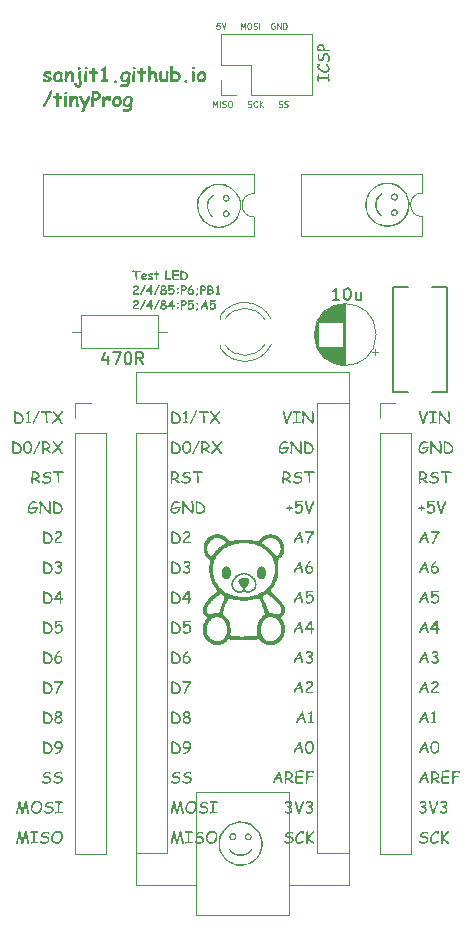
<source format=gbr>
%TF.GenerationSoftware,KiCad,Pcbnew,9.0.0*%
%TF.CreationDate,2025-03-04T00:13:22-08:00*%
%TF.ProjectId,NanoProgrammers,4e616e6f-5072-46f6-9772-616d6d657273,rev?*%
%TF.SameCoordinates,Original*%
%TF.FileFunction,Legend,Top*%
%TF.FilePolarity,Positive*%
%FSLAX46Y46*%
G04 Gerber Fmt 4.6, Leading zero omitted, Abs format (unit mm)*
G04 Created by KiCad (PCBNEW 9.0.0) date 2025-03-04 00:13:22*
%MOMM*%
%LPD*%
G01*
G04 APERTURE LIST*
%ADD10C,0.000000*%
%ADD11C,0.150000*%
%ADD12C,0.200000*%
%ADD13C,0.080000*%
%ADD14C,0.120000*%
%ADD15C,0.152400*%
G04 APERTURE END LIST*
D10*
G36*
X117841717Y-93075241D02*
G01*
X117912202Y-93083945D01*
X117983116Y-93097753D01*
X118054095Y-93116559D01*
X118124775Y-93140251D01*
X118194795Y-93168722D01*
X118263790Y-93201862D01*
X118331397Y-93239562D01*
X118397253Y-93281713D01*
X118460996Y-93328207D01*
X118522261Y-93378934D01*
X118580686Y-93433786D01*
X118629367Y-93485899D01*
X118672837Y-93539462D01*
X118711188Y-93594261D01*
X118744510Y-93650084D01*
X118772895Y-93706717D01*
X118796436Y-93763949D01*
X118815223Y-93821566D01*
X118829348Y-93879356D01*
X118838903Y-93937105D01*
X118843979Y-93994601D01*
X118844668Y-94051631D01*
X118841061Y-94107982D01*
X118833250Y-94163442D01*
X118821327Y-94217797D01*
X118805383Y-94270835D01*
X118785510Y-94322343D01*
X118761800Y-94372108D01*
X118734343Y-94419918D01*
X118703231Y-94465559D01*
X118668557Y-94508819D01*
X118630412Y-94549485D01*
X118588886Y-94587344D01*
X118544073Y-94622183D01*
X118496063Y-94653790D01*
X118444948Y-94681952D01*
X118390819Y-94706455D01*
X118333769Y-94727088D01*
X118273889Y-94743637D01*
X118211270Y-94755889D01*
X118146003Y-94763632D01*
X118078182Y-94766653D01*
X118007896Y-94764739D01*
X118001595Y-94764012D01*
X117994633Y-94762600D01*
X117987081Y-94760540D01*
X117979012Y-94757870D01*
X117970498Y-94754626D01*
X117961609Y-94750847D01*
X117952417Y-94746570D01*
X117942994Y-94741832D01*
X117933413Y-94736670D01*
X117923743Y-94731122D01*
X117914058Y-94725225D01*
X117904428Y-94719016D01*
X117894925Y-94712533D01*
X117885622Y-94705814D01*
X117876589Y-94698895D01*
X117867898Y-94691813D01*
X117785514Y-94622493D01*
X117680011Y-94695616D01*
X117655054Y-94711464D01*
X117629002Y-94725239D01*
X117601944Y-94736977D01*
X117573968Y-94746711D01*
X117545165Y-94754477D01*
X117515621Y-94760309D01*
X117485428Y-94764241D01*
X117454672Y-94766308D01*
X117423444Y-94766544D01*
X117391831Y-94764984D01*
X117359924Y-94761662D01*
X117327810Y-94756613D01*
X117295578Y-94749871D01*
X117263319Y-94741471D01*
X117231119Y-94731447D01*
X117199069Y-94719834D01*
X117167256Y-94706666D01*
X117135771Y-94691978D01*
X117104702Y-94675804D01*
X117074137Y-94658179D01*
X117044165Y-94639138D01*
X117014877Y-94618713D01*
X116986359Y-94596942D01*
X116958701Y-94573856D01*
X116931993Y-94549492D01*
X116906323Y-94523884D01*
X116881779Y-94497066D01*
X116858451Y-94469073D01*
X116836427Y-94439938D01*
X116815797Y-94409698D01*
X116796649Y-94378385D01*
X116779072Y-94346036D01*
X116759547Y-94304123D01*
X116743296Y-94261507D01*
X116730266Y-94218277D01*
X116720400Y-94174528D01*
X116713646Y-94130350D01*
X116709948Y-94085836D01*
X116709532Y-94059037D01*
X116846061Y-94059037D01*
X116848435Y-94095817D01*
X116853299Y-94132201D01*
X116860634Y-94168112D01*
X116870422Y-94203477D01*
X116882646Y-94238221D01*
X116897287Y-94272271D01*
X116914329Y-94305551D01*
X116933752Y-94337987D01*
X116955540Y-94369505D01*
X116979673Y-94400030D01*
X117006135Y-94429489D01*
X117034908Y-94457807D01*
X117065973Y-94484909D01*
X117099313Y-94510721D01*
X117134909Y-94535168D01*
X117172745Y-94558178D01*
X117212802Y-94579674D01*
X117255062Y-94599582D01*
X117299507Y-94617829D01*
X117324895Y-94626382D01*
X117350258Y-94632728D01*
X117375499Y-94636967D01*
X117400521Y-94639196D01*
X117425228Y-94639516D01*
X117449524Y-94638025D01*
X117473312Y-94634822D01*
X117496496Y-94630006D01*
X117518980Y-94623676D01*
X117540666Y-94615931D01*
X117561460Y-94606869D01*
X117581264Y-94596591D01*
X117599981Y-94585194D01*
X117617516Y-94572778D01*
X117633773Y-94559441D01*
X117648654Y-94545284D01*
X117662063Y-94530403D01*
X117673904Y-94514899D01*
X117684081Y-94498871D01*
X117692496Y-94482417D01*
X117699055Y-94465637D01*
X117703659Y-94448629D01*
X117706214Y-94431492D01*
X117706622Y-94414325D01*
X117704787Y-94397228D01*
X117700612Y-94380298D01*
X117694002Y-94363636D01*
X117684860Y-94347340D01*
X117673089Y-94331509D01*
X117658594Y-94316241D01*
X117641277Y-94301637D01*
X117621042Y-94287794D01*
X117600100Y-94274057D01*
X117579628Y-94259063D01*
X117559658Y-94242894D01*
X117540225Y-94225630D01*
X117521361Y-94207354D01*
X117503100Y-94188147D01*
X117468521Y-94147265D01*
X117436758Y-94103638D01*
X117408079Y-94057915D01*
X117382751Y-94010751D01*
X117361043Y-93962795D01*
X117343224Y-93914701D01*
X117329562Y-93867120D01*
X117324374Y-93843725D01*
X117320325Y-93820704D01*
X117317450Y-93798136D01*
X117315782Y-93776105D01*
X117315354Y-93754690D01*
X117316200Y-93733974D01*
X117318354Y-93714039D01*
X117321849Y-93694965D01*
X117326718Y-93676834D01*
X117332996Y-93659728D01*
X117340715Y-93643728D01*
X117349910Y-93628916D01*
X117359198Y-93617917D01*
X117371201Y-93607420D01*
X117385752Y-93597435D01*
X117402686Y-93587972D01*
X117443035Y-93570656D01*
X117490919Y-93555554D01*
X117545008Y-93542750D01*
X117603973Y-93532329D01*
X117666484Y-93524372D01*
X117731212Y-93518965D01*
X117796827Y-93516190D01*
X117861999Y-93516131D01*
X117925400Y-93518871D01*
X117985699Y-93524494D01*
X118041567Y-93533084D01*
X118091675Y-93544724D01*
X118134693Y-93559497D01*
X118153128Y-93568085D01*
X118169291Y-93577488D01*
X118182310Y-93587172D01*
X118193912Y-93598196D01*
X118204115Y-93610503D01*
X118212936Y-93624033D01*
X118220391Y-93638730D01*
X118226497Y-93654535D01*
X118231273Y-93671390D01*
X118234734Y-93689237D01*
X118236898Y-93708019D01*
X118237782Y-93727676D01*
X118237402Y-93748151D01*
X118235776Y-93769387D01*
X118228855Y-93813906D01*
X118217152Y-93860769D01*
X118200806Y-93909513D01*
X118179951Y-93959673D01*
X118154724Y-94010784D01*
X118125262Y-94062383D01*
X118091700Y-94114007D01*
X118054175Y-94165190D01*
X118012822Y-94215468D01*
X117967779Y-94264379D01*
X117944551Y-94289809D01*
X117924682Y-94314858D01*
X117908070Y-94339457D01*
X117894615Y-94363538D01*
X117884216Y-94387032D01*
X117876770Y-94409870D01*
X117872178Y-94431984D01*
X117870337Y-94453306D01*
X117871147Y-94473767D01*
X117874506Y-94493299D01*
X117880313Y-94511832D01*
X117888468Y-94529299D01*
X117898868Y-94545631D01*
X117911413Y-94560760D01*
X117926001Y-94574617D01*
X117942531Y-94587133D01*
X117960903Y-94598241D01*
X117981014Y-94607871D01*
X118002765Y-94615955D01*
X118026052Y-94622424D01*
X118050776Y-94627211D01*
X118076836Y-94630246D01*
X118104129Y-94631462D01*
X118132554Y-94630789D01*
X118162012Y-94628159D01*
X118192400Y-94623504D01*
X118223617Y-94616755D01*
X118255562Y-94607843D01*
X118288134Y-94596700D01*
X118321231Y-94583259D01*
X118354753Y-94567449D01*
X118388598Y-94549203D01*
X118440878Y-94516837D01*
X118488595Y-94482442D01*
X118531790Y-94446167D01*
X118570508Y-94408162D01*
X118604793Y-94368577D01*
X118634687Y-94327561D01*
X118660233Y-94285265D01*
X118681476Y-94241839D01*
X118698458Y-94197431D01*
X118711223Y-94152193D01*
X118719814Y-94106274D01*
X118724275Y-94059824D01*
X118724648Y-94012993D01*
X118720978Y-93965931D01*
X118713307Y-93918787D01*
X118701679Y-93871712D01*
X118686137Y-93824856D01*
X118666725Y-93778367D01*
X118643485Y-93732397D01*
X118616462Y-93687094D01*
X118585698Y-93642610D01*
X118551237Y-93599094D01*
X118513123Y-93556695D01*
X118471398Y-93515563D01*
X118426106Y-93475850D01*
X118377290Y-93437703D01*
X118324994Y-93401274D01*
X118269261Y-93366712D01*
X118210134Y-93334166D01*
X118147656Y-93303788D01*
X118081872Y-93275726D01*
X118012824Y-93250131D01*
X117951247Y-93231508D01*
X117889890Y-93218093D01*
X117859291Y-93213340D01*
X117828745Y-93209889D01*
X117798250Y-93207742D01*
X117767805Y-93206898D01*
X117737410Y-93207359D01*
X117707063Y-93209123D01*
X117676764Y-93212193D01*
X117646511Y-93216567D01*
X117616304Y-93222246D01*
X117586142Y-93229231D01*
X117525949Y-93247118D01*
X117465924Y-93270231D01*
X117406060Y-93298572D01*
X117346349Y-93332143D01*
X117286784Y-93370948D01*
X117227358Y-93414988D01*
X117168064Y-93464266D01*
X117108893Y-93518784D01*
X117049839Y-93578546D01*
X117018228Y-93613727D01*
X116989339Y-93649478D01*
X116963153Y-93685724D01*
X116939653Y-93722390D01*
X116918820Y-93759403D01*
X116900638Y-93796687D01*
X116885088Y-93834168D01*
X116872152Y-93871772D01*
X116861812Y-93909425D01*
X116854051Y-93947053D01*
X116848851Y-93984580D01*
X116846193Y-94021933D01*
X116846061Y-94059037D01*
X116709532Y-94059037D01*
X116709253Y-94041077D01*
X116711505Y-93996167D01*
X116716651Y-93951196D01*
X116724636Y-93906258D01*
X116735405Y-93861444D01*
X116748904Y-93816846D01*
X116765080Y-93772556D01*
X116783876Y-93728667D01*
X116805239Y-93685271D01*
X116829115Y-93642459D01*
X116855449Y-93600324D01*
X116884187Y-93558957D01*
X116915274Y-93518452D01*
X116948655Y-93478899D01*
X116984278Y-93440392D01*
X117022086Y-93403021D01*
X117062026Y-93366880D01*
X117104043Y-93332060D01*
X117148082Y-93298654D01*
X117194091Y-93266753D01*
X117242013Y-93236449D01*
X117291794Y-93207836D01*
X117343381Y-93181004D01*
X117396719Y-93156045D01*
X117451753Y-93133053D01*
X117508429Y-93112118D01*
X117539573Y-93102176D01*
X117571324Y-93093660D01*
X117636464Y-93080853D01*
X117703485Y-93073586D01*
X117772023Y-93071752D01*
X117841717Y-93075241D01*
G37*
G36*
X116315758Y-92526032D02*
G01*
X116353316Y-92531466D01*
X116389387Y-92541713D01*
X116423875Y-92556486D01*
X116456681Y-92575495D01*
X116487710Y-92598451D01*
X116516863Y-92625067D01*
X116544043Y-92655052D01*
X116569154Y-92688118D01*
X116592097Y-92723977D01*
X116612776Y-92762339D01*
X116631094Y-92802916D01*
X116646954Y-92845418D01*
X116660257Y-92889558D01*
X116670907Y-92935046D01*
X116678807Y-92981594D01*
X116683860Y-93028912D01*
X116685968Y-93076713D01*
X116685034Y-93124706D01*
X116680961Y-93172604D01*
X116673652Y-93220117D01*
X116663009Y-93266957D01*
X116648935Y-93312835D01*
X116631334Y-93357461D01*
X116610107Y-93400548D01*
X116585158Y-93441807D01*
X116556389Y-93480948D01*
X116523704Y-93517683D01*
X116487005Y-93551724D01*
X116477522Y-93559316D01*
X116467645Y-93566483D01*
X116457400Y-93573223D01*
X116446812Y-93579535D01*
X116424711Y-93590867D01*
X116401551Y-93600465D01*
X116377537Y-93608317D01*
X116352876Y-93614407D01*
X116327775Y-93618725D01*
X116302441Y-93621255D01*
X116277081Y-93621985D01*
X116251902Y-93620902D01*
X116227109Y-93617991D01*
X116202911Y-93613241D01*
X116179513Y-93606637D01*
X116157122Y-93598165D01*
X116146370Y-93593226D01*
X116135946Y-93587814D01*
X116125878Y-93581929D01*
X116116191Y-93575569D01*
X116086379Y-93552974D01*
X116058620Y-93528181D01*
X116032911Y-93501353D01*
X116009243Y-93472647D01*
X115987613Y-93442227D01*
X115968014Y-93410250D01*
X115950441Y-93376879D01*
X115934887Y-93342273D01*
X115921348Y-93306592D01*
X115909817Y-93269997D01*
X115900288Y-93232649D01*
X115892756Y-93194707D01*
X115887215Y-93156332D01*
X115883659Y-93117685D01*
X115882083Y-93078926D01*
X115882481Y-93040214D01*
X115884847Y-93001711D01*
X115889176Y-92963576D01*
X115895460Y-92925971D01*
X115903696Y-92889055D01*
X115913877Y-92852989D01*
X115925998Y-92817934D01*
X115940052Y-92784048D01*
X115956033Y-92751494D01*
X115973937Y-92720431D01*
X115993758Y-92691019D01*
X116015489Y-92663420D01*
X116039125Y-92637793D01*
X116064661Y-92614298D01*
X116092089Y-92593096D01*
X116121406Y-92574348D01*
X116152605Y-92558213D01*
X116195137Y-92541503D01*
X116236571Y-92530762D01*
X116276810Y-92525701D01*
X116315758Y-92526032D01*
G37*
G36*
X115609573Y-89808955D02*
G01*
X115685403Y-89814710D01*
X115722332Y-89819405D01*
X115758644Y-89825326D01*
X115794370Y-89832483D01*
X115829541Y-89840887D01*
X115864187Y-89850548D01*
X115898340Y-89861477D01*
X115932029Y-89873683D01*
X115965286Y-89887179D01*
X115998141Y-89901973D01*
X116030625Y-89918077D01*
X116062769Y-89935501D01*
X116094603Y-89954255D01*
X116157465Y-89995798D01*
X116219457Y-90042787D01*
X116280824Y-90095308D01*
X116341813Y-90153444D01*
X116402668Y-90217279D01*
X116587215Y-90419553D01*
X116888940Y-90343717D01*
X116978530Y-90323683D01*
X117076525Y-90306318D01*
X117181725Y-90291623D01*
X117292928Y-90279598D01*
X117408932Y-90270244D01*
X117528538Y-90263560D01*
X117650543Y-90259546D01*
X117773748Y-90258203D01*
X117896950Y-90259530D01*
X118018948Y-90263529D01*
X118138542Y-90270199D01*
X118254531Y-90279539D01*
X118365713Y-90291552D01*
X118470886Y-90306235D01*
X118568852Y-90323591D01*
X118658407Y-90343618D01*
X118959668Y-90419355D01*
X119156121Y-90205869D01*
X119198169Y-90161117D01*
X119238689Y-90120032D01*
X119278004Y-90082432D01*
X119316435Y-90048134D01*
X119354304Y-90016959D01*
X119391933Y-89988724D01*
X119429642Y-89963247D01*
X119467755Y-89940347D01*
X119506591Y-89919843D01*
X119546474Y-89901553D01*
X119587724Y-89885296D01*
X119630664Y-89870890D01*
X119675614Y-89858153D01*
X119722898Y-89846904D01*
X119772835Y-89836961D01*
X119825748Y-89828143D01*
X119931575Y-89816205D01*
X120034634Y-89812822D01*
X120134727Y-89817612D01*
X120231654Y-89830192D01*
X120325214Y-89850180D01*
X120415210Y-89877192D01*
X120501440Y-89910846D01*
X120583707Y-89950761D01*
X120661809Y-89996552D01*
X120735547Y-90047838D01*
X120804723Y-90104236D01*
X120869136Y-90165363D01*
X120928587Y-90230837D01*
X120982877Y-90300275D01*
X121031805Y-90373294D01*
X121075173Y-90449513D01*
X121112780Y-90528548D01*
X121144428Y-90610017D01*
X121169916Y-90693537D01*
X121189046Y-90778726D01*
X121201617Y-90865200D01*
X121207431Y-90952579D01*
X121206287Y-91040478D01*
X121197986Y-91128515D01*
X121182328Y-91216308D01*
X121159115Y-91303474D01*
X121128146Y-91389631D01*
X121089222Y-91474395D01*
X121042143Y-91557385D01*
X120986710Y-91638218D01*
X120922723Y-91716510D01*
X120849984Y-91791881D01*
X120816002Y-91824791D01*
X120785980Y-91855039D01*
X120759731Y-91883183D01*
X120737069Y-91909785D01*
X120717809Y-91935403D01*
X120701764Y-91960597D01*
X120694890Y-91973211D01*
X120688750Y-91985928D01*
X120683321Y-91998820D01*
X120678580Y-92011956D01*
X120674503Y-92025406D01*
X120671067Y-92039241D01*
X120668250Y-92053529D01*
X120666028Y-92068341D01*
X120663275Y-92099819D01*
X120662624Y-92134232D01*
X120663887Y-92172142D01*
X120666880Y-92214108D01*
X120671416Y-92260690D01*
X120677310Y-92312449D01*
X120692246Y-92460994D01*
X120701063Y-92605763D01*
X120703690Y-92747037D01*
X120700053Y-92885098D01*
X120690080Y-93020227D01*
X120673698Y-93152706D01*
X120650836Y-93282817D01*
X120621421Y-93410841D01*
X120585380Y-93537060D01*
X120542642Y-93661755D01*
X120493133Y-93785208D01*
X120436781Y-93907700D01*
X120373514Y-94029513D01*
X120303259Y-94150929D01*
X120225944Y-94272229D01*
X120141496Y-94393694D01*
X120113643Y-94432336D01*
X120089551Y-94466476D01*
X120069256Y-94496606D01*
X120060545Y-94510322D01*
X120052796Y-94523220D01*
X120046016Y-94535363D01*
X120040207Y-94546812D01*
X120035375Y-94557628D01*
X120031524Y-94567873D01*
X120028658Y-94577610D01*
X120026783Y-94586899D01*
X120025903Y-94595802D01*
X120026022Y-94604381D01*
X120027145Y-94612697D01*
X120029276Y-94620813D01*
X120032420Y-94628789D01*
X120036581Y-94636688D01*
X120041764Y-94644572D01*
X120047974Y-94652501D01*
X120055215Y-94660537D01*
X120063491Y-94668742D01*
X120072808Y-94677179D01*
X120083168Y-94685907D01*
X120107042Y-94704488D01*
X120135149Y-94724979D01*
X120167524Y-94747872D01*
X120228436Y-94792916D01*
X120293959Y-94845434D01*
X120363104Y-94904382D01*
X120434886Y-94968715D01*
X120508317Y-95037389D01*
X120582412Y-95109358D01*
X120656183Y-95183578D01*
X120728643Y-95259005D01*
X120798806Y-95334594D01*
X120865686Y-95409301D01*
X120928295Y-95482080D01*
X120985646Y-95551888D01*
X121036754Y-95617679D01*
X121080631Y-95678409D01*
X121116290Y-95733033D01*
X121142745Y-95780507D01*
X121174690Y-95849912D01*
X121201412Y-95918271D01*
X121212817Y-95952038D01*
X121222918Y-95985520D01*
X121231718Y-96018707D01*
X121239217Y-96051593D01*
X121245415Y-96084168D01*
X121250315Y-96116426D01*
X121253916Y-96148357D01*
X121256220Y-96179953D01*
X121257227Y-96211207D01*
X121256939Y-96242110D01*
X121255357Y-96272654D01*
X121252481Y-96302832D01*
X121248313Y-96332634D01*
X121242853Y-96362053D01*
X121236102Y-96391081D01*
X121228062Y-96419709D01*
X121218733Y-96447930D01*
X121208116Y-96475735D01*
X121196212Y-96503116D01*
X121183022Y-96530066D01*
X121168547Y-96556575D01*
X121152788Y-96582636D01*
X121135746Y-96608241D01*
X121117422Y-96633382D01*
X121097817Y-96658050D01*
X121076931Y-96682237D01*
X121054766Y-96705935D01*
X121031323Y-96729137D01*
X121007156Y-96752435D01*
X120986097Y-96773490D01*
X120968105Y-96792616D01*
X120960246Y-96801555D01*
X120953138Y-96810130D01*
X120946775Y-96818382D01*
X120941153Y-96826349D01*
X120936266Y-96834071D01*
X120932110Y-96841588D01*
X120928678Y-96848939D01*
X120925965Y-96856164D01*
X120923967Y-96863301D01*
X120922678Y-96870392D01*
X120922092Y-96877475D01*
X120922206Y-96884590D01*
X120923012Y-96891776D01*
X120924507Y-96899073D01*
X120926685Y-96906520D01*
X120929540Y-96914157D01*
X120933068Y-96922023D01*
X120937263Y-96930158D01*
X120942120Y-96938602D01*
X120947633Y-96947393D01*
X120960610Y-96966178D01*
X120976151Y-96986829D01*
X120994214Y-97009662D01*
X121002583Y-97020492D01*
X121011390Y-97032678D01*
X121030027Y-97060579D01*
X121049529Y-97092297D01*
X121069302Y-97126761D01*
X121088752Y-97162900D01*
X121107282Y-97199646D01*
X121124299Y-97235927D01*
X121139206Y-97270673D01*
X121184049Y-97394764D01*
X121217680Y-97517744D01*
X121240546Y-97639242D01*
X121253097Y-97758886D01*
X121255780Y-97876304D01*
X121249044Y-97991125D01*
X121233337Y-98102978D01*
X121209106Y-98211490D01*
X121176802Y-98316292D01*
X121136870Y-98417010D01*
X121089761Y-98513275D01*
X121035921Y-98604713D01*
X120975800Y-98690954D01*
X120909846Y-98771626D01*
X120838506Y-98846358D01*
X120762229Y-98914778D01*
X120681463Y-98976514D01*
X120596657Y-99031196D01*
X120508259Y-99078452D01*
X120416716Y-99117909D01*
X120322478Y-99149198D01*
X120225992Y-99171946D01*
X120127706Y-99185781D01*
X120028070Y-99190333D01*
X119927530Y-99185229D01*
X119826536Y-99170099D01*
X119725536Y-99144571D01*
X119624977Y-99108273D01*
X119525308Y-99060833D01*
X119426978Y-99001881D01*
X119330434Y-98931045D01*
X119236124Y-98847954D01*
X119046419Y-98665788D01*
X118688503Y-98727436D01*
X118504695Y-98753505D01*
X118297666Y-98772939D01*
X118072713Y-98785678D01*
X117835131Y-98791668D01*
X117590216Y-98790850D01*
X117343264Y-98783168D01*
X117099571Y-98768564D01*
X116864433Y-98746982D01*
X116458694Y-98702566D01*
X116307683Y-98848748D01*
X116261529Y-98891539D01*
X116214462Y-98931458D01*
X116166540Y-98968508D01*
X116117824Y-99002691D01*
X116068373Y-99034008D01*
X116018247Y-99062461D01*
X115967504Y-99088051D01*
X115916203Y-99110780D01*
X115864406Y-99130650D01*
X115812170Y-99147663D01*
X115759555Y-99161820D01*
X115706620Y-99173123D01*
X115653425Y-99181574D01*
X115600030Y-99187174D01*
X115546493Y-99189925D01*
X115492874Y-99189828D01*
X115439233Y-99186887D01*
X115385628Y-99181101D01*
X115332119Y-99172473D01*
X115278766Y-99161005D01*
X115225627Y-99146698D01*
X115172763Y-99129554D01*
X115120232Y-99109574D01*
X115068094Y-99086761D01*
X115016408Y-99061115D01*
X114965235Y-99032640D01*
X114914632Y-99001336D01*
X114864659Y-98967205D01*
X114815377Y-98930248D01*
X114766843Y-98890469D01*
X114719118Y-98847867D01*
X114672261Y-98802445D01*
X114628876Y-98756773D01*
X114588083Y-98709968D01*
X114549883Y-98662072D01*
X114514278Y-98613127D01*
X114481271Y-98563175D01*
X114450863Y-98512258D01*
X114423057Y-98460418D01*
X114397855Y-98407697D01*
X114375260Y-98354137D01*
X114355272Y-98299780D01*
X114337895Y-98244669D01*
X114323130Y-98188844D01*
X114310980Y-98132348D01*
X114301447Y-98075224D01*
X114290240Y-97959256D01*
X114289584Y-97850949D01*
X114608720Y-97850949D01*
X114610797Y-97926679D01*
X114618592Y-98002673D01*
X114632327Y-98078647D01*
X114652228Y-98154322D01*
X114678517Y-98229413D01*
X114711419Y-98303640D01*
X114737997Y-98354197D01*
X114766753Y-98402458D01*
X114797573Y-98448392D01*
X114830339Y-98491973D01*
X114864935Y-98533170D01*
X114901246Y-98571955D01*
X114939155Y-98608299D01*
X114978546Y-98642174D01*
X115019303Y-98673551D01*
X115061309Y-98702400D01*
X115104450Y-98728694D01*
X115148607Y-98752403D01*
X115193667Y-98773498D01*
X115239511Y-98791952D01*
X115286024Y-98807734D01*
X115333091Y-98820817D01*
X115380594Y-98831171D01*
X115428418Y-98838768D01*
X115476446Y-98843579D01*
X115524563Y-98845575D01*
X115572652Y-98844728D01*
X115620597Y-98841008D01*
X115668282Y-98834386D01*
X115715590Y-98824835D01*
X115762407Y-98812325D01*
X115808615Y-98796828D01*
X115854098Y-98778314D01*
X115898741Y-98756756D01*
X115942427Y-98732123D01*
X115985040Y-98704388D01*
X116026464Y-98673521D01*
X116066582Y-98639495D01*
X116108302Y-98598415D01*
X116146503Y-98553934D01*
X116181218Y-98506305D01*
X116212482Y-98455782D01*
X116240331Y-98402619D01*
X116264798Y-98347071D01*
X116285920Y-98289390D01*
X116303730Y-98229832D01*
X116318263Y-98168650D01*
X116329554Y-98106099D01*
X116337639Y-98042432D01*
X116342550Y-97977903D01*
X116344325Y-97912767D01*
X116342996Y-97847277D01*
X116338599Y-97781688D01*
X116331169Y-97716253D01*
X116320741Y-97651227D01*
X116307348Y-97586863D01*
X116291027Y-97523417D01*
X116271811Y-97461140D01*
X116249736Y-97400289D01*
X116224836Y-97341116D01*
X116197146Y-97283877D01*
X116166701Y-97228824D01*
X116133536Y-97176211D01*
X116097684Y-97126294D01*
X116059182Y-97079326D01*
X116018064Y-97035561D01*
X115974365Y-96995253D01*
X115928119Y-96958655D01*
X115879361Y-96926023D01*
X115828126Y-96897610D01*
X115760128Y-96867573D01*
X115692027Y-96845127D01*
X115624047Y-96829991D01*
X115556411Y-96821882D01*
X115489344Y-96820518D01*
X115423069Y-96825618D01*
X115357811Y-96836900D01*
X115293793Y-96854082D01*
X115231238Y-96876882D01*
X115170372Y-96905018D01*
X115111417Y-96938209D01*
X115054598Y-96976172D01*
X115000138Y-97018627D01*
X114948261Y-97065290D01*
X114899192Y-97115880D01*
X114853153Y-97170115D01*
X114810369Y-97227714D01*
X114771064Y-97288394D01*
X114735462Y-97351874D01*
X114703786Y-97417872D01*
X114676260Y-97486106D01*
X114653108Y-97556293D01*
X114634555Y-97628153D01*
X114620823Y-97701404D01*
X114612137Y-97775763D01*
X114608720Y-97850949D01*
X114289584Y-97850949D01*
X114289525Y-97841276D01*
X114299320Y-97721620D01*
X114319642Y-97600624D01*
X114350508Y-97478624D01*
X114391936Y-97355956D01*
X114443941Y-97232956D01*
X114506542Y-97109960D01*
X114579756Y-96987304D01*
X114662339Y-96858618D01*
X114553066Y-96759863D01*
X114505877Y-96714436D01*
X114463468Y-96667750D01*
X114425832Y-96619820D01*
X114392963Y-96570663D01*
X114364855Y-96520293D01*
X114341501Y-96468727D01*
X114322893Y-96415981D01*
X114309026Y-96362071D01*
X114299893Y-96307012D01*
X114295487Y-96250821D01*
X114295746Y-96203785D01*
X114620822Y-96203785D01*
X114621185Y-96243062D01*
X114625072Y-96281080D01*
X114632505Y-96317797D01*
X114643507Y-96353172D01*
X114658099Y-96387162D01*
X114676305Y-96419725D01*
X114698147Y-96450821D01*
X114723646Y-96480407D01*
X114752826Y-96508442D01*
X114772546Y-96525436D01*
X114790722Y-96540262D01*
X114807700Y-96552951D01*
X114823826Y-96563533D01*
X114839444Y-96572039D01*
X114847171Y-96575523D01*
X114854901Y-96578499D01*
X114862678Y-96580972D01*
X114870543Y-96582945D01*
X114878540Y-96584422D01*
X114886714Y-96585407D01*
X114895106Y-96585904D01*
X114903760Y-96585916D01*
X114912719Y-96585448D01*
X114922027Y-96584503D01*
X114941860Y-96581199D01*
X114963604Y-96576033D01*
X114987606Y-96569038D01*
X115014211Y-96560244D01*
X115043764Y-96549681D01*
X115076610Y-96537381D01*
X115094804Y-96530758D01*
X115113292Y-96524601D01*
X115125508Y-96520904D01*
X115968112Y-96520904D01*
X115969273Y-96535109D01*
X115971645Y-96548173D01*
X115973280Y-96554321D01*
X115975213Y-96560235D01*
X115977440Y-96565934D01*
X115979961Y-96571434D01*
X115985875Y-96581908D01*
X115992939Y-96591797D01*
X116001138Y-96601239D01*
X116010458Y-96610374D01*
X116020881Y-96619340D01*
X116032395Y-96628276D01*
X116044982Y-96637321D01*
X116058629Y-96646613D01*
X116089038Y-96666498D01*
X116162527Y-96717518D01*
X116230438Y-96771818D01*
X116292856Y-96829600D01*
X116349866Y-96891067D01*
X116401554Y-96956423D01*
X116448004Y-97025869D01*
X116489301Y-97099609D01*
X116525531Y-97177847D01*
X116556777Y-97260783D01*
X116583125Y-97348623D01*
X116604660Y-97441568D01*
X116621466Y-97539821D01*
X116633629Y-97643586D01*
X116641234Y-97753065D01*
X116644366Y-97868461D01*
X116643109Y-97989977D01*
X116632823Y-98365222D01*
X116818925Y-98407720D01*
X116927481Y-98427544D01*
X117057570Y-98443084D01*
X117205202Y-98454523D01*
X117366386Y-98462041D01*
X117537131Y-98465821D01*
X117713447Y-98466044D01*
X117891343Y-98462893D01*
X118066827Y-98456548D01*
X118235911Y-98447193D01*
X118394602Y-98435008D01*
X118538910Y-98420176D01*
X118664844Y-98402879D01*
X118768414Y-98383297D01*
X118845629Y-98361614D01*
X118873107Y-98350041D01*
X118892499Y-98338010D01*
X118903307Y-98325545D01*
X118905032Y-98312669D01*
X118882125Y-98193743D01*
X118867611Y-98075191D01*
X118861374Y-97957350D01*
X118862450Y-97892045D01*
X119221724Y-97892045D01*
X119223722Y-97966362D01*
X119229895Y-98045812D01*
X119240404Y-98122069D01*
X119255065Y-98195058D01*
X119273694Y-98264705D01*
X119296109Y-98330934D01*
X119322124Y-98393669D01*
X119351556Y-98452837D01*
X119384222Y-98508362D01*
X119419938Y-98560169D01*
X119458520Y-98608183D01*
X119499785Y-98652330D01*
X119543548Y-98692533D01*
X119589627Y-98728719D01*
X119637837Y-98760811D01*
X119687995Y-98788736D01*
X119739916Y-98812417D01*
X119793418Y-98831781D01*
X119848317Y-98846752D01*
X119904429Y-98857254D01*
X119961570Y-98863214D01*
X120019556Y-98864556D01*
X120078204Y-98861205D01*
X120137331Y-98853085D01*
X120196752Y-98840123D01*
X120256283Y-98822243D01*
X120315742Y-98799370D01*
X120374944Y-98771428D01*
X120433705Y-98738344D01*
X120491843Y-98700042D01*
X120549173Y-98656446D01*
X120605511Y-98607483D01*
X120660675Y-98553076D01*
X120703684Y-98504741D01*
X120742885Y-98454076D01*
X120778315Y-98401289D01*
X120810016Y-98346589D01*
X120838026Y-98290184D01*
X120862384Y-98232283D01*
X120883132Y-98173092D01*
X120900307Y-98112822D01*
X120913949Y-98051679D01*
X120924099Y-97989872D01*
X120930795Y-97927610D01*
X120934078Y-97865100D01*
X120933986Y-97802551D01*
X120930559Y-97740172D01*
X120923838Y-97678170D01*
X120913860Y-97616753D01*
X120900666Y-97556130D01*
X120884296Y-97496509D01*
X120864788Y-97438099D01*
X120842183Y-97381107D01*
X120816520Y-97325742D01*
X120787838Y-97272212D01*
X120756178Y-97220726D01*
X120721578Y-97171491D01*
X120684078Y-97124715D01*
X120643718Y-97080608D01*
X120600537Y-97039377D01*
X120554574Y-97001230D01*
X120505870Y-96966377D01*
X120454464Y-96935024D01*
X120400396Y-96907380D01*
X120343704Y-96883654D01*
X120285294Y-96863874D01*
X120227518Y-96848401D01*
X120170464Y-96837148D01*
X120114219Y-96830033D01*
X120058870Y-96826970D01*
X120004506Y-96827874D01*
X119951214Y-96832661D01*
X119899081Y-96841245D01*
X119848196Y-96853543D01*
X119798646Y-96869469D01*
X119750519Y-96888940D01*
X119703901Y-96911869D01*
X119658882Y-96938172D01*
X119615549Y-96967765D01*
X119573989Y-97000563D01*
X119534290Y-97036480D01*
X119496539Y-97075434D01*
X119460825Y-97117337D01*
X119427234Y-97162107D01*
X119395855Y-97209658D01*
X119366776Y-97259906D01*
X119340083Y-97312765D01*
X119315865Y-97368151D01*
X119294209Y-97425979D01*
X119275204Y-97486165D01*
X119258935Y-97548624D01*
X119245492Y-97613271D01*
X119234962Y-97680021D01*
X119227432Y-97748790D01*
X119222990Y-97819493D01*
X119221724Y-97892045D01*
X118862450Y-97892045D01*
X118863299Y-97840557D01*
X118873268Y-97725149D01*
X118891166Y-97611462D01*
X118916877Y-97499833D01*
X118950284Y-97390600D01*
X118991271Y-97284098D01*
X119039722Y-97180666D01*
X119095520Y-97080639D01*
X119158551Y-96984355D01*
X119228697Y-96892150D01*
X119305842Y-96804361D01*
X119347003Y-96762228D01*
X119389870Y-96721325D01*
X119434429Y-96681695D01*
X119480666Y-96643380D01*
X119596785Y-96550511D01*
X119514830Y-96311990D01*
X119463535Y-96169317D01*
X119402135Y-96008851D01*
X119335120Y-95841202D01*
X119266977Y-95676985D01*
X119202194Y-95526812D01*
X119145257Y-95401296D01*
X119100655Y-95311050D01*
X119084383Y-95282470D01*
X119072876Y-95266687D01*
X119065942Y-95260223D01*
X119058794Y-95254733D01*
X119051094Y-95250248D01*
X119042506Y-95246803D01*
X119032692Y-95244429D01*
X119021316Y-95243161D01*
X119008041Y-95243029D01*
X118992530Y-95244069D01*
X118974446Y-95246312D01*
X118953451Y-95249791D01*
X118901385Y-95260589D01*
X118833634Y-95276728D01*
X118747505Y-95298470D01*
X118622986Y-95328416D01*
X118498946Y-95354409D01*
X118375397Y-95376447D01*
X118252352Y-95394530D01*
X118129822Y-95408659D01*
X118007820Y-95418834D01*
X117886357Y-95425053D01*
X117765446Y-95427318D01*
X117645099Y-95425627D01*
X117525327Y-95419981D01*
X117406142Y-95410379D01*
X117287557Y-95396822D01*
X117169584Y-95379309D01*
X117052234Y-95357840D01*
X116935520Y-95332415D01*
X116819454Y-95303034D01*
X116693445Y-95268887D01*
X116642319Y-95256997D01*
X116597665Y-95249921D01*
X116577426Y-95248508D01*
X116558398Y-95248680D01*
X116540445Y-95250567D01*
X116523432Y-95254294D01*
X116507222Y-95259990D01*
X116491682Y-95267782D01*
X116476674Y-95277798D01*
X116462063Y-95290164D01*
X116447714Y-95305009D01*
X116433491Y-95322460D01*
X116404880Y-95365689D01*
X116375144Y-95420872D01*
X116343199Y-95489027D01*
X116307959Y-95571175D01*
X116268340Y-95668336D01*
X116171621Y-95911774D01*
X116087525Y-96124453D01*
X116054171Y-96210892D01*
X116026451Y-96285544D01*
X116014666Y-96318798D01*
X116004244Y-96349522D01*
X115995170Y-96377855D01*
X115987429Y-96403935D01*
X115981004Y-96427903D01*
X115975882Y-96449896D01*
X115972047Y-96470054D01*
X115969484Y-96488515D01*
X115968177Y-96505419D01*
X115968112Y-96520904D01*
X115125508Y-96520904D01*
X115132112Y-96518905D01*
X115151299Y-96513666D01*
X115170889Y-96508876D01*
X115190920Y-96504532D01*
X115211427Y-96500627D01*
X115232446Y-96497156D01*
X115276165Y-96491495D01*
X115322367Y-96487505D01*
X115371342Y-96485143D01*
X115423379Y-96484365D01*
X115630681Y-96484365D01*
X115811689Y-96027066D01*
X115941042Y-95700461D01*
X115992257Y-95569690D01*
X116034894Y-95458146D01*
X116053089Y-95409008D01*
X116069251Y-95363984D01*
X116083417Y-95322845D01*
X116095625Y-95285360D01*
X116105912Y-95251297D01*
X116114314Y-95220426D01*
X116120870Y-95192518D01*
X116125617Y-95167340D01*
X116128591Y-95144662D01*
X116129830Y-95124254D01*
X116129371Y-95105886D01*
X116128516Y-95097394D01*
X116127251Y-95089325D01*
X116125580Y-95081651D01*
X116123508Y-95074342D01*
X116121039Y-95067371D01*
X116118178Y-95060707D01*
X116114930Y-95054322D01*
X116111299Y-95048188D01*
X116102908Y-95036554D01*
X116093043Y-95025576D01*
X116081740Y-95015022D01*
X116069037Y-95004663D01*
X116054970Y-94994266D01*
X115985818Y-94947698D01*
X115925139Y-94904804D01*
X115901469Y-94887915D01*
X115880968Y-94874351D01*
X115862680Y-94864326D01*
X115854067Y-94860708D01*
X115845647Y-94858055D01*
X115837302Y-94856394D01*
X115828911Y-94855752D01*
X115820356Y-94856156D01*
X115811515Y-94857632D01*
X115802270Y-94860208D01*
X115792501Y-94863910D01*
X115782089Y-94868765D01*
X115770912Y-94874799D01*
X115745790Y-94890515D01*
X115716178Y-94911272D01*
X115533678Y-95049000D01*
X115387649Y-95162112D01*
X115253749Y-95273864D01*
X115191403Y-95329125D01*
X115132157Y-95383921D01*
X115076032Y-95438210D01*
X115023052Y-95491951D01*
X114973238Y-95545100D01*
X114926612Y-95597618D01*
X114883198Y-95649461D01*
X114843017Y-95700588D01*
X114806091Y-95750957D01*
X114772444Y-95800527D01*
X114742098Y-95849256D01*
X114715074Y-95897102D01*
X114691395Y-95944022D01*
X114671084Y-95989976D01*
X114654162Y-96034922D01*
X114640653Y-96078818D01*
X114630578Y-96121621D01*
X114623961Y-96163291D01*
X114620822Y-96203785D01*
X114295746Y-96203785D01*
X114295802Y-96193514D01*
X114300831Y-96135106D01*
X114310568Y-96075614D01*
X114325005Y-96015053D01*
X114344137Y-95953439D01*
X114367957Y-95890789D01*
X114396457Y-95827118D01*
X114429633Y-95762441D01*
X114467476Y-95696776D01*
X114509980Y-95630138D01*
X114557139Y-95562542D01*
X114608946Y-95494005D01*
X114726479Y-95354172D01*
X114862524Y-95210764D01*
X115017030Y-95063910D01*
X115189943Y-94913738D01*
X115381212Y-94760373D01*
X115442405Y-94712448D01*
X115466468Y-94692232D01*
X115476870Y-94682814D01*
X115486188Y-94673761D01*
X115494422Y-94665003D01*
X115501574Y-94656470D01*
X115507645Y-94648091D01*
X115512636Y-94639795D01*
X115516548Y-94631512D01*
X115519383Y-94623171D01*
X115521142Y-94614702D01*
X115521825Y-94606034D01*
X115521435Y-94597097D01*
X115519972Y-94587819D01*
X115517438Y-94578131D01*
X115513833Y-94567962D01*
X115509159Y-94557241D01*
X115503418Y-94545898D01*
X115496609Y-94533862D01*
X115488735Y-94521062D01*
X115469796Y-94492891D01*
X115446609Y-94460818D01*
X115387529Y-94382714D01*
X115309001Y-94274251D01*
X115236529Y-94162676D01*
X115170128Y-94048042D01*
X115109809Y-93930404D01*
X115055586Y-93809813D01*
X115007473Y-93686323D01*
X114965484Y-93559987D01*
X114929630Y-93430859D01*
X114899926Y-93298991D01*
X114876385Y-93164437D01*
X114859020Y-93027251D01*
X114847845Y-92887484D01*
X114843408Y-92760506D01*
X115146336Y-92760506D01*
X115149548Y-92894812D01*
X115159954Y-93026615D01*
X115177410Y-93155769D01*
X115201772Y-93282130D01*
X115232895Y-93405554D01*
X115270637Y-93525896D01*
X115314852Y-93643012D01*
X115365396Y-93756758D01*
X115422126Y-93866989D01*
X115484898Y-93973561D01*
X115553566Y-94076330D01*
X115627988Y-94175151D01*
X115708019Y-94269880D01*
X115793515Y-94360373D01*
X115884333Y-94446485D01*
X115980327Y-94528072D01*
X116081354Y-94604989D01*
X116187269Y-94677093D01*
X116297929Y-94744238D01*
X116413190Y-94806281D01*
X116532908Y-94863078D01*
X116656938Y-94914483D01*
X116785136Y-94960352D01*
X116917358Y-95000542D01*
X117053461Y-95034908D01*
X117193300Y-95063305D01*
X117336730Y-95085589D01*
X117483609Y-95101615D01*
X117633792Y-95111241D01*
X117787134Y-95114320D01*
X117953388Y-95109970D01*
X118115824Y-95097582D01*
X118274259Y-95077377D01*
X118333842Y-95066638D01*
X119362316Y-95066638D01*
X119362771Y-95079234D01*
X119372839Y-95124301D01*
X119393806Y-95192681D01*
X119424098Y-95280548D01*
X119506362Y-95499451D01*
X119607041Y-95750419D01*
X119713545Y-96002860D01*
X119813282Y-96226181D01*
X119893664Y-96389792D01*
X119922662Y-96439645D01*
X119942099Y-96463099D01*
X119945790Y-96465184D01*
X119950179Y-96467215D01*
X119955209Y-96469181D01*
X119960821Y-96471071D01*
X119966961Y-96472876D01*
X119973570Y-96474583D01*
X119980593Y-96476182D01*
X119987971Y-96477664D01*
X120003569Y-96480228D01*
X120019908Y-96482191D01*
X120036534Y-96483466D01*
X120044813Y-96483819D01*
X120052992Y-96483968D01*
X120073198Y-96485175D01*
X120100564Y-96488472D01*
X120133883Y-96493631D01*
X120171947Y-96500426D01*
X120213549Y-96508630D01*
X120257482Y-96518017D01*
X120302536Y-96528360D01*
X120347506Y-96539431D01*
X120393786Y-96550061D01*
X120438597Y-96558021D01*
X120481886Y-96563376D01*
X120523604Y-96566194D01*
X120563699Y-96566541D01*
X120602122Y-96564482D01*
X120638821Y-96560085D01*
X120673746Y-96553416D01*
X120706847Y-96544540D01*
X120738072Y-96533524D01*
X120767372Y-96520434D01*
X120794695Y-96505338D01*
X120819991Y-96488300D01*
X120843209Y-96469387D01*
X120864299Y-96448666D01*
X120883209Y-96426202D01*
X120899891Y-96402063D01*
X120914291Y-96376314D01*
X120926361Y-96349021D01*
X120936050Y-96320251D01*
X120943306Y-96290071D01*
X120948080Y-96258546D01*
X120950321Y-96225742D01*
X120949977Y-96191727D01*
X120946999Y-96156566D01*
X120941336Y-96120325D01*
X120932936Y-96083072D01*
X120921751Y-96044871D01*
X120907728Y-96005790D01*
X120890818Y-95965895D01*
X120870969Y-95925251D01*
X120848132Y-95883926D01*
X120819018Y-95838573D01*
X120781701Y-95787651D01*
X120736988Y-95731937D01*
X120685688Y-95672208D01*
X120628607Y-95609240D01*
X120566553Y-95543809D01*
X120430760Y-95408664D01*
X120284768Y-95272985D01*
X120209967Y-95206885D01*
X120135040Y-95142981D01*
X120060795Y-95082048D01*
X119988038Y-95024864D01*
X119917578Y-94972204D01*
X119850223Y-94924845D01*
X119802135Y-94891444D01*
X119783205Y-94878326D01*
X119766869Y-94867655D01*
X119752513Y-94859476D01*
X119745886Y-94856335D01*
X119739525Y-94853834D01*
X119733352Y-94851977D01*
X119727292Y-94850772D01*
X119721268Y-94850223D01*
X119715202Y-94850336D01*
X119709020Y-94851116D01*
X119702643Y-94852570D01*
X119695996Y-94854702D01*
X119689001Y-94857518D01*
X119681583Y-94861024D01*
X119673665Y-94865225D01*
X119656020Y-94875736D01*
X119635456Y-94889095D01*
X119611360Y-94905347D01*
X119550119Y-94946706D01*
X119517640Y-94968155D01*
X119486317Y-94988508D01*
X119456909Y-95007295D01*
X119430176Y-95024047D01*
X119406877Y-95038293D01*
X119387771Y-95049565D01*
X119373618Y-95057391D01*
X119368635Y-95059866D01*
X119365176Y-95061303D01*
X119362316Y-95066638D01*
X118333842Y-95066638D01*
X118428509Y-95049575D01*
X118578392Y-95014398D01*
X118723724Y-94972066D01*
X118864321Y-94922801D01*
X119000000Y-94866822D01*
X119130578Y-94804350D01*
X119255871Y-94735607D01*
X119375696Y-94660814D01*
X119489870Y-94580191D01*
X119598209Y-94493958D01*
X119700530Y-94402337D01*
X119796649Y-94305549D01*
X119886384Y-94203814D01*
X119969550Y-94097353D01*
X120045964Y-93986387D01*
X120115444Y-93871137D01*
X120177805Y-93751823D01*
X120232864Y-93628667D01*
X120280438Y-93501889D01*
X120320343Y-93371710D01*
X120352396Y-93238350D01*
X120376415Y-93102032D01*
X120392214Y-92962974D01*
X120399611Y-92821399D01*
X120398423Y-92677527D01*
X120388466Y-92531579D01*
X120369557Y-92383775D01*
X120341513Y-92234337D01*
X120304149Y-92083485D01*
X120262349Y-91958462D01*
X120207334Y-91835432D01*
X120139795Y-91714937D01*
X120060424Y-91597516D01*
X119969912Y-91483709D01*
X119868950Y-91374055D01*
X119758229Y-91269096D01*
X119638440Y-91169370D01*
X119510276Y-91075418D01*
X119374426Y-90987779D01*
X119231583Y-90906994D01*
X119082437Y-90833603D01*
X118927680Y-90768145D01*
X118768002Y-90711160D01*
X118604096Y-90663189D01*
X118436653Y-90624771D01*
X118284076Y-90597884D01*
X118132520Y-90577743D01*
X117982209Y-90564223D01*
X117833363Y-90557197D01*
X117686205Y-90556538D01*
X117540957Y-90562122D01*
X117397840Y-90573821D01*
X117257077Y-90591510D01*
X117118890Y-90615062D01*
X116983501Y-90644351D01*
X116851131Y-90679252D01*
X116722003Y-90719637D01*
X116596339Y-90765381D01*
X116474360Y-90816358D01*
X116356289Y-90872442D01*
X116242348Y-90933506D01*
X116132758Y-90999425D01*
X116027742Y-91070072D01*
X115927522Y-91145321D01*
X115832319Y-91225045D01*
X115742356Y-91309120D01*
X115657855Y-91397418D01*
X115579037Y-91489814D01*
X115506125Y-91586182D01*
X115439341Y-91686394D01*
X115378906Y-91790326D01*
X115325043Y-91897851D01*
X115277973Y-92008843D01*
X115237919Y-92123176D01*
X115205103Y-92240723D01*
X115179746Y-92361359D01*
X115162071Y-92484957D01*
X115150462Y-92623839D01*
X115146336Y-92760506D01*
X114843408Y-92760506D01*
X114842873Y-92745191D01*
X114844117Y-92600425D01*
X114851591Y-92453238D01*
X114865307Y-92303684D01*
X114896925Y-92020745D01*
X114711254Y-91829253D01*
X114651919Y-91763724D01*
X114598320Y-91695671D01*
X114550380Y-91625366D01*
X114508023Y-91553083D01*
X114471170Y-91479093D01*
X114439745Y-91403670D01*
X114413671Y-91327086D01*
X114392871Y-91249614D01*
X114377267Y-91171527D01*
X114366783Y-91093097D01*
X114363901Y-91051516D01*
X114655398Y-91051516D01*
X114661422Y-91122079D01*
X114674318Y-91192031D01*
X114694361Y-91260977D01*
X114721823Y-91328522D01*
X114756976Y-91394272D01*
X114800093Y-91457832D01*
X114851448Y-91518809D01*
X114911312Y-91576807D01*
X114931535Y-91594312D01*
X114949704Y-91609185D01*
X114966177Y-91621260D01*
X114973889Y-91626197D01*
X114981311Y-91630373D01*
X114988487Y-91633766D01*
X114995463Y-91636357D01*
X115002283Y-91638124D01*
X115008992Y-91639046D01*
X115015634Y-91639104D01*
X115022254Y-91638276D01*
X115028897Y-91636541D01*
X115035608Y-91633879D01*
X115042431Y-91630269D01*
X115049411Y-91625691D01*
X115056592Y-91620123D01*
X115064019Y-91613545D01*
X115071738Y-91605937D01*
X115079792Y-91597277D01*
X115097086Y-91576719D01*
X115116260Y-91551707D01*
X115137669Y-91522075D01*
X115188628Y-91448286D01*
X115221119Y-91402062D01*
X115254904Y-91356907D01*
X115290182Y-91312639D01*
X115327155Y-91269078D01*
X115366023Y-91226040D01*
X115406986Y-91183345D01*
X115450244Y-91140812D01*
X115496000Y-91098259D01*
X115544451Y-91055504D01*
X115595800Y-91012366D01*
X115650247Y-90968664D01*
X115707992Y-90924216D01*
X115769235Y-90878840D01*
X115834178Y-90832355D01*
X115975962Y-90735333D01*
X116025236Y-90702139D01*
X116071910Y-90670028D01*
X116114910Y-90639785D01*
X116153167Y-90612195D01*
X116185606Y-90588043D01*
X116211157Y-90568116D01*
X116221014Y-90559981D01*
X116228747Y-90553197D01*
X116232172Y-90549859D01*
X119300106Y-90549859D01*
X119300369Y-90553527D01*
X119301302Y-90556496D01*
X119302932Y-90558724D01*
X119325096Y-90574421D01*
X119379087Y-90611248D01*
X119550119Y-90726304D01*
X119609943Y-90766919D01*
X119667530Y-90807239D01*
X119722999Y-90847370D01*
X119776468Y-90887417D01*
X119828055Y-90927487D01*
X119877880Y-90967685D01*
X119926061Y-91008117D01*
X119972716Y-91048890D01*
X120017965Y-91090107D01*
X120061925Y-91131877D01*
X120104715Y-91174303D01*
X120146455Y-91217493D01*
X120187262Y-91261552D01*
X120227255Y-91306585D01*
X120266552Y-91352699D01*
X120305273Y-91400000D01*
X120345367Y-91449776D01*
X120380959Y-91493387D01*
X120412484Y-91531078D01*
X120426857Y-91547779D01*
X120440377Y-91563091D01*
X120453098Y-91577045D01*
X120465074Y-91589671D01*
X120476359Y-91600999D01*
X120487009Y-91611061D01*
X120497078Y-91619886D01*
X120506620Y-91627504D01*
X120515689Y-91633947D01*
X120524339Y-91639245D01*
X120532626Y-91643428D01*
X120540604Y-91646527D01*
X120548327Y-91648572D01*
X120552110Y-91649209D01*
X120555850Y-91649593D01*
X120559553Y-91649730D01*
X120563226Y-91649622D01*
X120566876Y-91649273D01*
X120570511Y-91648688D01*
X120577758Y-91646822D01*
X120585023Y-91644055D01*
X120592359Y-91640416D01*
X120599821Y-91635937D01*
X120607464Y-91630647D01*
X120615342Y-91624578D01*
X120623509Y-91617759D01*
X120632019Y-91610222D01*
X120650289Y-91593112D01*
X120686641Y-91555614D01*
X120719760Y-91516004D01*
X120749682Y-91474455D01*
X120776438Y-91431140D01*
X120800063Y-91386229D01*
X120820592Y-91339896D01*
X120838056Y-91292313D01*
X120852491Y-91243652D01*
X120863929Y-91194086D01*
X120872405Y-91143785D01*
X120877953Y-91092924D01*
X120880605Y-91041674D01*
X120880397Y-90990206D01*
X120877360Y-90938695D01*
X120871530Y-90887311D01*
X120862940Y-90836227D01*
X120851623Y-90785615D01*
X120837614Y-90735647D01*
X120820946Y-90686496D01*
X120801652Y-90638334D01*
X120779767Y-90591333D01*
X120755324Y-90545665D01*
X120728358Y-90501503D01*
X120698900Y-90459019D01*
X120666987Y-90418385D01*
X120632650Y-90379773D01*
X120595924Y-90343355D01*
X120556842Y-90309305D01*
X120515439Y-90277793D01*
X120471748Y-90248992D01*
X120425803Y-90223075D01*
X120377636Y-90200214D01*
X120320640Y-90178067D01*
X120262099Y-90160068D01*
X120202338Y-90146173D01*
X120141684Y-90136340D01*
X120080464Y-90130525D01*
X120019004Y-90128688D01*
X119957630Y-90130784D01*
X119896669Y-90136772D01*
X119836447Y-90146608D01*
X119777291Y-90160250D01*
X119719526Y-90177655D01*
X119663480Y-90198781D01*
X119609478Y-90223585D01*
X119557847Y-90252025D01*
X119508914Y-90284057D01*
X119463005Y-90319640D01*
X119447970Y-90333075D01*
X119432601Y-90348211D01*
X119417113Y-90364727D01*
X119401721Y-90382302D01*
X119386641Y-90400614D01*
X119372089Y-90419341D01*
X119358279Y-90438163D01*
X119345426Y-90456756D01*
X119333747Y-90474801D01*
X119323457Y-90491974D01*
X119314770Y-90507955D01*
X119307903Y-90522423D01*
X119303070Y-90535055D01*
X119301484Y-90540582D01*
X119300487Y-90545530D01*
X119300106Y-90549859D01*
X116232172Y-90549859D01*
X116234222Y-90547862D01*
X116237304Y-90544073D01*
X116238958Y-90539587D01*
X116239080Y-90534078D01*
X116237735Y-90527607D01*
X116234992Y-90520237D01*
X116225580Y-90503045D01*
X116211382Y-90482997D01*
X116192935Y-90460589D01*
X116170777Y-90436316D01*
X116145448Y-90410674D01*
X116117485Y-90384157D01*
X116087427Y-90357261D01*
X116055811Y-90330481D01*
X116023175Y-90304313D01*
X115990059Y-90279252D01*
X115957000Y-90255793D01*
X115924536Y-90234431D01*
X115893206Y-90215663D01*
X115863547Y-90199982D01*
X115786449Y-90166900D01*
X115709677Y-90142672D01*
X115633505Y-90126904D01*
X115558204Y-90119201D01*
X115484049Y-90119170D01*
X115411311Y-90126416D01*
X115340263Y-90140543D01*
X115271178Y-90161159D01*
X115204330Y-90187868D01*
X115139990Y-90220277D01*
X115078431Y-90257990D01*
X115019927Y-90300613D01*
X114964749Y-90347751D01*
X114913172Y-90399012D01*
X114865467Y-90453999D01*
X114821907Y-90512319D01*
X114782766Y-90573576D01*
X114748316Y-90637378D01*
X114718829Y-90703329D01*
X114694579Y-90771034D01*
X114675838Y-90840100D01*
X114662879Y-90910132D01*
X114655974Y-90980735D01*
X114655398Y-91051516D01*
X114363901Y-91051516D01*
X114361342Y-91014597D01*
X114360867Y-90936300D01*
X114365279Y-90858478D01*
X114374504Y-90781404D01*
X114388462Y-90705351D01*
X114407078Y-90630591D01*
X114430274Y-90557398D01*
X114457974Y-90486044D01*
X114490099Y-90416801D01*
X114526573Y-90349942D01*
X114567320Y-90285741D01*
X114612261Y-90224469D01*
X114661321Y-90166399D01*
X114714421Y-90111805D01*
X114771485Y-90060958D01*
X114832435Y-90014131D01*
X114897196Y-89971598D01*
X114965689Y-89933631D01*
X115037837Y-89900502D01*
X115113564Y-89872484D01*
X115192792Y-89849850D01*
X115275444Y-89832873D01*
X115364089Y-89820020D01*
X115449161Y-89811694D01*
X115530907Y-89807978D01*
X115609573Y-89808955D01*
G37*
G36*
X119263711Y-92512602D02*
G01*
X119269663Y-92513090D01*
X119275733Y-92513888D01*
X119288384Y-92516423D01*
X119301980Y-92520224D01*
X119316835Y-92525308D01*
X119333264Y-92531695D01*
X119351581Y-92539400D01*
X119395139Y-92558841D01*
X119434049Y-92579148D01*
X119469784Y-92603097D01*
X119502384Y-92630406D01*
X119531885Y-92660794D01*
X119558324Y-92693981D01*
X119581741Y-92729685D01*
X119602172Y-92767626D01*
X119619655Y-92807522D01*
X119634227Y-92849092D01*
X119645927Y-92892056D01*
X119654792Y-92936132D01*
X119660860Y-92981040D01*
X119664168Y-93026498D01*
X119664754Y-93072226D01*
X119662656Y-93117942D01*
X119657912Y-93163365D01*
X119650558Y-93208215D01*
X119640633Y-93252210D01*
X119628175Y-93295069D01*
X119613220Y-93336512D01*
X119595807Y-93376257D01*
X119575974Y-93414024D01*
X119553758Y-93449531D01*
X119529196Y-93482497D01*
X119502327Y-93512642D01*
X119473188Y-93539684D01*
X119441816Y-93563342D01*
X119408250Y-93583336D01*
X119372527Y-93599384D01*
X119334685Y-93611206D01*
X119294761Y-93618520D01*
X119252793Y-93621045D01*
X119211585Y-93618540D01*
X119172565Y-93611142D01*
X119135759Y-93599140D01*
X119101195Y-93582824D01*
X119068898Y-93562480D01*
X119038895Y-93538397D01*
X119011215Y-93510865D01*
X118985883Y-93480171D01*
X118962927Y-93446604D01*
X118942373Y-93410453D01*
X118924249Y-93372005D01*
X118908580Y-93331550D01*
X118895395Y-93289376D01*
X118884720Y-93245771D01*
X118876582Y-93201024D01*
X118871008Y-93155423D01*
X118868024Y-93109257D01*
X118867658Y-93062815D01*
X118869937Y-93016384D01*
X118874887Y-92970254D01*
X118882535Y-92924712D01*
X118892909Y-92880048D01*
X118906034Y-92836549D01*
X118921939Y-92794504D01*
X118940650Y-92754202D01*
X118962193Y-92715931D01*
X118986596Y-92679980D01*
X119013886Y-92646637D01*
X119044090Y-92616191D01*
X119077233Y-92588930D01*
X119113345Y-92565142D01*
X119152450Y-92545116D01*
X119187185Y-92530102D01*
X119202036Y-92524272D01*
X119215629Y-92519584D01*
X119228278Y-92516055D01*
X119240299Y-92513703D01*
X119246171Y-92512974D01*
X119252005Y-92512546D01*
X119257838Y-92512421D01*
X119263711Y-92512602D01*
G37*
D11*
G36*
X122567620Y-99737390D02*
G01*
X122593559Y-99783779D01*
X122596196Y-99792711D01*
X122639427Y-100020345D01*
X122742009Y-100491245D01*
X122781088Y-100596270D01*
X122796715Y-100643228D01*
X122801116Y-100667833D01*
X122782440Y-100713256D01*
X122779867Y-100715704D01*
X122734443Y-100734924D01*
X122731018Y-100735000D01*
X122685910Y-100713189D01*
X122655144Y-100668206D01*
X122633031Y-100616255D01*
X122621109Y-100579905D01*
X122609083Y-100531443D01*
X122598191Y-100479381D01*
X122587734Y-100424135D01*
X122578083Y-100369581D01*
X122576413Y-100359842D01*
X122523112Y-100368968D01*
X122471903Y-100379267D01*
X122420643Y-100390564D01*
X122392986Y-100396967D01*
X122210293Y-100437756D01*
X122190036Y-100487215D01*
X122167327Y-100538907D01*
X122144160Y-100589465D01*
X122122244Y-100636005D01*
X122097954Y-100686552D01*
X122092812Y-100697142D01*
X122057123Y-100730526D01*
X122032972Y-100735000D01*
X121986375Y-100717612D01*
X121983635Y-100715216D01*
X121962331Y-100671092D01*
X121962142Y-100665635D01*
X121976739Y-100614905D01*
X121998737Y-100561298D01*
X122020531Y-100512174D01*
X122041616Y-100466374D01*
X122065945Y-100414797D01*
X122054221Y-100373764D01*
X122073247Y-100325832D01*
X122117485Y-100303232D01*
X122121632Y-100302201D01*
X122138343Y-100272159D01*
X122291870Y-100272159D01*
X122345500Y-100259786D01*
X122396589Y-100249200D01*
X122446910Y-100239457D01*
X122503258Y-100229096D01*
X122544173Y-100221845D01*
X122488485Y-99963436D01*
X122291870Y-100272159D01*
X122138343Y-100272159D01*
X122147135Y-100256354D01*
X122174641Y-100208421D01*
X122204150Y-100158400D01*
X122235663Y-100106292D01*
X122262316Y-100063103D01*
X122290252Y-100018578D01*
X122319469Y-99972718D01*
X122348889Y-99927366D01*
X122376150Y-99886476D01*
X122409138Y-99838894D01*
X122438287Y-99799243D01*
X122469324Y-99760831D01*
X122506506Y-99725145D01*
X122521946Y-99718949D01*
X122567620Y-99737390D01*
G37*
G36*
X123311828Y-100766263D02*
G01*
X123261270Y-100763469D01*
X123207603Y-100753648D01*
X123157337Y-100736756D01*
X123125715Y-100721566D01*
X123083094Y-100692944D01*
X123044197Y-100654504D01*
X123014882Y-100609456D01*
X123000662Y-100575753D01*
X122996510Y-100551085D01*
X123015994Y-100504886D01*
X123017271Y-100503702D01*
X123062451Y-100484968D01*
X123065875Y-100484895D01*
X123110726Y-100507220D01*
X123113258Y-100510296D01*
X123144766Y-100557923D01*
X123180087Y-100592211D01*
X123211200Y-100608726D01*
X123260454Y-100621876D01*
X123311584Y-100625579D01*
X123360912Y-100620066D01*
X123409655Y-100601479D01*
X123442742Y-100578928D01*
X123476811Y-100542551D01*
X123497848Y-100496875D01*
X123502582Y-100458517D01*
X123497819Y-100409470D01*
X123481075Y-100360532D01*
X123452275Y-100318202D01*
X123426378Y-100293653D01*
X123385001Y-100266987D01*
X123336707Y-100246890D01*
X123287973Y-100234540D01*
X123247836Y-100228684D01*
X123198497Y-100214873D01*
X123171930Y-100173701D01*
X123171632Y-100167135D01*
X123195007Y-100124202D01*
X123231472Y-100105586D01*
X123395359Y-100065286D01*
X123441246Y-100042265D01*
X123466678Y-100019124D01*
X123488843Y-99973156D01*
X123491591Y-99948293D01*
X123483383Y-99899994D01*
X123453526Y-99858206D01*
X123444940Y-99851085D01*
X123401652Y-99827717D01*
X123351893Y-99815772D01*
X123304012Y-99812739D01*
X123255204Y-99819701D01*
X123213398Y-99837407D01*
X123135973Y-99890652D01*
X123099581Y-99906528D01*
X123053671Y-99885440D01*
X123052442Y-99884057D01*
X123033074Y-99837872D01*
X123032903Y-99832522D01*
X123050236Y-99785819D01*
X123087158Y-99750881D01*
X123131465Y-99723548D01*
X123137927Y-99720170D01*
X123186759Y-99696911D01*
X123235035Y-99679996D01*
X123284655Y-99672102D01*
X123288381Y-99672055D01*
X123341638Y-99674382D01*
X123390585Y-99681363D01*
X123442241Y-99695389D01*
X123488031Y-99715750D01*
X123522609Y-99738244D01*
X123558774Y-99772250D01*
X123589228Y-99818240D01*
X123606358Y-99864717D01*
X123614606Y-99917015D01*
X123615422Y-99941210D01*
X123610828Y-99998744D01*
X123597046Y-100048429D01*
X123569355Y-100096476D01*
X123529159Y-100133841D01*
X123484752Y-100157365D01*
X123458129Y-100167135D01*
X123505860Y-100188917D01*
X123550330Y-100219419D01*
X123585783Y-100256551D01*
X123594661Y-100268984D01*
X123618618Y-100314584D01*
X123633702Y-100366815D01*
X123639691Y-100419492D01*
X123640090Y-100438244D01*
X123636733Y-100488093D01*
X123624329Y-100542603D01*
X123602786Y-100593186D01*
X123572103Y-100639842D01*
X123544591Y-100670764D01*
X123507311Y-100703218D01*
X123460105Y-100732595D01*
X123408903Y-100752833D01*
X123353703Y-100763931D01*
X123311828Y-100766263D01*
G37*
G36*
X99527564Y-116037526D02*
G01*
X99481011Y-116018473D01*
X99466504Y-116000645D01*
X99445686Y-115955312D01*
X99431441Y-115904646D01*
X99429379Y-115895621D01*
X99404710Y-115773499D01*
X99392935Y-115721284D01*
X99381364Y-115663065D01*
X99370957Y-115606864D01*
X99359528Y-115542107D01*
X99350284Y-115487925D01*
X99340465Y-115428929D01*
X99330071Y-115365121D01*
X99319102Y-115296500D01*
X99315317Y-115272557D01*
X99178053Y-115700471D01*
X99137508Y-115835293D01*
X99121876Y-115882524D01*
X99102550Y-115931708D01*
X99085973Y-115966451D01*
X99047213Y-115998642D01*
X99008304Y-116006263D01*
X98960857Y-115991486D01*
X98944557Y-115975000D01*
X98925838Y-115928843D01*
X98916957Y-115899040D01*
X98897174Y-115820394D01*
X98884311Y-115773096D01*
X98871737Y-115725176D01*
X98859450Y-115676634D01*
X98847451Y-115627469D01*
X98835740Y-115577681D01*
X98824316Y-115527271D01*
X98813180Y-115476238D01*
X98802331Y-115424583D01*
X98791770Y-115372305D01*
X98781497Y-115319405D01*
X98774808Y-115283792D01*
X98750139Y-115409822D01*
X98661479Y-115781315D01*
X98654875Y-115833844D01*
X98645393Y-115887770D01*
X98635481Y-115936525D01*
X98627041Y-115975000D01*
X98595459Y-116012918D01*
X98559141Y-116021894D01*
X98512001Y-116004854D01*
X98505408Y-115997958D01*
X98488378Y-115951118D01*
X98488311Y-115947400D01*
X98490578Y-115895116D01*
X98496131Y-115846338D01*
X98505015Y-115793902D01*
X98517231Y-115737808D01*
X98529956Y-115688269D01*
X98535694Y-115667742D01*
X98611409Y-115381734D01*
X98651221Y-115158251D01*
X98662690Y-115103262D01*
X98676352Y-115048746D01*
X98692339Y-114999149D01*
X98714968Y-114953087D01*
X98752220Y-114918827D01*
X98782868Y-114912055D01*
X98829866Y-114932567D01*
X98849546Y-114964567D01*
X98866719Y-115016912D01*
X98879195Y-115068796D01*
X98890186Y-115123258D01*
X98899555Y-115175688D01*
X98907187Y-115222243D01*
X98916976Y-115281159D01*
X98928024Y-115341281D01*
X98940332Y-115402609D01*
X98953899Y-115465143D01*
X98964901Y-115512834D01*
X98976611Y-115561204D01*
X98989029Y-115610253D01*
X99002156Y-115659980D01*
X99015991Y-115710385D01*
X99020760Y-115727337D01*
X99039571Y-115675895D01*
X99057901Y-115624057D01*
X99075749Y-115571824D01*
X99093117Y-115519197D01*
X99110004Y-115466174D01*
X99126411Y-115412756D01*
X99142336Y-115358944D01*
X99157781Y-115304736D01*
X99172744Y-115250133D01*
X99187227Y-115195136D01*
X99196615Y-115158251D01*
X99217132Y-115054692D01*
X99229313Y-115004610D01*
X99246899Y-114958708D01*
X99249372Y-114953820D01*
X99285856Y-114920049D01*
X99322889Y-114912055D01*
X99369231Y-114932578D01*
X99398100Y-114977498D01*
X99413014Y-115019277D01*
X99423566Y-115071303D01*
X99431337Y-115122226D01*
X99437916Y-115171290D01*
X99439881Y-115186828D01*
X99447657Y-115246133D01*
X99455781Y-115303790D01*
X99464252Y-115359798D01*
X99473071Y-115414157D01*
X99482238Y-115466868D01*
X99491753Y-115517930D01*
X99501616Y-115567343D01*
X99515307Y-115630663D01*
X99529616Y-115691052D01*
X99540753Y-115734420D01*
X99574459Y-115856542D01*
X99588112Y-115907198D01*
X99598731Y-115954956D01*
X99600349Y-115970115D01*
X99580599Y-116015538D01*
X99577878Y-116017986D01*
X99532779Y-116037354D01*
X99527564Y-116037526D01*
G37*
G36*
X100304501Y-115107449D02*
G01*
X100254920Y-115105190D01*
X100202320Y-115099506D01*
X100194103Y-115098412D01*
X100083461Y-115084002D01*
X100079740Y-115134583D01*
X100076515Y-115184599D01*
X100073787Y-115234051D01*
X100071554Y-115282937D01*
X100069461Y-115343252D01*
X100068143Y-115402683D01*
X100067601Y-115461232D01*
X100067585Y-115472836D01*
X100068176Y-115523730D01*
X100069642Y-115576086D01*
X100070272Y-115593736D01*
X100071909Y-115644512D01*
X100072864Y-115695503D01*
X100072959Y-115714637D01*
X100072193Y-115766202D01*
X100069655Y-115817226D01*
X100068318Y-115834316D01*
X100284717Y-115831629D01*
X100330599Y-115849876D01*
X100333077Y-115852390D01*
X100352445Y-115897399D01*
X100352617Y-115902948D01*
X100336569Y-115950502D01*
X100333077Y-115954483D01*
X100288283Y-115974919D01*
X100284717Y-115975000D01*
X100232893Y-115975000D01*
X100183279Y-115975000D01*
X100169190Y-115975000D01*
X100116915Y-115975000D01*
X100066833Y-115975000D01*
X100053908Y-115975000D01*
X100001443Y-115976717D01*
X99950417Y-115980159D01*
X99918109Y-115982815D01*
X99866073Y-115986937D01*
X99814966Y-115989868D01*
X99781821Y-115990631D01*
X99735940Y-115972814D01*
X99733461Y-115970359D01*
X99713998Y-115923733D01*
X99713922Y-115920045D01*
X99729969Y-115873459D01*
X99733461Y-115869487D01*
X99778469Y-115848807D01*
X99782065Y-115848726D01*
X99832181Y-115845968D01*
X99881716Y-115840620D01*
X99929588Y-115834316D01*
X99934263Y-115782811D01*
X99936186Y-115733901D01*
X99936427Y-115707798D01*
X99935328Y-115655469D01*
X99932816Y-115605308D01*
X99932030Y-115592759D01*
X99929184Y-115541098D01*
X99927703Y-115490204D01*
X99927634Y-115478210D01*
X99928099Y-115426983D01*
X99929495Y-115371916D01*
X99931820Y-115313009D01*
X99934350Y-115263119D01*
X99937476Y-115210771D01*
X99941197Y-115155965D01*
X99945513Y-115098701D01*
X99946685Y-115084002D01*
X99857536Y-115086933D01*
X99768144Y-115088886D01*
X99721103Y-115071498D01*
X99718562Y-115069103D01*
X99698952Y-115024177D01*
X99698779Y-115018545D01*
X99712947Y-114971568D01*
X99759292Y-114949144D01*
X99763259Y-114948691D01*
X99812973Y-114945632D01*
X99863485Y-114944205D01*
X99917601Y-114943507D01*
X99971354Y-114943318D01*
X100025083Y-114944314D01*
X100083690Y-114947302D01*
X100136255Y-114951314D01*
X100192206Y-114956709D01*
X100251545Y-114963488D01*
X100301454Y-114969907D01*
X100314271Y-114971650D01*
X100360066Y-114993510D01*
X100375331Y-115041992D01*
X100356074Y-115087942D01*
X100351884Y-115091573D01*
X100304501Y-115107449D01*
G37*
G36*
X100504291Y-115791573D02*
G01*
X100522584Y-115744628D01*
X100523831Y-115743457D01*
X100569999Y-115724967D01*
X100573656Y-115724895D01*
X100619544Y-115745503D01*
X100632763Y-115761531D01*
X100663897Y-115801159D01*
X100695289Y-115828942D01*
X100741684Y-115849801D01*
X100794731Y-115861250D01*
X100844621Y-115865257D01*
X100865038Y-115865579D01*
X100917337Y-115862953D01*
X100967742Y-115855076D01*
X101016255Y-115841948D01*
X101062875Y-115823569D01*
X101108366Y-115797943D01*
X101146674Y-115763734D01*
X101172326Y-115718972D01*
X101179623Y-115673604D01*
X101168021Y-115623153D01*
X101137338Y-115584150D01*
X101093327Y-115554636D01*
X101081437Y-115548796D01*
X101031615Y-115529418D01*
X100982107Y-115517026D01*
X100927682Y-115509184D01*
X100876029Y-115506053D01*
X100823807Y-115501504D01*
X100775584Y-115492009D01*
X100726114Y-115475416D01*
X100691137Y-115458182D01*
X100648502Y-115426949D01*
X100615097Y-115384587D01*
X100597110Y-115334574D01*
X100593684Y-115296981D01*
X100600323Y-115243929D01*
X100620238Y-115192910D01*
X100647876Y-115150798D01*
X100685268Y-115110180D01*
X100723879Y-115077474D01*
X100732414Y-115071057D01*
X100774074Y-115043263D01*
X100824632Y-115016130D01*
X100875809Y-114995779D01*
X100927603Y-114982212D01*
X100980016Y-114975429D01*
X101006455Y-114974581D01*
X101058868Y-114978050D01*
X101111137Y-114987325D01*
X101156908Y-114999249D01*
X101205528Y-115016362D01*
X101249698Y-115043530D01*
X101268039Y-115081071D01*
X101254461Y-115128054D01*
X101206245Y-115146528D01*
X101155718Y-115140326D01*
X101110014Y-115130652D01*
X101059329Y-115120336D01*
X101008376Y-115115239D01*
X101003524Y-115115265D01*
X100952034Y-115118699D01*
X100898889Y-115129315D01*
X100850806Y-115147078D01*
X100821563Y-115162892D01*
X100780991Y-115194510D01*
X100752140Y-115237741D01*
X100744626Y-115278175D01*
X100770028Y-115321894D01*
X100816960Y-115343167D01*
X100846231Y-115350471D01*
X100897233Y-115357758D01*
X100948466Y-115362319D01*
X100992533Y-115365369D01*
X101049105Y-115372428D01*
X101100851Y-115384810D01*
X101147771Y-115402515D01*
X101196412Y-115429901D01*
X101238485Y-115464532D01*
X101273962Y-115506771D01*
X101299302Y-115553375D01*
X101314506Y-115604346D01*
X101319574Y-115659682D01*
X101315883Y-115709287D01*
X101301709Y-115764562D01*
X101276905Y-115815200D01*
X101241471Y-115861202D01*
X101203822Y-115895995D01*
X101168388Y-115921510D01*
X101117735Y-115950313D01*
X101064146Y-115973156D01*
X101017245Y-115987640D01*
X100968304Y-115997986D01*
X100917324Y-116004193D01*
X100864305Y-116006263D01*
X100810291Y-116003913D01*
X100758311Y-115996866D01*
X100708364Y-115985120D01*
X100660450Y-115968676D01*
X100633984Y-115957170D01*
X100590504Y-115932967D01*
X100550956Y-115900736D01*
X100520498Y-115858635D01*
X100505763Y-115810916D01*
X100504291Y-115791573D01*
G37*
G36*
X102049818Y-114913661D02*
G01*
X102100861Y-114918481D01*
X102159566Y-114929025D01*
X102212607Y-114944589D01*
X102259983Y-114965175D01*
X102301694Y-114990781D01*
X102330984Y-115014881D01*
X102364054Y-115051259D01*
X102391520Y-115093683D01*
X102413380Y-115142153D01*
X102429635Y-115196670D01*
X102440285Y-115257233D01*
X102444769Y-115310038D01*
X102445778Y-115352180D01*
X102443759Y-115411524D01*
X102437703Y-115469386D01*
X102427608Y-115525768D01*
X102413477Y-115580669D01*
X102395307Y-115634090D01*
X102373100Y-115686030D01*
X102346856Y-115736489D01*
X102316573Y-115785467D01*
X102278155Y-115837216D01*
X102237027Y-115882065D01*
X102193189Y-115920014D01*
X102146641Y-115951064D01*
X102097385Y-115975213D01*
X102045418Y-115992463D01*
X101990742Y-116002813D01*
X101933356Y-116006263D01*
X101874203Y-116003400D01*
X101817947Y-115994814D01*
X101764589Y-115980503D01*
X101714129Y-115960467D01*
X101666568Y-115934707D01*
X101621904Y-115903223D01*
X101604850Y-115889026D01*
X101563687Y-115848188D01*
X101529502Y-115803832D01*
X101502293Y-115755958D01*
X101482060Y-115704565D01*
X101468805Y-115649655D01*
X101462526Y-115591226D01*
X101461974Y-115567114D01*
X101602163Y-115567114D01*
X101606861Y-115623596D01*
X101620956Y-115675286D01*
X101644448Y-115722184D01*
X101677336Y-115764290D01*
X101700349Y-115786200D01*
X101743722Y-115817130D01*
X101791350Y-115840463D01*
X101843232Y-115856199D01*
X101899368Y-115864338D01*
X101933356Y-115865579D01*
X101984062Y-115861411D01*
X102031917Y-115848906D01*
X102076922Y-115828066D01*
X102119076Y-115798889D01*
X102158381Y-115761376D01*
X102194835Y-115715527D01*
X102208618Y-115694853D01*
X102236552Y-115646225D01*
X102259752Y-115595749D01*
X102278217Y-115543424D01*
X102291947Y-115489250D01*
X102300943Y-115433228D01*
X102305204Y-115375358D01*
X102305582Y-115351692D01*
X102303788Y-115302052D01*
X102296895Y-115248861D01*
X102282321Y-115195595D01*
X102257050Y-115146311D01*
X102232065Y-115117463D01*
X102190971Y-115089146D01*
X102145097Y-115071005D01*
X102089966Y-115059059D01*
X102035343Y-115053750D01*
X101995150Y-115052739D01*
X101943819Y-115056889D01*
X101895005Y-115069339D01*
X101848708Y-115090090D01*
X101804927Y-115119142D01*
X101763662Y-115156494D01*
X101724913Y-115202146D01*
X101710118Y-115222732D01*
X101679018Y-115272355D01*
X101653189Y-115323529D01*
X101632631Y-115376254D01*
X101617344Y-115430529D01*
X101607329Y-115486354D01*
X101602585Y-115543730D01*
X101602163Y-115567114D01*
X101461974Y-115567114D01*
X101461968Y-115566870D01*
X101464170Y-115507473D01*
X101470776Y-115449450D01*
X101481786Y-115392801D01*
X101497200Y-115337526D01*
X101517018Y-115283624D01*
X101541240Y-115231097D01*
X101569866Y-115179943D01*
X101602896Y-115130163D01*
X101633071Y-115091185D01*
X101675428Y-115045178D01*
X101720212Y-115005986D01*
X101767423Y-114973611D01*
X101817062Y-114948051D01*
X101869128Y-114929307D01*
X101923621Y-114917380D01*
X101980541Y-114912268D01*
X101995150Y-114912055D01*
X102049818Y-114913661D01*
G37*
G36*
X133195359Y-99737390D02*
G01*
X133221298Y-99783779D01*
X133223935Y-99792711D01*
X133267166Y-100020345D01*
X133369748Y-100491245D01*
X133408827Y-100596270D01*
X133424454Y-100643228D01*
X133428855Y-100667833D01*
X133410179Y-100713256D01*
X133407606Y-100715704D01*
X133362182Y-100734924D01*
X133358757Y-100735000D01*
X133313649Y-100713189D01*
X133282883Y-100668206D01*
X133260770Y-100616255D01*
X133248848Y-100579905D01*
X133236822Y-100531443D01*
X133225930Y-100479381D01*
X133215473Y-100424135D01*
X133205822Y-100369581D01*
X133204152Y-100359842D01*
X133150851Y-100368968D01*
X133099642Y-100379267D01*
X133048382Y-100390564D01*
X133020725Y-100396967D01*
X132838032Y-100437756D01*
X132817775Y-100487215D01*
X132795066Y-100538907D01*
X132771899Y-100589465D01*
X132749983Y-100636005D01*
X132725693Y-100686552D01*
X132720551Y-100697142D01*
X132684862Y-100730526D01*
X132660711Y-100735000D01*
X132614114Y-100717612D01*
X132611374Y-100715216D01*
X132590070Y-100671092D01*
X132589881Y-100665635D01*
X132604478Y-100614905D01*
X132626476Y-100561298D01*
X132648270Y-100512174D01*
X132669355Y-100466374D01*
X132693684Y-100414797D01*
X132681960Y-100373764D01*
X132700986Y-100325832D01*
X132745224Y-100303232D01*
X132749371Y-100302201D01*
X132766082Y-100272159D01*
X132919609Y-100272159D01*
X132973239Y-100259786D01*
X133024328Y-100249200D01*
X133074649Y-100239457D01*
X133130997Y-100229096D01*
X133171912Y-100221845D01*
X133116224Y-99963436D01*
X132919609Y-100272159D01*
X132766082Y-100272159D01*
X132774874Y-100256354D01*
X132802380Y-100208421D01*
X132831889Y-100158400D01*
X132863402Y-100106292D01*
X132890055Y-100063103D01*
X132917991Y-100018578D01*
X132947208Y-99972718D01*
X132976628Y-99927366D01*
X133003889Y-99886476D01*
X133036877Y-99838894D01*
X133066026Y-99799243D01*
X133097063Y-99760831D01*
X133134245Y-99725145D01*
X133149685Y-99718949D01*
X133195359Y-99737390D01*
G37*
G36*
X133939567Y-100766263D02*
G01*
X133889009Y-100763469D01*
X133835342Y-100753648D01*
X133785076Y-100736756D01*
X133753454Y-100721566D01*
X133710833Y-100692944D01*
X133671936Y-100654504D01*
X133642621Y-100609456D01*
X133628401Y-100575753D01*
X133624249Y-100551085D01*
X133643733Y-100504886D01*
X133645010Y-100503702D01*
X133690190Y-100484968D01*
X133693614Y-100484895D01*
X133738465Y-100507220D01*
X133740997Y-100510296D01*
X133772505Y-100557923D01*
X133807826Y-100592211D01*
X133838939Y-100608726D01*
X133888193Y-100621876D01*
X133939323Y-100625579D01*
X133988651Y-100620066D01*
X134037394Y-100601479D01*
X134070481Y-100578928D01*
X134104550Y-100542551D01*
X134125587Y-100496875D01*
X134130321Y-100458517D01*
X134125558Y-100409470D01*
X134108814Y-100360532D01*
X134080014Y-100318202D01*
X134054117Y-100293653D01*
X134012740Y-100266987D01*
X133964446Y-100246890D01*
X133915712Y-100234540D01*
X133875575Y-100228684D01*
X133826236Y-100214873D01*
X133799669Y-100173701D01*
X133799371Y-100167135D01*
X133822746Y-100124202D01*
X133859211Y-100105586D01*
X134023098Y-100065286D01*
X134068985Y-100042265D01*
X134094417Y-100019124D01*
X134116582Y-99973156D01*
X134119330Y-99948293D01*
X134111122Y-99899994D01*
X134081265Y-99858206D01*
X134072679Y-99851085D01*
X134029391Y-99827717D01*
X133979632Y-99815772D01*
X133931751Y-99812739D01*
X133882943Y-99819701D01*
X133841137Y-99837407D01*
X133763712Y-99890652D01*
X133727320Y-99906528D01*
X133681410Y-99885440D01*
X133680181Y-99884057D01*
X133660813Y-99837872D01*
X133660642Y-99832522D01*
X133677975Y-99785819D01*
X133714897Y-99750881D01*
X133759204Y-99723548D01*
X133765666Y-99720170D01*
X133814498Y-99696911D01*
X133862774Y-99679996D01*
X133912394Y-99672102D01*
X133916120Y-99672055D01*
X133969377Y-99674382D01*
X134018324Y-99681363D01*
X134069980Y-99695389D01*
X134115770Y-99715750D01*
X134150348Y-99738244D01*
X134186513Y-99772250D01*
X134216967Y-99818240D01*
X134234097Y-99864717D01*
X134242345Y-99917015D01*
X134243161Y-99941210D01*
X134238567Y-99998744D01*
X134224785Y-100048429D01*
X134197094Y-100096476D01*
X134156898Y-100133841D01*
X134112491Y-100157365D01*
X134085868Y-100167135D01*
X134133599Y-100188917D01*
X134178069Y-100219419D01*
X134213522Y-100256551D01*
X134222400Y-100268984D01*
X134246357Y-100314584D01*
X134261441Y-100366815D01*
X134267430Y-100419492D01*
X134267829Y-100438244D01*
X134264472Y-100488093D01*
X134252068Y-100542603D01*
X134230525Y-100593186D01*
X134199842Y-100639842D01*
X134172330Y-100670764D01*
X134135050Y-100703218D01*
X134087844Y-100732595D01*
X134036642Y-100752833D01*
X133981442Y-100763931D01*
X133939567Y-100766263D01*
G37*
G36*
X100901784Y-97148156D02*
G01*
X100948114Y-97169566D01*
X100964934Y-97177728D01*
X101012240Y-97200305D01*
X101059092Y-97222127D01*
X101087299Y-97234148D01*
X101135182Y-97251737D01*
X101181256Y-97271533D01*
X101225522Y-97293533D01*
X101267978Y-97317740D01*
X101318504Y-97351101D01*
X101366205Y-97387908D01*
X101411078Y-97428161D01*
X101419714Y-97436625D01*
X101457552Y-97477425D01*
X101490346Y-97519225D01*
X101518094Y-97562025D01*
X101540797Y-97605825D01*
X101562081Y-97661980D01*
X101575483Y-97719698D01*
X101581001Y-97778978D01*
X101581158Y-97791022D01*
X101578505Y-97841430D01*
X101570546Y-97890926D01*
X101557281Y-97939510D01*
X101538710Y-97987183D01*
X101525715Y-98014016D01*
X101499637Y-98058701D01*
X101469702Y-98099367D01*
X101435911Y-98136012D01*
X101398262Y-98168637D01*
X101375017Y-98185474D01*
X101331829Y-98209960D01*
X101282133Y-98229380D01*
X101225927Y-98243735D01*
X101174117Y-98251826D01*
X101117788Y-98256400D01*
X101069470Y-98257526D01*
X101019309Y-98254091D01*
X100970628Y-98245558D01*
X100954675Y-98241894D01*
X100905838Y-98228002D01*
X100859879Y-98208234D01*
X100837927Y-98194267D01*
X100831089Y-98194267D01*
X100784048Y-98176449D01*
X100781507Y-98173995D01*
X100761801Y-98127798D01*
X100761724Y-98124169D01*
X100762344Y-98072654D01*
X100762477Y-98067749D01*
X100901675Y-98067749D01*
X100916085Y-98076542D01*
X100961451Y-98099486D01*
X101009155Y-98112080D01*
X101063013Y-98116802D01*
X101068737Y-98116842D01*
X101124459Y-98115167D01*
X101174204Y-98110144D01*
X101224687Y-98100051D01*
X101272421Y-98082935D01*
X101296860Y-98069214D01*
X101335757Y-98038097D01*
X101369407Y-98000922D01*
X101397810Y-97957688D01*
X101402861Y-97948314D01*
X101423727Y-97900196D01*
X101436864Y-97850789D01*
X101442274Y-97800094D01*
X101442428Y-97789801D01*
X101437264Y-97731086D01*
X101421773Y-97675078D01*
X101395953Y-97621778D01*
X101367861Y-97581086D01*
X101333160Y-97542128D01*
X101291848Y-97504902D01*
X101243927Y-97469408D01*
X101230914Y-97460806D01*
X101184401Y-97433878D01*
X101134470Y-97408312D01*
X101083008Y-97383492D01*
X101035390Y-97361335D01*
X100982040Y-97337132D01*
X100922958Y-97310883D01*
X100907292Y-97304002D01*
X100910712Y-97500129D01*
X100912666Y-97695767D01*
X100901675Y-98067749D01*
X100762477Y-98067749D01*
X100763733Y-98021447D01*
X100765599Y-97969353D01*
X100767683Y-97919287D01*
X100768074Y-97910457D01*
X100770315Y-97859475D01*
X100772344Y-97806334D01*
X100773889Y-97753959D01*
X100774662Y-97701027D01*
X100774668Y-97696500D01*
X100774417Y-97645510D01*
X100773772Y-97589773D01*
X100772882Y-97532964D01*
X100771878Y-97478298D01*
X100771493Y-97458852D01*
X100770497Y-97402348D01*
X100769707Y-97351358D01*
X100769046Y-97298836D01*
X100768634Y-97248000D01*
X100768562Y-97221203D01*
X100787589Y-97174184D01*
X100797383Y-97162829D01*
X100838813Y-97134489D01*
X100855024Y-97132055D01*
X100901784Y-97148156D01*
G37*
G36*
X102032031Y-98226263D02*
G01*
X101973633Y-98222721D01*
X101920256Y-98212095D01*
X101871900Y-98194385D01*
X101828565Y-98169591D01*
X101790250Y-98137713D01*
X101756957Y-98098751D01*
X101745045Y-98081182D01*
X101732589Y-98042592D01*
X101752531Y-97997170D01*
X101753838Y-97995942D01*
X101798617Y-97976235D01*
X101801954Y-97976158D01*
X101847440Y-97996328D01*
X101855443Y-98004490D01*
X101889199Y-98039937D01*
X101910398Y-98057247D01*
X101955678Y-98076614D01*
X102004313Y-98084583D01*
X102032031Y-98085579D01*
X102082118Y-98081441D01*
X102134580Y-98066581D01*
X102181944Y-98040912D01*
X102224210Y-98004436D01*
X102229135Y-97999117D01*
X102261939Y-97955748D01*
X102285372Y-97908197D01*
X102299431Y-97856464D01*
X102304044Y-97807766D01*
X102304117Y-97800547D01*
X102301509Y-97749551D01*
X102292493Y-97699596D01*
X102275137Y-97652799D01*
X102271144Y-97645209D01*
X102240075Y-97605410D01*
X102195485Y-97578656D01*
X102145482Y-97569812D01*
X102139986Y-97569738D01*
X102088626Y-97572554D01*
X102038257Y-97582959D01*
X102019818Y-97589766D01*
X101977821Y-97614813D01*
X101944836Y-97644232D01*
X101870098Y-97726297D01*
X101827877Y-97754287D01*
X101808304Y-97757316D01*
X101762624Y-97738521D01*
X101761410Y-97737288D01*
X101742377Y-97690920D01*
X101742359Y-97689173D01*
X101746233Y-97638167D01*
X101751385Y-97583861D01*
X101753350Y-97563876D01*
X101758788Y-97510868D01*
X101764566Y-97451283D01*
X101769211Y-97399117D01*
X101773290Y-97346309D01*
X101776190Y-97292515D01*
X101776553Y-97272739D01*
X101766723Y-97224416D01*
X101764585Y-97219005D01*
X101752617Y-97175774D01*
X101783647Y-97137867D01*
X101824668Y-97132787D01*
X101866190Y-97135230D01*
X101907955Y-97137672D01*
X101957720Y-97137001D01*
X102008106Y-97135615D01*
X102027390Y-97134986D01*
X102077455Y-97133317D01*
X102127651Y-97132195D01*
X102147069Y-97132055D01*
X102196360Y-97133258D01*
X102203245Y-97133520D01*
X102253393Y-97134711D01*
X102259665Y-97134741D01*
X102297278Y-97129612D01*
X102334648Y-97124483D01*
X102380498Y-97142362D01*
X102381786Y-97143534D01*
X102402547Y-97187009D01*
X102379638Y-97231362D01*
X102332388Y-97251193D01*
X102277819Y-97258656D01*
X102239637Y-97259794D01*
X102190135Y-97258720D01*
X102186148Y-97258572D01*
X102147069Y-97257107D01*
X102030809Y-97259305D01*
X101914794Y-97262969D01*
X101911222Y-97312520D01*
X101905839Y-97364011D01*
X101899290Y-97421393D01*
X101892469Y-97478551D01*
X101889393Y-97503792D01*
X101933524Y-97474671D01*
X101983640Y-97452702D01*
X102031359Y-97439564D01*
X102083474Y-97431681D01*
X102139986Y-97429054D01*
X102194165Y-97433167D01*
X102243312Y-97445506D01*
X102294291Y-97470298D01*
X102338421Y-97506287D01*
X102370795Y-97546046D01*
X102397062Y-97592143D01*
X102416877Y-97643452D01*
X102428727Y-97691581D01*
X102435837Y-97743539D01*
X102438206Y-97799326D01*
X102435559Y-97855219D01*
X102427616Y-97907952D01*
X102414378Y-97957525D01*
X102395846Y-98003937D01*
X102372018Y-98047188D01*
X102342895Y-98087280D01*
X102329763Y-98102431D01*
X102292741Y-98138105D01*
X102252201Y-98167733D01*
X102208143Y-98191314D01*
X102160567Y-98208849D01*
X102109473Y-98220337D01*
X102054861Y-98225779D01*
X102032031Y-98226263D01*
G37*
G36*
X132915701Y-113466263D02*
G01*
X132865143Y-113463469D01*
X132811476Y-113453648D01*
X132761210Y-113436756D01*
X132729588Y-113421566D01*
X132686967Y-113392944D01*
X132648070Y-113354504D01*
X132618755Y-113309456D01*
X132604535Y-113275753D01*
X132600383Y-113251085D01*
X132619867Y-113204886D01*
X132621144Y-113203702D01*
X132666324Y-113184968D01*
X132669748Y-113184895D01*
X132714599Y-113207220D01*
X132717131Y-113210296D01*
X132748639Y-113257923D01*
X132783960Y-113292211D01*
X132815073Y-113308726D01*
X132864327Y-113321876D01*
X132915457Y-113325579D01*
X132964785Y-113320066D01*
X133013528Y-113301479D01*
X133046615Y-113278928D01*
X133080684Y-113242551D01*
X133101721Y-113196875D01*
X133106454Y-113158517D01*
X133101692Y-113109470D01*
X133084948Y-113060532D01*
X133056148Y-113018202D01*
X133030251Y-112993653D01*
X132988874Y-112966987D01*
X132940580Y-112946890D01*
X132891846Y-112934540D01*
X132851709Y-112928684D01*
X132802370Y-112914873D01*
X132775803Y-112873701D01*
X132775505Y-112867135D01*
X132798880Y-112824202D01*
X132835345Y-112805586D01*
X132999232Y-112765286D01*
X133045119Y-112742265D01*
X133070551Y-112719124D01*
X133092716Y-112673156D01*
X133095464Y-112648293D01*
X133087256Y-112599994D01*
X133057399Y-112558206D01*
X133048813Y-112551085D01*
X133005525Y-112527717D01*
X132955766Y-112515772D01*
X132907885Y-112512739D01*
X132859077Y-112519701D01*
X132817271Y-112537407D01*
X132739846Y-112590652D01*
X132703454Y-112606528D01*
X132657544Y-112585440D01*
X132656315Y-112584057D01*
X132636947Y-112537872D01*
X132636775Y-112532522D01*
X132654109Y-112485819D01*
X132691031Y-112450881D01*
X132735338Y-112423548D01*
X132741800Y-112420170D01*
X132790632Y-112396911D01*
X132838908Y-112379996D01*
X132888528Y-112372102D01*
X132892254Y-112372055D01*
X132945511Y-112374382D01*
X132994458Y-112381363D01*
X133046114Y-112395389D01*
X133091904Y-112415750D01*
X133126482Y-112438244D01*
X133162647Y-112472250D01*
X133193101Y-112518240D01*
X133210231Y-112564717D01*
X133218479Y-112617015D01*
X133219295Y-112641210D01*
X133214701Y-112698744D01*
X133200919Y-112748429D01*
X133173228Y-112796476D01*
X133133032Y-112833841D01*
X133088625Y-112857365D01*
X133062002Y-112867135D01*
X133109733Y-112888917D01*
X133154203Y-112919419D01*
X133189656Y-112956551D01*
X133198534Y-112968984D01*
X133222491Y-113014584D01*
X133237575Y-113066815D01*
X133243564Y-113119492D01*
X133243963Y-113138244D01*
X133240606Y-113188093D01*
X133228202Y-113242603D01*
X133206659Y-113293186D01*
X133175976Y-113339842D01*
X133148464Y-113370764D01*
X133111184Y-113403218D01*
X133063978Y-113432595D01*
X133012776Y-113452833D01*
X132957576Y-113463931D01*
X132915701Y-113466263D01*
G37*
G36*
X134250976Y-112481964D02*
G01*
X134223606Y-112525643D01*
X134199930Y-112570708D01*
X134181612Y-112612878D01*
X134129344Y-112766018D01*
X133944452Y-113274043D01*
X133925447Y-113323999D01*
X133904704Y-113373297D01*
X133882222Y-113421938D01*
X133868981Y-113448677D01*
X133821490Y-113465644D01*
X133807187Y-113466263D01*
X133757805Y-113456371D01*
X133733182Y-113435000D01*
X133712127Y-113379030D01*
X133690485Y-113317244D01*
X133673868Y-113267088D01*
X133656920Y-113213660D01*
X133639641Y-113156961D01*
X133622032Y-113096990D01*
X133604092Y-113033748D01*
X133585822Y-112967234D01*
X133567221Y-112897449D01*
X133554637Y-112849108D01*
X133548290Y-112824392D01*
X133494068Y-112632418D01*
X133480289Y-112581542D01*
X133467817Y-112531107D01*
X133457483Y-112480379D01*
X133453524Y-112442641D01*
X133470353Y-112396105D01*
X133475505Y-112390861D01*
X133521859Y-112372073D01*
X133523621Y-112372055D01*
X133570479Y-112390138D01*
X133590788Y-112429207D01*
X133616189Y-112550596D01*
X133682135Y-112788000D01*
X133694470Y-112836050D01*
X133710822Y-112898152D01*
X133727068Y-112958011D01*
X133743208Y-113015625D01*
X133759240Y-113070996D01*
X133775165Y-113124123D01*
X133790984Y-113175005D01*
X133806695Y-113223644D01*
X133810607Y-113235453D01*
X133814759Y-113224218D01*
X133998918Y-112717414D01*
X134057292Y-112546444D01*
X134077137Y-112500557D01*
X134100192Y-112456014D01*
X134129420Y-112411752D01*
X134140334Y-112398433D01*
X134182567Y-112372982D01*
X134193824Y-112372055D01*
X134240206Y-112390087D01*
X134242916Y-112392571D01*
X134264463Y-112436577D01*
X134264654Y-112441908D01*
X134250976Y-112481964D01*
G37*
G36*
X134679134Y-113466263D02*
G01*
X134628576Y-113463469D01*
X134574909Y-113453648D01*
X134524643Y-113436756D01*
X134493021Y-113421566D01*
X134450401Y-113392944D01*
X134411503Y-113354504D01*
X134382188Y-113309456D01*
X134367969Y-113275753D01*
X134363817Y-113251085D01*
X134383300Y-113204886D01*
X134384577Y-113203702D01*
X134429757Y-113184968D01*
X134433182Y-113184895D01*
X134478033Y-113207220D01*
X134480565Y-113210296D01*
X134512072Y-113257923D01*
X134547393Y-113292211D01*
X134578506Y-113308726D01*
X134627760Y-113321876D01*
X134678890Y-113325579D01*
X134728218Y-113320066D01*
X134776962Y-113301479D01*
X134810048Y-113278928D01*
X134844117Y-113242551D01*
X134865154Y-113196875D01*
X134869888Y-113158517D01*
X134865125Y-113109470D01*
X134848381Y-113060532D01*
X134819581Y-113018202D01*
X134793684Y-112993653D01*
X134752307Y-112966987D01*
X134704014Y-112946890D01*
X134655279Y-112934540D01*
X134615143Y-112928684D01*
X134565804Y-112914873D01*
X134539236Y-112873701D01*
X134538939Y-112867135D01*
X134562314Y-112824202D01*
X134598778Y-112805586D01*
X134762665Y-112765286D01*
X134808552Y-112742265D01*
X134833984Y-112719124D01*
X134856149Y-112673156D01*
X134858897Y-112648293D01*
X134850689Y-112599994D01*
X134820832Y-112558206D01*
X134812247Y-112551085D01*
X134768958Y-112527717D01*
X134719200Y-112515772D01*
X134671318Y-112512739D01*
X134622511Y-112519701D01*
X134580704Y-112537407D01*
X134503279Y-112590652D01*
X134466887Y-112606528D01*
X134420977Y-112585440D01*
X134419748Y-112584057D01*
X134400381Y-112537872D01*
X134400209Y-112532522D01*
X134417542Y-112485819D01*
X134454465Y-112450881D01*
X134498772Y-112423548D01*
X134505233Y-112420170D01*
X134554066Y-112396911D01*
X134602342Y-112379996D01*
X134651961Y-112372102D01*
X134655687Y-112372055D01*
X134708944Y-112374382D01*
X134757891Y-112381363D01*
X134809548Y-112395389D01*
X134855337Y-112415750D01*
X134889916Y-112438244D01*
X134926080Y-112472250D01*
X134956534Y-112518240D01*
X134973664Y-112564717D01*
X134981912Y-112617015D01*
X134982728Y-112641210D01*
X134978134Y-112698744D01*
X134964353Y-112748429D01*
X134936662Y-112796476D01*
X134896465Y-112833841D01*
X134852058Y-112857365D01*
X134825436Y-112867135D01*
X134873167Y-112888917D01*
X134917636Y-112919419D01*
X134953090Y-112956551D01*
X134961967Y-112968984D01*
X134985924Y-113014584D01*
X135001008Y-113066815D01*
X135006997Y-113119492D01*
X135007397Y-113138244D01*
X135004039Y-113188093D01*
X134991636Y-113242603D01*
X134970092Y-113293186D01*
X134939410Y-113339842D01*
X134911898Y-113370764D01*
X134874617Y-113403218D01*
X134827412Y-113432595D01*
X134776209Y-113452833D01*
X134721010Y-113463931D01*
X134679134Y-113466263D01*
G37*
D12*
G36*
X101392123Y-50881777D02*
G01*
X101330622Y-50871434D01*
X101289846Y-50827739D01*
X101228370Y-50823231D01*
X101219321Y-50823159D01*
X101149078Y-50824951D01*
X101085497Y-50831574D01*
X101025549Y-50851838D01*
X101012630Y-50874145D01*
X101061288Y-50919177D01*
X101122110Y-50947418D01*
X101137194Y-50953524D01*
X101196997Y-50977899D01*
X101257026Y-51003705D01*
X101312787Y-51029728D01*
X101367088Y-51059464D01*
X101421584Y-51101042D01*
X101464282Y-51153429D01*
X101487272Y-51211757D01*
X101491652Y-51253942D01*
X101485077Y-51316687D01*
X101461464Y-51379808D01*
X101420677Y-51433771D01*
X101370902Y-51473475D01*
X101354265Y-51483531D01*
X101295685Y-51510912D01*
X101230770Y-51530471D01*
X101168772Y-51541167D01*
X101101924Y-51545873D01*
X101081934Y-51546118D01*
X101019276Y-51543002D01*
X100953337Y-51532233D01*
X100891275Y-51513772D01*
X100873412Y-51506734D01*
X100817045Y-51476833D01*
X100769234Y-51430495D01*
X100745706Y-51368021D01*
X100744574Y-51348892D01*
X100761453Y-51286823D01*
X100817386Y-51255367D01*
X100846851Y-51253026D01*
X100909915Y-51264475D01*
X100961034Y-51282336D01*
X101019880Y-51302371D01*
X101076133Y-51311645D01*
X101144104Y-51308621D01*
X101207109Y-51295845D01*
X101251151Y-51252335D01*
X101251378Y-51248447D01*
X101208648Y-51199418D01*
X101151833Y-51171797D01*
X101130172Y-51163267D01*
X101068348Y-51139400D01*
X101007507Y-51114892D01*
X100947143Y-51088662D01*
X100903637Y-51066486D01*
X100850610Y-51026644D01*
X100809064Y-50973793D01*
X100786693Y-50912441D01*
X100782431Y-50866817D01*
X100788861Y-50803723D01*
X100812613Y-50740505D01*
X100853868Y-50688477D01*
X100912624Y-50647640D01*
X100965308Y-50625322D01*
X101026006Y-50609294D01*
X101090544Y-50599026D01*
X101154350Y-50593015D01*
X101225991Y-50589580D01*
X101291678Y-50588686D01*
X101354026Y-50592465D01*
X101413358Y-50608811D01*
X101418684Y-50611584D01*
X101462993Y-50658584D01*
X101475415Y-50719158D01*
X101475471Y-50724241D01*
X101471482Y-50785625D01*
X101451948Y-50847162D01*
X101397251Y-50881623D01*
X101392123Y-50881777D01*
G37*
G36*
X102182878Y-50595083D02*
G01*
X102242341Y-50610187D01*
X102300140Y-50631377D01*
X102306812Y-50634176D01*
X102363580Y-50662760D01*
X102411730Y-50701603D01*
X102436566Y-50761793D01*
X102416721Y-50815221D01*
X102405959Y-50875557D01*
X102403288Y-50900095D01*
X102399585Y-50962961D01*
X102398709Y-51019469D01*
X102399819Y-51085803D01*
X102403807Y-51151024D01*
X102412871Y-51216664D01*
X102421912Y-51252110D01*
X102446785Y-51308095D01*
X102461296Y-51339733D01*
X102486483Y-51396824D01*
X102494879Y-51422775D01*
X102475302Y-51481222D01*
X102460075Y-51496964D01*
X102404523Y-51524236D01*
X102379780Y-51526578D01*
X102320789Y-51502332D01*
X102270283Y-51463642D01*
X102254605Y-51449947D01*
X102197962Y-51475721D01*
X102138607Y-51499171D01*
X102115387Y-51507039D01*
X102053423Y-51522838D01*
X102013110Y-51526578D01*
X101951039Y-51523895D01*
X101883204Y-51513591D01*
X101822625Y-51495559D01*
X101761120Y-51464754D01*
X101709491Y-51423431D01*
X101702922Y-51416669D01*
X101662594Y-51363220D01*
X101632171Y-51299311D01*
X101613978Y-51236206D01*
X101603062Y-51165416D01*
X101599665Y-51103122D01*
X101837255Y-51103122D01*
X101841280Y-51168619D01*
X101856736Y-51232733D01*
X101878471Y-51274092D01*
X101926167Y-51315071D01*
X101987025Y-51330682D01*
X102002119Y-51331184D01*
X102063265Y-51325049D01*
X102102869Y-51313782D01*
X102160257Y-51285589D01*
X102192629Y-51262491D01*
X102183913Y-51190388D01*
X102177001Y-51125433D01*
X102171216Y-51058688D01*
X102167609Y-50994321D01*
X102166983Y-50960546D01*
X102170647Y-50898264D01*
X102179515Y-50835675D01*
X102182248Y-50819801D01*
X102151718Y-50807588D01*
X102129125Y-50803620D01*
X102065670Y-50810768D01*
X102006851Y-50832213D01*
X101952670Y-50867955D01*
X101924572Y-50893989D01*
X101882363Y-50947068D01*
X101853968Y-51004639D01*
X101839387Y-51066702D01*
X101837255Y-51103122D01*
X101599665Y-51103122D01*
X101599525Y-51100554D01*
X101599424Y-51086941D01*
X101603151Y-51024178D01*
X101617462Y-50952680D01*
X101642506Y-50885346D01*
X101678284Y-50822177D01*
X101716298Y-50772717D01*
X101752076Y-50735232D01*
X101801343Y-50693014D01*
X101853547Y-50657952D01*
X101908688Y-50630045D01*
X101966766Y-50609294D01*
X102027780Y-50595698D01*
X102091732Y-50589258D01*
X102118135Y-50588686D01*
X102182878Y-50595083D01*
G37*
G36*
X103287447Y-51546118D02*
G01*
X103225898Y-51534357D01*
X103181717Y-51490133D01*
X103169905Y-51446589D01*
X103160932Y-51382804D01*
X103151873Y-51318762D01*
X103145786Y-51275924D01*
X103138486Y-51215021D01*
X103133978Y-51151380D01*
X103132964Y-51105565D01*
X103135471Y-51041755D01*
X103136017Y-51032292D01*
X103138924Y-50969830D01*
X103139070Y-50959019D01*
X103140596Y-50929710D01*
X103142428Y-50891547D01*
X103126518Y-50831240D01*
X103105486Y-50823159D01*
X103041743Y-50838124D01*
X102988593Y-50874164D01*
X102950392Y-50913834D01*
X102910386Y-50968679D01*
X102879164Y-51023877D01*
X102852026Y-51085143D01*
X102831629Y-51143728D01*
X102825451Y-51206606D01*
X102823996Y-51217916D01*
X102818933Y-51280714D01*
X102818806Y-51292105D01*
X102823320Y-51354825D01*
X102824302Y-51363546D01*
X102829604Y-51425018D01*
X102829797Y-51434682D01*
X102812290Y-51495349D01*
X102795908Y-51514366D01*
X102740942Y-51543017D01*
X102710423Y-51546118D01*
X102650461Y-51532312D01*
X102625244Y-51514061D01*
X102594598Y-51459305D01*
X102591966Y-51433155D01*
X102587703Y-51369934D01*
X102586775Y-51361104D01*
X102581768Y-51298546D01*
X102581585Y-51288747D01*
X102582992Y-51224709D01*
X102586236Y-51161044D01*
X102590702Y-51095938D01*
X102593492Y-51060380D01*
X102598251Y-50999349D01*
X102602258Y-50937148D01*
X102605120Y-50870720D01*
X102605704Y-50831707D01*
X102603531Y-50770608D01*
X102602651Y-50755382D01*
X102599789Y-50693500D01*
X102599598Y-50679361D01*
X102617578Y-50619414D01*
X102634403Y-50600593D01*
X102689763Y-50572217D01*
X102719888Y-50569146D01*
X102780042Y-50582444D01*
X102822520Y-50627788D01*
X102838813Y-50688823D01*
X102840177Y-50705312D01*
X102841093Y-50714776D01*
X102888621Y-50671925D01*
X102945263Y-50633138D01*
X103003190Y-50606417D01*
X103070968Y-50590656D01*
X103105486Y-50588686D01*
X103171725Y-50595026D01*
X103235619Y-50617800D01*
X103286919Y-50657136D01*
X103325626Y-50713036D01*
X103329579Y-50721188D01*
X103351314Y-50785301D01*
X103362906Y-50848957D01*
X103368823Y-50913672D01*
X103370755Y-50975839D01*
X103370795Y-50986802D01*
X103370795Y-51046336D01*
X103369879Y-51100985D01*
X103373385Y-51165399D01*
X103381060Y-51226178D01*
X103388197Y-51269513D01*
X103398018Y-51330222D01*
X103405002Y-51393076D01*
X103406821Y-51437124D01*
X103388998Y-51496352D01*
X103372322Y-51514977D01*
X103317512Y-51543077D01*
X103287447Y-51546118D01*
G37*
G36*
X103840352Y-50471449D02*
G01*
X103780367Y-50459610D01*
X103745403Y-50437866D01*
X103710134Y-50386681D01*
X103705408Y-50354518D01*
X103724312Y-50293871D01*
X103745403Y-50271170D01*
X103801240Y-50241785D01*
X103840352Y-50236976D01*
X103900444Y-50249031D01*
X103935607Y-50271170D01*
X103971145Y-50322355D01*
X103975907Y-50354518D01*
X103956859Y-50415165D01*
X103935607Y-50437866D01*
X103879507Y-50466727D01*
X103840352Y-50471449D01*
G37*
G36*
X103798831Y-51641983D02*
G01*
X103796999Y-51579587D01*
X103793221Y-51508997D01*
X103788498Y-51434594D01*
X103783689Y-51364875D01*
X103777965Y-51286093D01*
X103773071Y-51221058D01*
X103769521Y-51174869D01*
X103764338Y-51106590D01*
X103759665Y-51043722D01*
X103754226Y-50968312D01*
X103749695Y-50902519D01*
X103745304Y-50833802D01*
X103741906Y-50771176D01*
X103740518Y-50725462D01*
X103753403Y-50663283D01*
X103770437Y-50634176D01*
X103819704Y-50596193D01*
X103861723Y-50588686D01*
X103920971Y-50603455D01*
X103940797Y-50614942D01*
X103981105Y-50660893D01*
X103985371Y-50681193D01*
X103989532Y-50747035D01*
X103993409Y-50809790D01*
X103997660Y-50879716D01*
X104001328Y-50940820D01*
X104005235Y-51006513D01*
X104009380Y-51076795D01*
X104013764Y-51151666D01*
X104017911Y-51225980D01*
X104021650Y-51294709D01*
X104024981Y-51357850D01*
X104028787Y-51433348D01*
X104031869Y-51498915D01*
X104034701Y-51566906D01*
X104036605Y-51628011D01*
X104036967Y-51656332D01*
X104030785Y-51723923D01*
X104012238Y-51788277D01*
X103981326Y-51849395D01*
X103958810Y-51881952D01*
X103912823Y-51931640D01*
X103861571Y-51967131D01*
X103797616Y-51990090D01*
X103743265Y-51995525D01*
X103680119Y-51988526D01*
X103620625Y-51967529D01*
X103564784Y-51932533D01*
X103512594Y-51883540D01*
X103473472Y-51834267D01*
X103436688Y-51776035D01*
X103402241Y-51708845D01*
X103389419Y-51656943D01*
X103408976Y-51597016D01*
X103427276Y-51577259D01*
X103483266Y-51549159D01*
X103512151Y-51546118D01*
X103572889Y-51565707D01*
X103609237Y-51601683D01*
X103642258Y-51656676D01*
X103671824Y-51705486D01*
X103713398Y-51751881D01*
X103742960Y-51761051D01*
X103785679Y-51714540D01*
X103798092Y-51649309D01*
X103798831Y-51641983D01*
G37*
G36*
X104428367Y-50451910D02*
G01*
X104368274Y-50439963D01*
X104333112Y-50418021D01*
X104297574Y-50366699D01*
X104292812Y-50334673D01*
X104311860Y-50274302D01*
X104333112Y-50251631D01*
X104389211Y-50222245D01*
X104428367Y-50217437D01*
X104488351Y-50229491D01*
X104523316Y-50251631D01*
X104558585Y-50302684D01*
X104563311Y-50334673D01*
X104544407Y-50395189D01*
X104523316Y-50418021D01*
X104467479Y-50447144D01*
X104428367Y-50451910D01*
G37*
G36*
X104501334Y-51092437D02*
G01*
X104502097Y-51157008D01*
X104503508Y-51218934D01*
X104504387Y-51251805D01*
X104505997Y-51314434D01*
X104507199Y-51378290D01*
X104507440Y-51410868D01*
X104491567Y-51471764D01*
X104473857Y-51493911D01*
X104419441Y-51523388D01*
X104388982Y-51526578D01*
X104329020Y-51512510D01*
X104303803Y-51493911D01*
X104273774Y-51440623D01*
X104270525Y-51410868D01*
X104269761Y-51346373D01*
X104268351Y-51284588D01*
X104267472Y-51251805D01*
X104265862Y-51189015D01*
X104264660Y-51125039D01*
X104264419Y-51092437D01*
X104265621Y-51028824D01*
X104268459Y-50967483D01*
X104272441Y-50905801D01*
X104272967Y-50898569D01*
X104277099Y-50836058D01*
X104280105Y-50773852D01*
X104281507Y-50709281D01*
X104281516Y-50704396D01*
X104297245Y-50643500D01*
X104314794Y-50621353D01*
X104369485Y-50591876D01*
X104399973Y-50588686D01*
X104459804Y-50602755D01*
X104484848Y-50621353D01*
X104515151Y-50674641D01*
X104518431Y-50704396D01*
X104517229Y-50768052D01*
X104514391Y-50829494D01*
X104510409Y-50891318D01*
X104509883Y-50898569D01*
X104505750Y-50960932D01*
X104502745Y-51023031D01*
X104501342Y-51087552D01*
X104501334Y-51092437D01*
G37*
G36*
X105328707Y-50818885D02*
G01*
X105285964Y-50817663D01*
X105243527Y-50816442D01*
X105181773Y-50820542D01*
X105162011Y-50823159D01*
X105164739Y-50884470D01*
X105167959Y-50959816D01*
X105170702Y-51027844D01*
X105173460Y-51102588D01*
X105175472Y-51165898D01*
X105177038Y-51235324D01*
X105177276Y-51264933D01*
X105178192Y-51305539D01*
X105179108Y-51353777D01*
X105174729Y-51419143D01*
X105158550Y-51478310D01*
X105120232Y-51527334D01*
X105054544Y-51546118D01*
X104993301Y-51531292D01*
X104973028Y-51517419D01*
X104938165Y-51466085D01*
X104935170Y-51441704D01*
X104936544Y-51379079D01*
X104937613Y-51350724D01*
X104939907Y-51289340D01*
X104940361Y-51259743D01*
X104939407Y-51194217D01*
X104937439Y-51125989D01*
X104934979Y-51056637D01*
X104932475Y-50992976D01*
X104929493Y-50922046D01*
X104926035Y-50843845D01*
X104925095Y-50823159D01*
X104863066Y-50818503D01*
X104796247Y-50811784D01*
X104763895Y-50808199D01*
X104702537Y-50788800D01*
X104662859Y-50737502D01*
X104656123Y-50690657D01*
X104670192Y-50630713D01*
X104688790Y-50604562D01*
X104742655Y-50572605D01*
X104773054Y-50569146D01*
X104834857Y-50575329D01*
X104898304Y-50585194D01*
X104918989Y-50588686D01*
X104916242Y-50525946D01*
X104914715Y-50495874D01*
X104911754Y-50433457D01*
X104911357Y-50409473D01*
X104927952Y-50349823D01*
X104946467Y-50327957D01*
X105001945Y-50298755D01*
X105031646Y-50295594D01*
X105093041Y-50313031D01*
X105134343Y-50365340D01*
X105152575Y-50430134D01*
X105158529Y-50502462D01*
X105158653Y-50516024D01*
X105156821Y-50588686D01*
X105218130Y-50588686D01*
X105243527Y-50588686D01*
X105308872Y-50590489D01*
X105371164Y-50599217D01*
X105378471Y-50601509D01*
X105429991Y-50639443D01*
X105447097Y-50700654D01*
X105447165Y-50705617D01*
X105431291Y-50764716D01*
X105413581Y-50786523D01*
X105359166Y-50815724D01*
X105328707Y-50818885D01*
G37*
G36*
X106164933Y-51487500D02*
G01*
X105823909Y-51487500D01*
X105760741Y-51482196D01*
X105702322Y-51459793D01*
X105665751Y-51408601D01*
X105661793Y-51376674D01*
X105676114Y-51316460D01*
X105725618Y-51272668D01*
X105790681Y-51255152D01*
X105842838Y-51252110D01*
X105880696Y-51253026D01*
X105880696Y-50517855D01*
X105828588Y-50551064D01*
X105783609Y-50569146D01*
X105723474Y-50552984D01*
X105699956Y-50534952D01*
X105667724Y-50482741D01*
X105664235Y-50455573D01*
X105686775Y-50395729D01*
X105721938Y-50358792D01*
X105818719Y-50288878D01*
X105923743Y-50204919D01*
X105979292Y-50173405D01*
X106040772Y-50158998D01*
X106048307Y-50158818D01*
X106106239Y-50181487D01*
X106125474Y-50243915D01*
X106125549Y-50249494D01*
X106124849Y-50312270D01*
X106123050Y-50378898D01*
X106120569Y-50445556D01*
X106117767Y-50508900D01*
X106116695Y-50531289D01*
X106113790Y-50604769D01*
X106111828Y-50674366D01*
X106110559Y-50735517D01*
X106109558Y-50801534D01*
X106108823Y-50872417D01*
X106108355Y-50948166D01*
X106108155Y-51028780D01*
X106108147Y-51049694D01*
X106108147Y-51253026D01*
X106164933Y-51253026D01*
X106225856Y-51268900D01*
X106248586Y-51286610D01*
X106279166Y-51340579D01*
X106282475Y-51370263D01*
X106266457Y-51431316D01*
X106248586Y-51453916D01*
X106194486Y-51484220D01*
X106164933Y-51487500D01*
G37*
G36*
X106904989Y-51585197D02*
G01*
X106842212Y-51573680D01*
X106805460Y-51552529D01*
X106767443Y-51503715D01*
X106763328Y-51478951D01*
X106787027Y-51421020D01*
X106805460Y-51403846D01*
X106860873Y-51375806D01*
X106904989Y-51370263D01*
X106966824Y-51380213D01*
X107005434Y-51401709D01*
X107041247Y-51451730D01*
X107045123Y-51478951D01*
X107021939Y-51536195D01*
X107003907Y-51552834D01*
X106945947Y-51580646D01*
X106904989Y-51585197D01*
G37*
G36*
X107905607Y-50591961D02*
G01*
X107967784Y-50603879D01*
X107982711Y-50608531D01*
X108038616Y-50635389D01*
X108077355Y-50668675D01*
X108139409Y-50689895D01*
X108177727Y-50740856D01*
X108186348Y-50798124D01*
X108182390Y-50861813D01*
X108173524Y-50926578D01*
X108168335Y-50957187D01*
X108157785Y-51020994D01*
X108148651Y-51085904D01*
X108140934Y-51151917D01*
X108134633Y-51219033D01*
X108129747Y-51287252D01*
X108126278Y-51356574D01*
X108125287Y-51384612D01*
X108121967Y-51451765D01*
X108116281Y-51514156D01*
X108105846Y-51585451D01*
X108091714Y-51649307D01*
X108069875Y-51716115D01*
X108042712Y-51772211D01*
X108032475Y-51788529D01*
X107993131Y-51836903D01*
X107945320Y-51877079D01*
X107889042Y-51909055D01*
X107824296Y-51932832D01*
X107751083Y-51948411D01*
X107686416Y-51954970D01*
X107634359Y-51956446D01*
X107556077Y-51954070D01*
X107488233Y-51946943D01*
X107418106Y-51931353D01*
X107355481Y-51902845D01*
X107312099Y-51856075D01*
X107300357Y-51804405D01*
X107313243Y-51742019D01*
X107330277Y-51716477D01*
X107383346Y-51685550D01*
X107409351Y-51682894D01*
X107470817Y-51690526D01*
X107520176Y-51702433D01*
X107580124Y-51715790D01*
X107641051Y-51721896D01*
X107648098Y-51721973D01*
X107714618Y-51716756D01*
X107776179Y-51698724D01*
X107828883Y-51664013D01*
X107836775Y-51656027D01*
X107871202Y-51601133D01*
X107890943Y-51540441D01*
X107902125Y-51474572D01*
X107905469Y-51437430D01*
X107855894Y-51478500D01*
X107806856Y-51504291D01*
X107745537Y-51521681D01*
X107686566Y-51526578D01*
X107624706Y-51522607D01*
X107558234Y-51507935D01*
X107497898Y-51482452D01*
X107443698Y-51446159D01*
X107408740Y-51413616D01*
X107367104Y-51361171D01*
X107335694Y-51302678D01*
X107314510Y-51238136D01*
X107303553Y-51167546D01*
X107301884Y-51124494D01*
X107302223Y-51117472D01*
X107537273Y-51117472D01*
X107541029Y-51178908D01*
X107555455Y-51239015D01*
X107575741Y-51277756D01*
X107624132Y-51317827D01*
X107686966Y-51331132D01*
X107691756Y-51331184D01*
X107753583Y-51314939D01*
X107806763Y-51275154D01*
X107833417Y-51246310D01*
X107869600Y-51196143D01*
X107898223Y-51136495D01*
X107909743Y-51087247D01*
X107920524Y-51024266D01*
X107929836Y-50960400D01*
X107938485Y-50894688D01*
X107946270Y-50831060D01*
X107947601Y-50819801D01*
X107891674Y-50793801D01*
X107889898Y-50793239D01*
X107835249Y-50784080D01*
X107766632Y-50790282D01*
X107706106Y-50808886D01*
X107647684Y-50844641D01*
X107609324Y-50883304D01*
X107574495Y-50938363D01*
X107551064Y-51001875D01*
X107539806Y-51065426D01*
X107537273Y-51117472D01*
X107302223Y-51117472D01*
X107305365Y-51052488D01*
X107315807Y-50984925D01*
X107333212Y-50921804D01*
X107357578Y-50863125D01*
X107388906Y-50808889D01*
X107427195Y-50759095D01*
X107444460Y-50740422D01*
X107493172Y-50696709D01*
X107546952Y-50660405D01*
X107605800Y-50631510D01*
X107669717Y-50610024D01*
X107738703Y-50595947D01*
X107812757Y-50589279D01*
X107843797Y-50588686D01*
X107905607Y-50591961D01*
G37*
G36*
X108496231Y-50451910D02*
G01*
X108436139Y-50439963D01*
X108400976Y-50418021D01*
X108365438Y-50366699D01*
X108360676Y-50334673D01*
X108379724Y-50274302D01*
X108400976Y-50251631D01*
X108457076Y-50222245D01*
X108496231Y-50217437D01*
X108556216Y-50229491D01*
X108591181Y-50251631D01*
X108626449Y-50302684D01*
X108631175Y-50334673D01*
X108612272Y-50395189D01*
X108591181Y-50418021D01*
X108535343Y-50447144D01*
X108496231Y-50451910D01*
G37*
G36*
X108569199Y-51092437D02*
G01*
X108569962Y-51157008D01*
X108571372Y-51218934D01*
X108572252Y-51251805D01*
X108573862Y-51314434D01*
X108575063Y-51378290D01*
X108575305Y-51410868D01*
X108559431Y-51471764D01*
X108541721Y-51493911D01*
X108487306Y-51523388D01*
X108456847Y-51526578D01*
X108396884Y-51512510D01*
X108371667Y-51493911D01*
X108341639Y-51440623D01*
X108338389Y-51410868D01*
X108337626Y-51346373D01*
X108336216Y-51284588D01*
X108335336Y-51251805D01*
X108333726Y-51189015D01*
X108332525Y-51125039D01*
X108332283Y-51092437D01*
X108333485Y-51028824D01*
X108336324Y-50967483D01*
X108340306Y-50905801D01*
X108340832Y-50898569D01*
X108344964Y-50836058D01*
X108347969Y-50773852D01*
X108349372Y-50709281D01*
X108349380Y-50704396D01*
X108365109Y-50643500D01*
X108382658Y-50621353D01*
X108437349Y-50591876D01*
X108467838Y-50588686D01*
X108527669Y-50602755D01*
X108552712Y-50621353D01*
X108583016Y-50674641D01*
X108586296Y-50704396D01*
X108585094Y-50768052D01*
X108582255Y-50829494D01*
X108578273Y-50891318D01*
X108577747Y-50898569D01*
X108573615Y-50960932D01*
X108570610Y-51023031D01*
X108569207Y-51087552D01*
X108569199Y-51092437D01*
G37*
G36*
X109396571Y-50818885D02*
G01*
X109353829Y-50817663D01*
X109311392Y-50816442D01*
X109249638Y-50820542D01*
X109229876Y-50823159D01*
X109232604Y-50884470D01*
X109235824Y-50959816D01*
X109238567Y-51027844D01*
X109241325Y-51102588D01*
X109243337Y-51165898D01*
X109244902Y-51235324D01*
X109245141Y-51264933D01*
X109246057Y-51305539D01*
X109246973Y-51353777D01*
X109242593Y-51419143D01*
X109226415Y-51478310D01*
X109188097Y-51527334D01*
X109122409Y-51546118D01*
X109061165Y-51531292D01*
X109040893Y-51517419D01*
X109006030Y-51466085D01*
X109003035Y-51441704D01*
X109004409Y-51379079D01*
X109005478Y-51350724D01*
X109007772Y-51289340D01*
X109008225Y-51259743D01*
X109007271Y-51194217D01*
X109005303Y-51125989D01*
X109002844Y-51056637D01*
X109000339Y-50992976D01*
X108997358Y-50922046D01*
X108993899Y-50843845D01*
X108992960Y-50823159D01*
X108930930Y-50818503D01*
X108864112Y-50811784D01*
X108831760Y-50808199D01*
X108770401Y-50788800D01*
X108730723Y-50737502D01*
X108723988Y-50690657D01*
X108738056Y-50630713D01*
X108756655Y-50604562D01*
X108810520Y-50572605D01*
X108840919Y-50569146D01*
X108902721Y-50575329D01*
X108966169Y-50585194D01*
X108986854Y-50588686D01*
X108984106Y-50525946D01*
X108982580Y-50495874D01*
X108979618Y-50433457D01*
X108979221Y-50409473D01*
X108995816Y-50349823D01*
X109014331Y-50327957D01*
X109069810Y-50298755D01*
X109099511Y-50295594D01*
X109160906Y-50313031D01*
X109202207Y-50365340D01*
X109220440Y-50430134D01*
X109226393Y-50502462D01*
X109226517Y-50516024D01*
X109224685Y-50588686D01*
X109285994Y-50588686D01*
X109311392Y-50588686D01*
X109376736Y-50590489D01*
X109439028Y-50599217D01*
X109446336Y-50601509D01*
X109497856Y-50639443D01*
X109514962Y-50700654D01*
X109515029Y-50705617D01*
X109499156Y-50764716D01*
X109481446Y-50786523D01*
X109427030Y-50815724D01*
X109396571Y-50818885D01*
G37*
G36*
X109869487Y-50711723D02*
G01*
X109917715Y-50669663D01*
X109972869Y-50634078D01*
X110003820Y-50619216D01*
X110063777Y-50599449D01*
X110127059Y-50589759D01*
X110157388Y-50588686D01*
X110225661Y-50593819D01*
X110290153Y-50611864D01*
X110346514Y-50647153D01*
X110368658Y-50670812D01*
X110399327Y-50726154D01*
X110416816Y-50786505D01*
X110426285Y-50851884D01*
X110426971Y-50859795D01*
X110429732Y-50925525D01*
X110432671Y-50991434D01*
X110435790Y-51057521D01*
X110436435Y-51070760D01*
X110442656Y-51132870D01*
X110449090Y-51196275D01*
X110453532Y-51238372D01*
X110462332Y-51300800D01*
X110473330Y-51362402D01*
X110482536Y-51404152D01*
X110486810Y-51435903D01*
X110467884Y-51496132D01*
X110450174Y-51514977D01*
X110394302Y-51543077D01*
X110364994Y-51546118D01*
X110304623Y-51532110D01*
X110262148Y-51485695D01*
X110252643Y-51461243D01*
X110237587Y-51401824D01*
X110225828Y-51340238D01*
X110215857Y-51275430D01*
X110214785Y-51267681D01*
X110207258Y-51203743D01*
X110201784Y-51140631D01*
X110199230Y-51075916D01*
X110199214Y-51071065D01*
X110201220Y-51009602D01*
X110201352Y-51006952D01*
X110203784Y-50945557D01*
X110203794Y-50942838D01*
X110202928Y-50881325D01*
X110201962Y-50869870D01*
X110161891Y-50823341D01*
X110157388Y-50823159D01*
X110093993Y-50833296D01*
X110034782Y-50863708D01*
X109984586Y-50908949D01*
X109944515Y-50961192D01*
X109909023Y-51016683D01*
X109876509Y-51071981D01*
X109876036Y-51144219D01*
X109874620Y-51208891D01*
X109871520Y-51279091D01*
X109865853Y-51347727D01*
X109854991Y-51412762D01*
X109846284Y-51438040D01*
X109806145Y-51487566D01*
X109744255Y-51506972D01*
X109739733Y-51507039D01*
X109678731Y-51491887D01*
X109654248Y-51474982D01*
X109620638Y-51423977D01*
X109617001Y-51396214D01*
X109626465Y-51351029D01*
X109632113Y-51283938D01*
X109634594Y-51214272D01*
X109636304Y-51146219D01*
X109636845Y-51120525D01*
X109635597Y-51048175D01*
X109635097Y-50975650D01*
X109635052Y-50909624D01*
X109635321Y-50836480D01*
X109635906Y-50756218D01*
X109636551Y-50691351D01*
X109637373Y-50622481D01*
X109638372Y-50549607D01*
X109640204Y-50521519D01*
X109643159Y-50460154D01*
X109645267Y-50399103D01*
X109645394Y-50386880D01*
X109639525Y-50324235D01*
X109637151Y-50308722D01*
X109629841Y-50247486D01*
X109629213Y-50230565D01*
X109647351Y-50169774D01*
X109664323Y-50150881D01*
X109719801Y-50122781D01*
X109749502Y-50119740D01*
X109809292Y-50134805D01*
X109850741Y-50180002D01*
X109863686Y-50211025D01*
X109875300Y-50271758D01*
X109879472Y-50337732D01*
X109879867Y-50369783D01*
X109879137Y-50434741D01*
X109876947Y-50500472D01*
X109874677Y-50544722D01*
X109871514Y-50607848D01*
X109869811Y-50670374D01*
X109869487Y-50711723D01*
G37*
G36*
X111376770Y-50993518D02*
G01*
X111376972Y-51058795D01*
X111377375Y-51122695D01*
X111377686Y-51163267D01*
X111378169Y-51228484D01*
X111378513Y-51292025D01*
X111378602Y-51332711D01*
X111381350Y-51385223D01*
X111384403Y-51437735D01*
X111366423Y-51496805D01*
X111349598Y-51515282D01*
X111294238Y-51543106D01*
X111264113Y-51546118D01*
X111202595Y-51531158D01*
X111160310Y-51486278D01*
X111097882Y-51505759D01*
X111034247Y-51518865D01*
X110969404Y-51525594D01*
X110932859Y-51526578D01*
X110867233Y-51522594D01*
X110801509Y-51508819D01*
X110743358Y-51485206D01*
X110727390Y-51476203D01*
X110676365Y-51434952D01*
X110640068Y-51383324D01*
X110618500Y-51321321D01*
X110615954Y-51307676D01*
X110606279Y-51243219D01*
X110598244Y-51180939D01*
X110590766Y-51109076D01*
X110585650Y-51040347D01*
X110582895Y-50974752D01*
X110582370Y-50932763D01*
X110584399Y-50868867D01*
X110589608Y-50808017D01*
X110598023Y-50743350D01*
X110608016Y-50683635D01*
X110632345Y-50625775D01*
X110684670Y-50593229D01*
X110724031Y-50588686D01*
X110785531Y-50602972D01*
X110808906Y-50618911D01*
X110842107Y-50672892D01*
X110844321Y-50694931D01*
X110839431Y-50756445D01*
X110831803Y-50808810D01*
X110823247Y-50869325D01*
X110819286Y-50926352D01*
X110819938Y-50989464D01*
X110822192Y-51054150D01*
X110826531Y-51118693D01*
X110827529Y-51129684D01*
X110834828Y-51190506D01*
X110846165Y-51250830D01*
X110851953Y-51273176D01*
X110893475Y-51287220D01*
X110932554Y-51292105D01*
X110994097Y-51289511D01*
X111059278Y-51281730D01*
X111121051Y-51270291D01*
X111142297Y-51265544D01*
X111142096Y-51201900D01*
X111141596Y-51140555D01*
X111141381Y-51120525D01*
X111140265Y-51055395D01*
X111139578Y-50992464D01*
X111139549Y-50981001D01*
X111140129Y-50918862D01*
X111142270Y-50850491D01*
X111145989Y-50786561D01*
X111152172Y-50718936D01*
X111156036Y-50687299D01*
X111178447Y-50627207D01*
X111231601Y-50593405D01*
X111272662Y-50588686D01*
X111332869Y-50602097D01*
X111359368Y-50619827D01*
X111391406Y-50672793D01*
X111392951Y-50697984D01*
X111389159Y-50772593D01*
X111385872Y-50836440D01*
X111382475Y-50901114D01*
X111379046Y-50963408D01*
X111376770Y-50993518D01*
G37*
G36*
X111714096Y-50137677D02*
G01*
X111743262Y-50191491D01*
X111746493Y-50228428D01*
X111743440Y-50267506D01*
X111740387Y-50306280D01*
X111740387Y-50658906D01*
X111798781Y-50629881D01*
X111858553Y-50607498D01*
X111862203Y-50606393D01*
X111923192Y-50592577D01*
X111974860Y-50588686D01*
X112036031Y-50592189D01*
X112104438Y-50605641D01*
X112167393Y-50629183D01*
X112224895Y-50662814D01*
X112276944Y-50706535D01*
X112300924Y-50732178D01*
X112340351Y-50784561D01*
X112371621Y-50840957D01*
X112394733Y-50901368D01*
X112409689Y-50965793D01*
X112416486Y-51034232D01*
X112416939Y-51057937D01*
X112412195Y-51128888D01*
X112397963Y-51195653D01*
X112374242Y-51258232D01*
X112341033Y-51316625D01*
X112298336Y-51370832D01*
X112281995Y-51387971D01*
X112228189Y-51435076D01*
X112169811Y-51472435D01*
X112106860Y-51500048D01*
X112039336Y-51517915D01*
X111967240Y-51526037D01*
X111942192Y-51526578D01*
X111875496Y-51522521D01*
X111810731Y-51510350D01*
X111747898Y-51490064D01*
X111713825Y-51475287D01*
X111658470Y-51505054D01*
X111636584Y-51507039D01*
X111576657Y-51490951D01*
X111556899Y-51475898D01*
X111525987Y-51420428D01*
X111523927Y-51398046D01*
X111526369Y-51334542D01*
X111529114Y-51272358D01*
X111529117Y-51271039D01*
X111529117Y-51046218D01*
X111739931Y-51046218D01*
X111740016Y-51116643D01*
X111740186Y-51185120D01*
X111740387Y-51246310D01*
X111803872Y-51268447D01*
X111868236Y-51284547D01*
X111931529Y-51291926D01*
X111942192Y-51292105D01*
X112006527Y-51285635D01*
X112068548Y-51263573D01*
X112121406Y-51225854D01*
X112161558Y-51176056D01*
X112185044Y-51118178D01*
X112191931Y-51058548D01*
X112185148Y-50993221D01*
X112162279Y-50931419D01*
X112134534Y-50891547D01*
X112083887Y-50849873D01*
X112022163Y-50827433D01*
X111974860Y-50823159D01*
X111913513Y-50832342D01*
X111871667Y-50846667D01*
X111813779Y-50873519D01*
X111758400Y-50905038D01*
X111740387Y-50916277D01*
X111739993Y-50980253D01*
X111739931Y-51046218D01*
X111529117Y-51046218D01*
X111529117Y-50291625D01*
X111536872Y-50229567D01*
X111556594Y-50181106D01*
X111598344Y-50135081D01*
X111654596Y-50119740D01*
X111714096Y-50137677D01*
G37*
G36*
X112863293Y-51585197D02*
G01*
X112800516Y-51573680D01*
X112763764Y-51552529D01*
X112725747Y-51503715D01*
X112721632Y-51478951D01*
X112745332Y-51421020D01*
X112763764Y-51403846D01*
X112819178Y-51375806D01*
X112863293Y-51370263D01*
X112925128Y-51380213D01*
X112963738Y-51401709D01*
X112999552Y-51451730D01*
X113003428Y-51478951D01*
X112980244Y-51536195D01*
X112962212Y-51552834D01*
X112904252Y-51580646D01*
X112863293Y-51585197D01*
G37*
G36*
X113526413Y-50451910D02*
G01*
X113466320Y-50439963D01*
X113431158Y-50418021D01*
X113395620Y-50366699D01*
X113390858Y-50334673D01*
X113409906Y-50274302D01*
X113431158Y-50251631D01*
X113487257Y-50222245D01*
X113526413Y-50217437D01*
X113586397Y-50229491D01*
X113621362Y-50251631D01*
X113656631Y-50302684D01*
X113661357Y-50334673D01*
X113642453Y-50395189D01*
X113621362Y-50418021D01*
X113565525Y-50447144D01*
X113526413Y-50451910D01*
G37*
G36*
X113599380Y-51092437D02*
G01*
X113600143Y-51157008D01*
X113601554Y-51218934D01*
X113602433Y-51251805D01*
X113604043Y-51314434D01*
X113605245Y-51378290D01*
X113605486Y-51410868D01*
X113589613Y-51471764D01*
X113571903Y-51493911D01*
X113517487Y-51523388D01*
X113487028Y-51526578D01*
X113427066Y-51512510D01*
X113401849Y-51493911D01*
X113371820Y-51440623D01*
X113368571Y-51410868D01*
X113367807Y-51346373D01*
X113366397Y-51284588D01*
X113365518Y-51251805D01*
X113363908Y-51189015D01*
X113362706Y-51125039D01*
X113362465Y-51092437D01*
X113363667Y-51028824D01*
X113366505Y-50967483D01*
X113370487Y-50905801D01*
X113371013Y-50898569D01*
X113375145Y-50836058D01*
X113378151Y-50773852D01*
X113379553Y-50709281D01*
X113379562Y-50704396D01*
X113395291Y-50643500D01*
X113412840Y-50621353D01*
X113467531Y-50591876D01*
X113498019Y-50588686D01*
X113557851Y-50602755D01*
X113582894Y-50621353D01*
X113613198Y-50674641D01*
X113616477Y-50704396D01*
X113615275Y-50768052D01*
X113612437Y-50829494D01*
X113608455Y-50891318D01*
X113607929Y-50898569D01*
X113603796Y-50960932D01*
X113600791Y-51023031D01*
X113599389Y-51087552D01*
X113599380Y-51092437D01*
G37*
G36*
X114298728Y-50593602D02*
G01*
X114364674Y-50611763D01*
X114423900Y-50643307D01*
X114476406Y-50688232D01*
X114509795Y-50728515D01*
X114545246Y-50786424D01*
X114571989Y-50850089D01*
X114587982Y-50909240D01*
X114597577Y-50972621D01*
X114600776Y-51040230D01*
X114598175Y-51102127D01*
X114588185Y-51172566D01*
X114570704Y-51238819D01*
X114545731Y-51300887D01*
X114513267Y-51358768D01*
X114494225Y-51386139D01*
X114446594Y-51440507D01*
X114393231Y-51483626D01*
X114334137Y-51515497D01*
X114269312Y-51536119D01*
X114198754Y-51545493D01*
X114173961Y-51546118D01*
X114106638Y-51540815D01*
X114043580Y-51524905D01*
X113984788Y-51498389D01*
X113930262Y-51461267D01*
X113901020Y-51435293D01*
X113858266Y-51386871D01*
X113823883Y-51332739D01*
X113797873Y-51272897D01*
X113780234Y-51207345D01*
X113770968Y-51136083D01*
X113769740Y-51111060D01*
X113769771Y-51109839D01*
X114007571Y-51109839D01*
X114014462Y-51175084D01*
X114037696Y-51233259D01*
X114065884Y-51267986D01*
X114119585Y-51302052D01*
X114174267Y-51311645D01*
X114235918Y-51301944D01*
X114289972Y-51272842D01*
X114304021Y-51260964D01*
X114342761Y-51210618D01*
X114365101Y-51148422D01*
X114370882Y-51100375D01*
X114371021Y-51035603D01*
X114363855Y-50966739D01*
X114344492Y-50901853D01*
X114307061Y-50850624D01*
X114244712Y-50824349D01*
X114225863Y-50823159D01*
X114164194Y-50832157D01*
X114106414Y-50864163D01*
X114063027Y-50913357D01*
X114059167Y-50919330D01*
X114029792Y-50978619D01*
X114013668Y-51038153D01*
X114007621Y-51103054D01*
X114007571Y-51109839D01*
X113769771Y-51109839D01*
X113771528Y-51040174D01*
X113781475Y-50972228D01*
X113799578Y-50907224D01*
X113825839Y-50845160D01*
X113860257Y-50786037D01*
X113873543Y-50766983D01*
X113916867Y-50715618D01*
X113965170Y-50672959D01*
X114018452Y-50639006D01*
X114076713Y-50613759D01*
X114139953Y-50597218D01*
X114208172Y-50589382D01*
X114236854Y-50588686D01*
X114298728Y-50593602D01*
G37*
G36*
X101556681Y-52360790D02*
G01*
X101530231Y-52419387D01*
X101503277Y-52481122D01*
X101479007Y-52537721D01*
X101459900Y-52582745D01*
X101436337Y-52641103D01*
X101409382Y-52702830D01*
X101379035Y-52767928D01*
X101351155Y-52824750D01*
X101320920Y-52883913D01*
X101295036Y-52932929D01*
X101259899Y-52996377D01*
X101224783Y-53059868D01*
X101189689Y-53123402D01*
X101154616Y-53186979D01*
X101119564Y-53250599D01*
X101107885Y-53271816D01*
X101077588Y-53333740D01*
X101049850Y-53391911D01*
X101020323Y-53454243D01*
X100992504Y-53513179D01*
X100960956Y-53580176D01*
X100952486Y-53598185D01*
X100914601Y-53646615D01*
X100856298Y-53665591D01*
X100852041Y-53665657D01*
X100791362Y-53649858D01*
X100773883Y-53637569D01*
X100740707Y-53586303D01*
X100737857Y-53562465D01*
X100745490Y-53523080D01*
X100769540Y-53464538D01*
X100799329Y-53398437D01*
X100827293Y-53340114D01*
X100858930Y-53276954D01*
X100894241Y-53208958D01*
X100923134Y-53154786D01*
X100954093Y-53097893D01*
X100987119Y-53038279D01*
X100998586Y-53017803D01*
X101032355Y-52957269D01*
X101064053Y-52899429D01*
X101093678Y-52844283D01*
X101129957Y-52774945D01*
X101162553Y-52710398D01*
X101191466Y-52650639D01*
X101222429Y-52582676D01*
X101247637Y-52522197D01*
X101251988Y-52510999D01*
X101276126Y-52449366D01*
X101301630Y-52387459D01*
X101328620Y-52329038D01*
X101361573Y-52271985D01*
X101401424Y-52223959D01*
X101454710Y-52200200D01*
X101514530Y-52217717D01*
X101531952Y-52230120D01*
X101565726Y-52283414D01*
X101567978Y-52304309D01*
X101556681Y-52360790D01*
G37*
G36*
X102289105Y-52918885D02*
G01*
X102246362Y-52917663D01*
X102203925Y-52916442D01*
X102142171Y-52920542D01*
X102122409Y-52923159D01*
X102125137Y-52984470D01*
X102128357Y-53059816D01*
X102131100Y-53127844D01*
X102133858Y-53202588D01*
X102135870Y-53265898D01*
X102137435Y-53335324D01*
X102137674Y-53364933D01*
X102138590Y-53405539D01*
X102139506Y-53453777D01*
X102135127Y-53519143D01*
X102118948Y-53578310D01*
X102080630Y-53627334D01*
X102014942Y-53646118D01*
X101953698Y-53631292D01*
X101933426Y-53617419D01*
X101898563Y-53566085D01*
X101895568Y-53541704D01*
X101896942Y-53479079D01*
X101898011Y-53450724D01*
X101900305Y-53389340D01*
X101900758Y-53359743D01*
X101899804Y-53294217D01*
X101897837Y-53225989D01*
X101895377Y-53156637D01*
X101892872Y-53092976D01*
X101889891Y-53022046D01*
X101886432Y-52943845D01*
X101885493Y-52923159D01*
X101823464Y-52918503D01*
X101756645Y-52911784D01*
X101724293Y-52908199D01*
X101662934Y-52888800D01*
X101623257Y-52837502D01*
X101616521Y-52790657D01*
X101630589Y-52730713D01*
X101649188Y-52704562D01*
X101703053Y-52672605D01*
X101733452Y-52669146D01*
X101795255Y-52675329D01*
X101858702Y-52685194D01*
X101879387Y-52688686D01*
X101876639Y-52625946D01*
X101875113Y-52595874D01*
X101872151Y-52533457D01*
X101871755Y-52509473D01*
X101888349Y-52449823D01*
X101906864Y-52427957D01*
X101962343Y-52398755D01*
X101992044Y-52395594D01*
X102053439Y-52413031D01*
X102094741Y-52465340D01*
X102112973Y-52530134D01*
X102118926Y-52602462D01*
X102119050Y-52616024D01*
X102117219Y-52688686D01*
X102178527Y-52688686D01*
X102203925Y-52688686D01*
X102269269Y-52690489D01*
X102331561Y-52699217D01*
X102338869Y-52701509D01*
X102390389Y-52739443D01*
X102407495Y-52800654D01*
X102407562Y-52805617D01*
X102391689Y-52864716D01*
X102373979Y-52886523D01*
X102319563Y-52915724D01*
X102289105Y-52918885D01*
G37*
G36*
X102702791Y-52551910D02*
G01*
X102642699Y-52539963D01*
X102607536Y-52518021D01*
X102571998Y-52466699D01*
X102567236Y-52434673D01*
X102586284Y-52374302D01*
X102607536Y-52351631D01*
X102663636Y-52322245D01*
X102702791Y-52317437D01*
X102762776Y-52329491D01*
X102797740Y-52351631D01*
X102833009Y-52402684D01*
X102837735Y-52434673D01*
X102818831Y-52495189D01*
X102797740Y-52518021D01*
X102741903Y-52547144D01*
X102702791Y-52551910D01*
G37*
G36*
X102775758Y-53192437D02*
G01*
X102776522Y-53257008D01*
X102777932Y-53318934D01*
X102778811Y-53351805D01*
X102780421Y-53414434D01*
X102781623Y-53478290D01*
X102781864Y-53510868D01*
X102765991Y-53571764D01*
X102748281Y-53593911D01*
X102693865Y-53623388D01*
X102663407Y-53626578D01*
X102603444Y-53612510D01*
X102578227Y-53593911D01*
X102548199Y-53540623D01*
X102544949Y-53510868D01*
X102544186Y-53446373D01*
X102542775Y-53384588D01*
X102541896Y-53351805D01*
X102540286Y-53289015D01*
X102539084Y-53225039D01*
X102538843Y-53192437D01*
X102540045Y-53128824D01*
X102542883Y-53067483D01*
X102546865Y-53005801D01*
X102547391Y-52998569D01*
X102551524Y-52936058D01*
X102554529Y-52873852D01*
X102555931Y-52809281D01*
X102555940Y-52804396D01*
X102571669Y-52743500D01*
X102589218Y-52721353D01*
X102643909Y-52691876D01*
X102674398Y-52688686D01*
X102734229Y-52702755D01*
X102759272Y-52721353D01*
X102789576Y-52774641D01*
X102792855Y-52804396D01*
X102791653Y-52868052D01*
X102788815Y-52929494D01*
X102784833Y-52991318D01*
X102784307Y-52998569D01*
X102780175Y-53060932D01*
X102777169Y-53123031D01*
X102775767Y-53187552D01*
X102775758Y-53192437D01*
G37*
G36*
X103673351Y-53646118D02*
G01*
X103611802Y-53634357D01*
X103567620Y-53590133D01*
X103555809Y-53546589D01*
X103546836Y-53482804D01*
X103537777Y-53418762D01*
X103531690Y-53375924D01*
X103524390Y-53315021D01*
X103519882Y-53251380D01*
X103518867Y-53205565D01*
X103521375Y-53141755D01*
X103521920Y-53132292D01*
X103524827Y-53069830D01*
X103524973Y-53059019D01*
X103526500Y-53029710D01*
X103528332Y-52991547D01*
X103512422Y-52931240D01*
X103491390Y-52923159D01*
X103427646Y-52938124D01*
X103374497Y-52974164D01*
X103336296Y-53013834D01*
X103296290Y-53068679D01*
X103265068Y-53123877D01*
X103237929Y-53185143D01*
X103217533Y-53243728D01*
X103211355Y-53306606D01*
X103209900Y-53317916D01*
X103204837Y-53380714D01*
X103204710Y-53392105D01*
X103209223Y-53454825D01*
X103210205Y-53463546D01*
X103215508Y-53525018D01*
X103215701Y-53534682D01*
X103198194Y-53595349D01*
X103181812Y-53614366D01*
X103126846Y-53643017D01*
X103096327Y-53646118D01*
X103036365Y-53632312D01*
X103011147Y-53614061D01*
X102980502Y-53559305D01*
X102977869Y-53533155D01*
X102973607Y-53469934D01*
X102972679Y-53461104D01*
X102967671Y-53398546D01*
X102967489Y-53388747D01*
X102968896Y-53324709D01*
X102972140Y-53261044D01*
X102976605Y-53195938D01*
X102979396Y-53160380D01*
X102984154Y-53099349D01*
X102988161Y-53037148D01*
X102991024Y-52970720D01*
X102991608Y-52931707D01*
X102989435Y-52870608D01*
X102988555Y-52855382D01*
X102985693Y-52793500D01*
X102985502Y-52779361D01*
X103003482Y-52719414D01*
X103020307Y-52700593D01*
X103075667Y-52672217D01*
X103105792Y-52669146D01*
X103165946Y-52682444D01*
X103208424Y-52727788D01*
X103224717Y-52788823D01*
X103226081Y-52805312D01*
X103226997Y-52814776D01*
X103274524Y-52771925D01*
X103331166Y-52733138D01*
X103389094Y-52706417D01*
X103456872Y-52690656D01*
X103491390Y-52688686D01*
X103557628Y-52695026D01*
X103621523Y-52717800D01*
X103672823Y-52757136D01*
X103711530Y-52813036D01*
X103715483Y-52821188D01*
X103737218Y-52885301D01*
X103748810Y-52948957D01*
X103754726Y-53013672D01*
X103756658Y-53075839D01*
X103756699Y-53086802D01*
X103756699Y-53146336D01*
X103755783Y-53200985D01*
X103759289Y-53265399D01*
X103766963Y-53326178D01*
X103774101Y-53369513D01*
X103783922Y-53430222D01*
X103790906Y-53493076D01*
X103792725Y-53537124D01*
X103774902Y-53596352D01*
X103758225Y-53614977D01*
X103703416Y-53643077D01*
X103673351Y-53646118D01*
G37*
G36*
X104766032Y-52853550D02*
G01*
X104734169Y-52918810D01*
X104704836Y-52978714D01*
X104672088Y-53045458D01*
X104635923Y-53119044D01*
X104606559Y-53178722D01*
X104575273Y-53242248D01*
X104542066Y-53309622D01*
X104506938Y-53380844D01*
X104469888Y-53455914D01*
X104436823Y-53522964D01*
X104406323Y-53586347D01*
X104378386Y-53646064D01*
X104353014Y-53702112D01*
X104325952Y-53764530D01*
X104302581Y-53821667D01*
X104281133Y-53881814D01*
X104259605Y-53940162D01*
X104245795Y-53977067D01*
X104212780Y-54028462D01*
X104154900Y-54055205D01*
X104135886Y-54056446D01*
X104074347Y-54041582D01*
X104050095Y-54025000D01*
X104016076Y-53971875D01*
X104013154Y-53946536D01*
X104027547Y-53877814D01*
X104047982Y-53818534D01*
X104070727Y-53760260D01*
X104099159Y-53692339D01*
X104124214Y-53635069D01*
X104152468Y-53572373D01*
X104183920Y-53504251D01*
X104195115Y-53480338D01*
X104162928Y-53418764D01*
X104133283Y-53363409D01*
X104100174Y-53302635D01*
X104063602Y-53236441D01*
X104023567Y-53164828D01*
X103991267Y-53107562D01*
X103957020Y-53047248D01*
X103920824Y-52983886D01*
X103895612Y-52939951D01*
X103861473Y-52887052D01*
X103853480Y-52874616D01*
X103831093Y-52816043D01*
X103830277Y-52803785D01*
X103849361Y-52743790D01*
X103867219Y-52723490D01*
X103920438Y-52692798D01*
X103952093Y-52688686D01*
X104013297Y-52704905D01*
X104040631Y-52730207D01*
X104079690Y-52784056D01*
X104120731Y-52845805D01*
X104154992Y-52900893D01*
X104190522Y-52961038D01*
X104227321Y-53026239D01*
X104265388Y-53096497D01*
X104294772Y-53152509D01*
X104324869Y-53211366D01*
X104351820Y-53152830D01*
X104379497Y-53092781D01*
X104405358Y-53036777D01*
X104432005Y-52979351D01*
X104436304Y-52970176D01*
X104466663Y-52909325D01*
X104496678Y-52852252D01*
X104530035Y-52792561D01*
X104555678Y-52749441D01*
X104599489Y-52703875D01*
X104657039Y-52688686D01*
X104718184Y-52703838D01*
X104742829Y-52720743D01*
X104776990Y-52771747D01*
X104780687Y-52799511D01*
X104766032Y-52853550D01*
G37*
G36*
X105272003Y-52262521D02*
G01*
X105332929Y-52273630D01*
X105392416Y-52292145D01*
X105450466Y-52318066D01*
X105507077Y-52351393D01*
X105525628Y-52364148D01*
X105581344Y-52410144D01*
X105625533Y-52459746D01*
X105658195Y-52512955D01*
X105681730Y-52579590D01*
X105689415Y-52640612D01*
X105689576Y-52651133D01*
X105685320Y-52715325D01*
X105672551Y-52775282D01*
X105645993Y-52841643D01*
X105607178Y-52901907D01*
X105565469Y-52947470D01*
X105515247Y-52988799D01*
X105455223Y-53026255D01*
X105391013Y-53055961D01*
X105322616Y-53077918D01*
X105262422Y-53090296D01*
X105199320Y-53097292D01*
X105146746Y-53099014D01*
X105085080Y-53093999D01*
X105074694Y-53092908D01*
X105072672Y-53156155D01*
X105071334Y-53222809D01*
X105070497Y-53287127D01*
X105069915Y-53359421D01*
X105069631Y-53422998D01*
X105069509Y-53491679D01*
X105069504Y-53509647D01*
X105054496Y-53569205D01*
X105037752Y-53592079D01*
X104983277Y-53623849D01*
X104957152Y-53626578D01*
X104897778Y-53611138D01*
X104875942Y-53593911D01*
X104845888Y-53537983D01*
X104843885Y-53516058D01*
X104843885Y-53276700D01*
X104844703Y-53212476D01*
X104846706Y-53147683D01*
X104849912Y-53073895D01*
X104853502Y-53005534D01*
X104857926Y-52930927D01*
X104860982Y-52883164D01*
X104862449Y-52858435D01*
X105088433Y-52858435D01*
X105146746Y-52864541D01*
X105210917Y-52861087D01*
X105276312Y-52848945D01*
X105334511Y-52828060D01*
X105369312Y-52809281D01*
X105419061Y-52768756D01*
X105452503Y-52715640D01*
X105463651Y-52653576D01*
X105441593Y-52593660D01*
X105391186Y-52550261D01*
X105375418Y-52540919D01*
X105315053Y-52513803D01*
X105251081Y-52497943D01*
X105189794Y-52493292D01*
X105141250Y-52493597D01*
X105105835Y-52495429D01*
X105105441Y-52556631D01*
X105104919Y-52600758D01*
X105102145Y-52668535D01*
X105098223Y-52731514D01*
X105093478Y-52796074D01*
X105088433Y-52858435D01*
X104862449Y-52858435D01*
X104864788Y-52819017D01*
X104868876Y-52744750D01*
X104872218Y-52677057D01*
X104874815Y-52615938D01*
X104876948Y-52551273D01*
X104878079Y-52487796D01*
X104881384Y-52423821D01*
X104893319Y-52362026D01*
X104922757Y-52305044D01*
X104981289Y-52274656D01*
X105003558Y-52274389D01*
X105065604Y-52264311D01*
X105084159Y-52262787D01*
X105145270Y-52259690D01*
X105209638Y-52258818D01*
X105272003Y-52262521D01*
G37*
G36*
X106531297Y-52983304D02*
G01*
X106518769Y-53048683D01*
X106481089Y-53099534D01*
X106418806Y-53118421D01*
X106411924Y-53118553D01*
X106350218Y-53105566D01*
X106310315Y-53056729D01*
X106303541Y-53008644D01*
X106299267Y-52923159D01*
X106230763Y-52939059D01*
X106169966Y-52964318D01*
X106116875Y-52998936D01*
X106071491Y-53042914D01*
X106033814Y-53096252D01*
X106022967Y-53116111D01*
X106023883Y-53535903D01*
X106006534Y-53595851D01*
X105990300Y-53614672D01*
X105935608Y-53643047D01*
X105905120Y-53646118D01*
X105845652Y-53631523D01*
X105822688Y-53612229D01*
X105796928Y-53556530D01*
X105795211Y-53533766D01*
X105795211Y-52976892D01*
X105796297Y-52914110D01*
X105796737Y-52898429D01*
X105798424Y-52836507D01*
X105798569Y-52819661D01*
X105813395Y-52759398D01*
X105827267Y-52740282D01*
X105881420Y-52710761D01*
X105909394Y-52708225D01*
X105970159Y-52722007D01*
X106011376Y-52768041D01*
X106022967Y-52806228D01*
X106081152Y-52766282D01*
X106141678Y-52734601D01*
X106204543Y-52711184D01*
X106269748Y-52696032D01*
X106337293Y-52689145D01*
X106360327Y-52688686D01*
X106427303Y-52699950D01*
X106483703Y-52740407D01*
X106515428Y-52799944D01*
X106529528Y-52868906D01*
X106532213Y-52924075D01*
X106531297Y-52983304D01*
G37*
G36*
X107130200Y-52693602D02*
G01*
X107196147Y-52711763D01*
X107255373Y-52743307D01*
X107307878Y-52788232D01*
X107341268Y-52828515D01*
X107376718Y-52886424D01*
X107403461Y-52950089D01*
X107419454Y-53009240D01*
X107429050Y-53072621D01*
X107432248Y-53140230D01*
X107429647Y-53202127D01*
X107419658Y-53272566D01*
X107402177Y-53338819D01*
X107377204Y-53400887D01*
X107344739Y-53458768D01*
X107325697Y-53486139D01*
X107278066Y-53540507D01*
X107224704Y-53583626D01*
X107165610Y-53615497D01*
X107100784Y-53636119D01*
X107030227Y-53645493D01*
X107005434Y-53646118D01*
X106938110Y-53640815D01*
X106875053Y-53624905D01*
X106816261Y-53598389D01*
X106761735Y-53561267D01*
X106732493Y-53535293D01*
X106689738Y-53486871D01*
X106655356Y-53432739D01*
X106629345Y-53372897D01*
X106611707Y-53307345D01*
X106602440Y-53236083D01*
X106601212Y-53211060D01*
X106601243Y-53209839D01*
X106839043Y-53209839D01*
X106845934Y-53275084D01*
X106869168Y-53333259D01*
X106897356Y-53367986D01*
X106951057Y-53402052D01*
X107005739Y-53411645D01*
X107067390Y-53401944D01*
X107121444Y-53372842D01*
X107135493Y-53360964D01*
X107174233Y-53310618D01*
X107196573Y-53248422D01*
X107202355Y-53200375D01*
X107202493Y-53135603D01*
X107195327Y-53066739D01*
X107175964Y-53001853D01*
X107138533Y-52950624D01*
X107076184Y-52924349D01*
X107057336Y-52923159D01*
X106995667Y-52932157D01*
X106937886Y-52964163D01*
X106894500Y-53013357D01*
X106890640Y-53019330D01*
X106861264Y-53078619D01*
X106845140Y-53138153D01*
X106839094Y-53203054D01*
X106839043Y-53209839D01*
X106601243Y-53209839D01*
X106603001Y-53140174D01*
X106612947Y-53072228D01*
X106631051Y-53007224D01*
X106657312Y-52945160D01*
X106691730Y-52886037D01*
X106705015Y-52866983D01*
X106748339Y-52815618D01*
X106796642Y-52772959D01*
X106849924Y-52739006D01*
X106908185Y-52713759D01*
X106971425Y-52697218D01*
X107039645Y-52689382D01*
X107068326Y-52688686D01*
X107130200Y-52693602D01*
G37*
G36*
X108104665Y-52691961D02*
G01*
X108166842Y-52703879D01*
X108181769Y-52708531D01*
X108237674Y-52735389D01*
X108276413Y-52768675D01*
X108338466Y-52789895D01*
X108376784Y-52840856D01*
X108385406Y-52898124D01*
X108381448Y-52961813D01*
X108372582Y-53026578D01*
X108367393Y-53057187D01*
X108356843Y-53120994D01*
X108347709Y-53185904D01*
X108339992Y-53251917D01*
X108333690Y-53319033D01*
X108328805Y-53387252D01*
X108325336Y-53456574D01*
X108324345Y-53484612D01*
X108321025Y-53551765D01*
X108315339Y-53614156D01*
X108304904Y-53685451D01*
X108290771Y-53749307D01*
X108268933Y-53816115D01*
X108241770Y-53872211D01*
X108231533Y-53888529D01*
X108192189Y-53936903D01*
X108144378Y-53977079D01*
X108088100Y-54009055D01*
X108023354Y-54032832D01*
X107950141Y-54048411D01*
X107885474Y-54054970D01*
X107833417Y-54056446D01*
X107755135Y-54054070D01*
X107687291Y-54046943D01*
X107617164Y-54031353D01*
X107554538Y-54002845D01*
X107511157Y-53956075D01*
X107499415Y-53904405D01*
X107512300Y-53842019D01*
X107529335Y-53816477D01*
X107582404Y-53785550D01*
X107608408Y-53782894D01*
X107669875Y-53790526D01*
X107719234Y-53802433D01*
X107779182Y-53815790D01*
X107840109Y-53821896D01*
X107847156Y-53821973D01*
X107913676Y-53816756D01*
X107975237Y-53798724D01*
X108027941Y-53764013D01*
X108035833Y-53756027D01*
X108070260Y-53701133D01*
X108090001Y-53640441D01*
X108101183Y-53574572D01*
X108104527Y-53537430D01*
X108054952Y-53578500D01*
X108005914Y-53604291D01*
X107944595Y-53621681D01*
X107885624Y-53626578D01*
X107823764Y-53622607D01*
X107757292Y-53607935D01*
X107696956Y-53582452D01*
X107642756Y-53546159D01*
X107607798Y-53513616D01*
X107566161Y-53461171D01*
X107534752Y-53402678D01*
X107513568Y-53338136D01*
X107502611Y-53267546D01*
X107500942Y-53224494D01*
X107501281Y-53217472D01*
X107736331Y-53217472D01*
X107740087Y-53278908D01*
X107754513Y-53339015D01*
X107774799Y-53377756D01*
X107823189Y-53417827D01*
X107886024Y-53431132D01*
X107890814Y-53431184D01*
X107952641Y-53414939D01*
X108005821Y-53375154D01*
X108032475Y-53346310D01*
X108068658Y-53296143D01*
X108097281Y-53236495D01*
X108108801Y-53187247D01*
X108119582Y-53124266D01*
X108128894Y-53060400D01*
X108137542Y-52994688D01*
X108145328Y-52931060D01*
X108146659Y-52919801D01*
X108090732Y-52893801D01*
X108088956Y-52893239D01*
X108034307Y-52884080D01*
X107965690Y-52890282D01*
X107905163Y-52908886D01*
X107846742Y-52944641D01*
X107808382Y-52983304D01*
X107773553Y-53038363D01*
X107750122Y-53101875D01*
X107738864Y-53165426D01*
X107736331Y-53217472D01*
X107501281Y-53217472D01*
X107504422Y-53152488D01*
X107514865Y-53084925D01*
X107532269Y-53021804D01*
X107556636Y-52963125D01*
X107587964Y-52908889D01*
X107626253Y-52859095D01*
X107643518Y-52840422D01*
X107692230Y-52796709D01*
X107746010Y-52760405D01*
X107804858Y-52731510D01*
X107868775Y-52710024D01*
X107937761Y-52695947D01*
X108011815Y-52689279D01*
X108042855Y-52688686D01*
X108104665Y-52691961D01*
G37*
D11*
G36*
X100315492Y-87605621D02*
G01*
X100303399Y-87656755D01*
X100288366Y-87705256D01*
X100270395Y-87751124D01*
X100243799Y-87804756D01*
X100212612Y-87854274D01*
X100176833Y-87899677D01*
X100136462Y-87940966D01*
X100092674Y-87977062D01*
X100046488Y-88007040D01*
X99997906Y-88030901D01*
X99946926Y-88048643D01*
X99893549Y-88060267D01*
X99837775Y-88065773D01*
X99814795Y-88066263D01*
X99764040Y-88064026D01*
X99708582Y-88055440D01*
X99659065Y-88040413D01*
X99608806Y-88014743D01*
X99566635Y-87980307D01*
X99561270Y-87974672D01*
X99528342Y-87930111D01*
X99506555Y-87884939D01*
X99490710Y-87833328D01*
X99480806Y-87775276D01*
X99477093Y-87721980D01*
X99476762Y-87699410D01*
X99478814Y-87645121D01*
X99484967Y-87590331D01*
X99495224Y-87535040D01*
X99509583Y-87479248D01*
X99528044Y-87422955D01*
X99550608Y-87366161D01*
X99560782Y-87343304D01*
X99582592Y-87298611D01*
X99611948Y-87245847D01*
X99643629Y-87196530D01*
X99677636Y-87150659D01*
X99713968Y-87108235D01*
X99752626Y-87069258D01*
X99776937Y-87047526D01*
X99821542Y-87014507D01*
X99867429Y-86990922D01*
X99914598Y-86976772D01*
X99963050Y-86972055D01*
X100015543Y-86977756D01*
X100067841Y-86991218D01*
X100115277Y-87007689D01*
X100127914Y-87012599D01*
X100176640Y-87034354D01*
X100221703Y-87063768D01*
X100251012Y-87105510D01*
X100252966Y-87120066D01*
X100234720Y-87166663D01*
X100232206Y-87169403D01*
X100188199Y-87190707D01*
X100182868Y-87190896D01*
X100140370Y-87174288D01*
X100095905Y-87150305D01*
X100048980Y-87130109D01*
X100001152Y-87116585D01*
X99963050Y-87112739D01*
X99913716Y-87124062D01*
X99869310Y-87152195D01*
X99855339Y-87164274D01*
X99820901Y-87200727D01*
X99787058Y-87241932D01*
X99774250Y-87258307D01*
X99737041Y-87309407D01*
X99704794Y-87361591D01*
X99677507Y-87414859D01*
X99655182Y-87469211D01*
X99637818Y-87524646D01*
X99625415Y-87581166D01*
X99617973Y-87638769D01*
X99615492Y-87697456D01*
X99617397Y-87748269D01*
X99624240Y-87797584D01*
X99639791Y-87846089D01*
X99655304Y-87871357D01*
X99693655Y-87902227D01*
X99743495Y-87919172D01*
X99793638Y-87925102D01*
X99814795Y-87925579D01*
X99867000Y-87921874D01*
X99916121Y-87910759D01*
X99962156Y-87892235D01*
X100005105Y-87866300D01*
X100028263Y-87848154D01*
X100067285Y-87808766D01*
X100100791Y-87762622D01*
X100125120Y-87717694D01*
X100145396Y-87667802D01*
X100161619Y-87612948D01*
X100103491Y-87617124D01*
X100048023Y-87623853D01*
X99995213Y-87633134D01*
X99945064Y-87644967D01*
X99897574Y-87659352D01*
X99844096Y-87679983D01*
X99835555Y-87683778D01*
X99804536Y-87691106D01*
X99758268Y-87670846D01*
X99754467Y-87666437D01*
X99736067Y-87619692D01*
X99735904Y-87614169D01*
X99753105Y-87566932D01*
X99772296Y-87550422D01*
X99823879Y-87527906D01*
X99872711Y-87512640D01*
X99928267Y-87499818D01*
X99990547Y-87489437D01*
X100041669Y-87483255D01*
X100096575Y-87478446D01*
X100155262Y-87475012D01*
X100217732Y-87472951D01*
X100283985Y-87472264D01*
X100330811Y-87489652D01*
X100333322Y-87492048D01*
X100353272Y-87538158D01*
X100353350Y-87541873D01*
X100337046Y-87589382D01*
X100315492Y-87605621D01*
G37*
G36*
X101432659Y-87884790D02*
G01*
X101429182Y-87936302D01*
X101422999Y-87986356D01*
X101421668Y-87995921D01*
X101402187Y-88044006D01*
X101355766Y-88065988D01*
X101348151Y-88066263D01*
X101301199Y-88050575D01*
X101261522Y-88019732D01*
X101258270Y-88016681D01*
X101222991Y-87982640D01*
X101187069Y-87946767D01*
X101150504Y-87909062D01*
X101113296Y-87869525D01*
X101075445Y-87828156D01*
X101036951Y-87784956D01*
X100997814Y-87739924D01*
X100958034Y-87693060D01*
X100917611Y-87644364D01*
X100876545Y-87593836D01*
X100834836Y-87541476D01*
X100792483Y-87487285D01*
X100749488Y-87431262D01*
X100705850Y-87373407D01*
X100661568Y-87313720D01*
X100616644Y-87252201D01*
X100613224Y-87403387D01*
X100611026Y-87555062D01*
X100611370Y-87604258D01*
X100612181Y-87657166D01*
X100613173Y-87707290D01*
X100613469Y-87720903D01*
X100614537Y-87772698D01*
X100615374Y-87822829D01*
X100615873Y-87872399D01*
X100615911Y-87887233D01*
X100614164Y-87938809D01*
X100607455Y-87989161D01*
X100590682Y-88036716D01*
X100548751Y-88066088D01*
X100544348Y-88066263D01*
X100496721Y-88053073D01*
X100484753Y-88042815D01*
X100464803Y-87996590D01*
X100464725Y-87992990D01*
X100466618Y-87943712D01*
X100469121Y-87907993D01*
X100472602Y-87858046D01*
X100473762Y-87822508D01*
X100474433Y-87770668D01*
X100475819Y-87718243D01*
X100476448Y-87698189D01*
X100477978Y-87646003D01*
X100478967Y-87596980D01*
X100479135Y-87573625D01*
X100478652Y-87522022D01*
X100477684Y-87471561D01*
X100476937Y-87439535D01*
X100475906Y-87387949D01*
X100475174Y-87337757D01*
X100474983Y-87305690D01*
X100472907Y-87253117D01*
X100468625Y-87200143D01*
X100466679Y-87179905D01*
X100462090Y-87127216D01*
X100459122Y-87077598D01*
X100458619Y-87053876D01*
X100476516Y-87007415D01*
X100485730Y-86997700D01*
X100530380Y-86973657D01*
X100547035Y-86972055D01*
X100590717Y-86994595D01*
X100624051Y-87033203D01*
X100637160Y-87051922D01*
X100668917Y-87099291D01*
X100700072Y-87145136D01*
X100730626Y-87189457D01*
X100760579Y-87232253D01*
X100789931Y-87273526D01*
X100818682Y-87313274D01*
X100856082Y-87363901D01*
X100892413Y-87411819D01*
X100927676Y-87457026D01*
X100944906Y-87478614D01*
X100986126Y-87528768D01*
X101028330Y-87578357D01*
X101060630Y-87615178D01*
X101093483Y-87651681D01*
X101126890Y-87687867D01*
X101160851Y-87723735D01*
X101195366Y-87759285D01*
X101230435Y-87794518D01*
X101266057Y-87829432D01*
X101302233Y-87864030D01*
X101303115Y-87812293D01*
X101302233Y-87775369D01*
X101300035Y-87687686D01*
X101299829Y-87631358D01*
X101299211Y-87577227D01*
X101298181Y-87525295D01*
X101296738Y-87475561D01*
X101294173Y-87412669D01*
X101290876Y-87353684D01*
X101286846Y-87298607D01*
X101282083Y-87247438D01*
X101276588Y-87200177D01*
X101265139Y-87152092D01*
X101258025Y-87126905D01*
X101246605Y-87077956D01*
X101244348Y-87052899D01*
X101254583Y-87003634D01*
X101296164Y-86974028D01*
X101317132Y-86972055D01*
X101363765Y-86993653D01*
X101390062Y-87035527D01*
X101406892Y-87084895D01*
X101419981Y-87148367D01*
X101427344Y-87205228D01*
X101432604Y-87270023D01*
X101435759Y-87342752D01*
X101436694Y-87395646D01*
X101436811Y-87423415D01*
X101436637Y-87472975D01*
X101436191Y-87527117D01*
X101435575Y-87582280D01*
X101434879Y-87635349D01*
X101434613Y-87654225D01*
X101433949Y-87709065D01*
X101433422Y-87758547D01*
X101432982Y-87809504D01*
X101432707Y-87858811D01*
X101432659Y-87884790D01*
G37*
G36*
X101755657Y-86988156D02*
G01*
X101801987Y-87009566D01*
X101818807Y-87017728D01*
X101866114Y-87040305D01*
X101912965Y-87062127D01*
X101941173Y-87074148D01*
X101989056Y-87091737D01*
X102035130Y-87111533D01*
X102079395Y-87133533D01*
X102121851Y-87157740D01*
X102172378Y-87191101D01*
X102220078Y-87227908D01*
X102264952Y-87268161D01*
X102273587Y-87276625D01*
X102311426Y-87317425D01*
X102344219Y-87359225D01*
X102371968Y-87402025D01*
X102394671Y-87445825D01*
X102415955Y-87501980D01*
X102429356Y-87559698D01*
X102434874Y-87618978D01*
X102435032Y-87631022D01*
X102432379Y-87681430D01*
X102424420Y-87730926D01*
X102411154Y-87779510D01*
X102392583Y-87827183D01*
X102379589Y-87854016D01*
X102353511Y-87898701D01*
X102323576Y-87939367D01*
X102289784Y-87976012D01*
X102252136Y-88008637D01*
X102228891Y-88025474D01*
X102185703Y-88049960D01*
X102136006Y-88069380D01*
X102079801Y-88083735D01*
X102027991Y-88091826D01*
X101971661Y-88096400D01*
X101923343Y-88097526D01*
X101873183Y-88094091D01*
X101824501Y-88085558D01*
X101808549Y-88081894D01*
X101759711Y-88068002D01*
X101713752Y-88048234D01*
X101691801Y-88034267D01*
X101684962Y-88034267D01*
X101637921Y-88016449D01*
X101635381Y-88013995D01*
X101615674Y-87967798D01*
X101615597Y-87964169D01*
X101616217Y-87912654D01*
X101616350Y-87907749D01*
X101755548Y-87907749D01*
X101769959Y-87916542D01*
X101815325Y-87939486D01*
X101863029Y-87952080D01*
X101916886Y-87956802D01*
X101922610Y-87956842D01*
X101978332Y-87955167D01*
X102028077Y-87950144D01*
X102078560Y-87940051D01*
X102126295Y-87922935D01*
X102150733Y-87909214D01*
X102189631Y-87878097D01*
X102223281Y-87840922D01*
X102251684Y-87797688D01*
X102256734Y-87788314D01*
X102277600Y-87740196D01*
X102290738Y-87690789D01*
X102296147Y-87640094D01*
X102296302Y-87629801D01*
X102291138Y-87571086D01*
X102275646Y-87515078D01*
X102249827Y-87461778D01*
X102221735Y-87421086D01*
X102187033Y-87382128D01*
X102145722Y-87344902D01*
X102097801Y-87309408D01*
X102084788Y-87300806D01*
X102038275Y-87273878D01*
X101988343Y-87248312D01*
X101936882Y-87223492D01*
X101889264Y-87201335D01*
X101835914Y-87177132D01*
X101776832Y-87150883D01*
X101761166Y-87144002D01*
X101764585Y-87340129D01*
X101766539Y-87535767D01*
X101755548Y-87907749D01*
X101616350Y-87907749D01*
X101617606Y-87861447D01*
X101619473Y-87809353D01*
X101621557Y-87759287D01*
X101621947Y-87750457D01*
X101624188Y-87699475D01*
X101626217Y-87646334D01*
X101627763Y-87593959D01*
X101628535Y-87541027D01*
X101628542Y-87536500D01*
X101628291Y-87485510D01*
X101627646Y-87429773D01*
X101626756Y-87372964D01*
X101625751Y-87318298D01*
X101625367Y-87298852D01*
X101624371Y-87242348D01*
X101623581Y-87191358D01*
X101622920Y-87138836D01*
X101622507Y-87088000D01*
X101622436Y-87061203D01*
X101641462Y-87014184D01*
X101651256Y-87002829D01*
X101692686Y-86974489D01*
X101708898Y-86972055D01*
X101755657Y-86988156D01*
G37*
D13*
X115714773Y-46524649D02*
X115476678Y-46524649D01*
X115476678Y-46524649D02*
X115452869Y-46762744D01*
X115452869Y-46762744D02*
X115476678Y-46738935D01*
X115476678Y-46738935D02*
X115524297Y-46715125D01*
X115524297Y-46715125D02*
X115643345Y-46715125D01*
X115643345Y-46715125D02*
X115690964Y-46738935D01*
X115690964Y-46738935D02*
X115714773Y-46762744D01*
X115714773Y-46762744D02*
X115738583Y-46810363D01*
X115738583Y-46810363D02*
X115738583Y-46929411D01*
X115738583Y-46929411D02*
X115714773Y-46977030D01*
X115714773Y-46977030D02*
X115690964Y-47000840D01*
X115690964Y-47000840D02*
X115643345Y-47024649D01*
X115643345Y-47024649D02*
X115524297Y-47024649D01*
X115524297Y-47024649D02*
X115476678Y-47000840D01*
X115476678Y-47000840D02*
X115452869Y-46977030D01*
X115881440Y-46524649D02*
X116048106Y-47024649D01*
X116048106Y-47024649D02*
X116214773Y-46524649D01*
X117524295Y-47024649D02*
X117524295Y-46524649D01*
X117524295Y-46524649D02*
X117690962Y-46881792D01*
X117690962Y-46881792D02*
X117857628Y-46524649D01*
X117857628Y-46524649D02*
X117857628Y-47024649D01*
X118190962Y-46524649D02*
X118286200Y-46524649D01*
X118286200Y-46524649D02*
X118333819Y-46548459D01*
X118333819Y-46548459D02*
X118381438Y-46596078D01*
X118381438Y-46596078D02*
X118405248Y-46691316D01*
X118405248Y-46691316D02*
X118405248Y-46857982D01*
X118405248Y-46857982D02*
X118381438Y-46953220D01*
X118381438Y-46953220D02*
X118333819Y-47000840D01*
X118333819Y-47000840D02*
X118286200Y-47024649D01*
X118286200Y-47024649D02*
X118190962Y-47024649D01*
X118190962Y-47024649D02*
X118143343Y-47000840D01*
X118143343Y-47000840D02*
X118095724Y-46953220D01*
X118095724Y-46953220D02*
X118071915Y-46857982D01*
X118071915Y-46857982D02*
X118071915Y-46691316D01*
X118071915Y-46691316D02*
X118095724Y-46596078D01*
X118095724Y-46596078D02*
X118143343Y-46548459D01*
X118143343Y-46548459D02*
X118190962Y-46524649D01*
X118595725Y-47000840D02*
X118667153Y-47024649D01*
X118667153Y-47024649D02*
X118786201Y-47024649D01*
X118786201Y-47024649D02*
X118833820Y-47000840D01*
X118833820Y-47000840D02*
X118857629Y-46977030D01*
X118857629Y-46977030D02*
X118881439Y-46929411D01*
X118881439Y-46929411D02*
X118881439Y-46881792D01*
X118881439Y-46881792D02*
X118857629Y-46834173D01*
X118857629Y-46834173D02*
X118833820Y-46810363D01*
X118833820Y-46810363D02*
X118786201Y-46786554D01*
X118786201Y-46786554D02*
X118690963Y-46762744D01*
X118690963Y-46762744D02*
X118643344Y-46738935D01*
X118643344Y-46738935D02*
X118619534Y-46715125D01*
X118619534Y-46715125D02*
X118595725Y-46667506D01*
X118595725Y-46667506D02*
X118595725Y-46619887D01*
X118595725Y-46619887D02*
X118619534Y-46572268D01*
X118619534Y-46572268D02*
X118643344Y-46548459D01*
X118643344Y-46548459D02*
X118690963Y-46524649D01*
X118690963Y-46524649D02*
X118810010Y-46524649D01*
X118810010Y-46524649D02*
X118881439Y-46548459D01*
X119095724Y-47024649D02*
X119095724Y-46524649D01*
X120357628Y-46548459D02*
X120310009Y-46524649D01*
X120310009Y-46524649D02*
X120238580Y-46524649D01*
X120238580Y-46524649D02*
X120167152Y-46548459D01*
X120167152Y-46548459D02*
X120119533Y-46596078D01*
X120119533Y-46596078D02*
X120095723Y-46643697D01*
X120095723Y-46643697D02*
X120071914Y-46738935D01*
X120071914Y-46738935D02*
X120071914Y-46810363D01*
X120071914Y-46810363D02*
X120095723Y-46905601D01*
X120095723Y-46905601D02*
X120119533Y-46953220D01*
X120119533Y-46953220D02*
X120167152Y-47000840D01*
X120167152Y-47000840D02*
X120238580Y-47024649D01*
X120238580Y-47024649D02*
X120286199Y-47024649D01*
X120286199Y-47024649D02*
X120357628Y-47000840D01*
X120357628Y-47000840D02*
X120381437Y-46977030D01*
X120381437Y-46977030D02*
X120381437Y-46810363D01*
X120381437Y-46810363D02*
X120286199Y-46810363D01*
X120595723Y-47024649D02*
X120595723Y-46524649D01*
X120595723Y-46524649D02*
X120881437Y-47024649D01*
X120881437Y-47024649D02*
X120881437Y-46524649D01*
X121119533Y-47024649D02*
X121119533Y-46524649D01*
X121119533Y-46524649D02*
X121238581Y-46524649D01*
X121238581Y-46524649D02*
X121310009Y-46548459D01*
X121310009Y-46548459D02*
X121357628Y-46596078D01*
X121357628Y-46596078D02*
X121381438Y-46643697D01*
X121381438Y-46643697D02*
X121405247Y-46738935D01*
X121405247Y-46738935D02*
X121405247Y-46810363D01*
X121405247Y-46810363D02*
X121381438Y-46905601D01*
X121381438Y-46905601D02*
X121357628Y-46953220D01*
X121357628Y-46953220D02*
X121310009Y-47000840D01*
X121310009Y-47000840D02*
X121238581Y-47024649D01*
X121238581Y-47024649D02*
X121119533Y-47024649D01*
D11*
G36*
X122567620Y-102277390D02*
G01*
X122593559Y-102323779D01*
X122596196Y-102332711D01*
X122639427Y-102560345D01*
X122742009Y-103031245D01*
X122781088Y-103136270D01*
X122796715Y-103183228D01*
X122801116Y-103207833D01*
X122782440Y-103253256D01*
X122779867Y-103255704D01*
X122734443Y-103274924D01*
X122731018Y-103275000D01*
X122685910Y-103253189D01*
X122655144Y-103208206D01*
X122633031Y-103156255D01*
X122621109Y-103119905D01*
X122609083Y-103071443D01*
X122598191Y-103019381D01*
X122587734Y-102964135D01*
X122578083Y-102909581D01*
X122576413Y-102899842D01*
X122523112Y-102908968D01*
X122471903Y-102919267D01*
X122420643Y-102930564D01*
X122392986Y-102936967D01*
X122210293Y-102977756D01*
X122190036Y-103027215D01*
X122167327Y-103078907D01*
X122144160Y-103129465D01*
X122122244Y-103176005D01*
X122097954Y-103226552D01*
X122092812Y-103237142D01*
X122057123Y-103270526D01*
X122032972Y-103275000D01*
X121986375Y-103257612D01*
X121983635Y-103255216D01*
X121962331Y-103211092D01*
X121962142Y-103205635D01*
X121976739Y-103154905D01*
X121998737Y-103101298D01*
X122020531Y-103052174D01*
X122041616Y-103006374D01*
X122065945Y-102954797D01*
X122054221Y-102913764D01*
X122073247Y-102865832D01*
X122117485Y-102843232D01*
X122121632Y-102842201D01*
X122138343Y-102812159D01*
X122291870Y-102812159D01*
X122345500Y-102799786D01*
X122396589Y-102789200D01*
X122446910Y-102779457D01*
X122503258Y-102769096D01*
X122544173Y-102761845D01*
X122488485Y-102503436D01*
X122291870Y-102812159D01*
X122138343Y-102812159D01*
X122147135Y-102796354D01*
X122174641Y-102748421D01*
X122204150Y-102698400D01*
X122235663Y-102646292D01*
X122262316Y-102603103D01*
X122290252Y-102558578D01*
X122319469Y-102512718D01*
X122348889Y-102467366D01*
X122376150Y-102426476D01*
X122409138Y-102378894D01*
X122438287Y-102339243D01*
X122469324Y-102300831D01*
X122506506Y-102265145D01*
X122521946Y-102258949D01*
X122567620Y-102277390D01*
G37*
G36*
X123588555Y-103275000D02*
G01*
X123539951Y-103267184D01*
X123492323Y-103259368D01*
X123441705Y-103260295D01*
X123391402Y-103262119D01*
X123387055Y-103262299D01*
X123335942Y-103264197D01*
X123286133Y-103265218D01*
X123281542Y-103265230D01*
X123232478Y-103267539D01*
X123202163Y-103270115D01*
X123151201Y-103274065D01*
X123122784Y-103275000D01*
X123100802Y-103272313D01*
X123078820Y-103269382D01*
X123032471Y-103250968D01*
X123017027Y-103222243D01*
X123009533Y-103172036D01*
X123008722Y-103138224D01*
X123010851Y-103088737D01*
X123019026Y-103033714D01*
X123033331Y-102983447D01*
X123053767Y-102937938D01*
X123085358Y-102890856D01*
X123095917Y-102878593D01*
X123134037Y-102843841D01*
X123176474Y-102810858D01*
X123223174Y-102776912D01*
X123269372Y-102744622D01*
X123311095Y-102716172D01*
X123356112Y-102684878D01*
X123397013Y-102653979D01*
X123435498Y-102619873D01*
X123442254Y-102612613D01*
X123473423Y-102569837D01*
X123493048Y-102522720D01*
X123501129Y-102471262D01*
X123501360Y-102460450D01*
X123483354Y-102414631D01*
X123444452Y-102383269D01*
X123397765Y-102361355D01*
X123349031Y-102352768D01*
X123346022Y-102352739D01*
X123295790Y-102358906D01*
X123247493Y-102377408D01*
X123225854Y-102390108D01*
X123127669Y-102469487D01*
X123083732Y-102493212D01*
X123080286Y-102493422D01*
X123031866Y-102482109D01*
X123009524Y-102437952D01*
X123009455Y-102434316D01*
X123025406Y-102387316D01*
X123035589Y-102376186D01*
X123074439Y-102339351D01*
X123114970Y-102304444D01*
X123156062Y-102273771D01*
X123175052Y-102261636D01*
X123222150Y-102237668D01*
X123270020Y-102221545D01*
X123318664Y-102213265D01*
X123346022Y-102212055D01*
X123400198Y-102215947D01*
X123451352Y-102227625D01*
X123499483Y-102247088D01*
X123544591Y-102274337D01*
X123582564Y-102306909D01*
X123614540Y-102348801D01*
X123634335Y-102395669D01*
X123641949Y-102447513D01*
X123642044Y-102454344D01*
X123639228Y-102504673D01*
X123629820Y-102555785D01*
X123622016Y-102581838D01*
X123602516Y-102627416D01*
X123576163Y-102669688D01*
X123561688Y-102688084D01*
X123527058Y-102723433D01*
X123486804Y-102756768D01*
X123444269Y-102787414D01*
X123402377Y-102814780D01*
X123387299Y-102824127D01*
X123341964Y-102852721D01*
X123296953Y-102882651D01*
X123255901Y-102912334D01*
X123217550Y-102945272D01*
X123184303Y-102986304D01*
X123160764Y-103031489D01*
X123146933Y-103080826D01*
X123142812Y-103134316D01*
X123284228Y-103124790D01*
X123335897Y-103122715D01*
X123388798Y-103120837D01*
X123439524Y-103119406D01*
X123492323Y-103118684D01*
X123543187Y-103123264D01*
X123591242Y-103137002D01*
X123633483Y-103162020D01*
X123653035Y-103204902D01*
X123636720Y-103251041D01*
X123634473Y-103253750D01*
X123590256Y-103274979D01*
X123588555Y-103275000D01*
G37*
G36*
X133127215Y-87591943D02*
G01*
X133112403Y-87639785D01*
X133110362Y-87642501D01*
X133068108Y-87663995D01*
X133043196Y-87661308D01*
X133018039Y-87658377D01*
X132949162Y-87659842D01*
X132898777Y-87660472D01*
X132880530Y-87659842D01*
X132880530Y-87818112D01*
X132863297Y-87865375D01*
X132819469Y-87878684D01*
X132773796Y-87863297D01*
X132758408Y-87817379D01*
X132757676Y-87738977D01*
X132756943Y-87659842D01*
X132705594Y-87662485D01*
X132654085Y-87664320D01*
X132639462Y-87664483D01*
X132587985Y-87658803D01*
X132545556Y-87633558D01*
X132532972Y-87592676D01*
X132546319Y-87545372D01*
X132570830Y-87528684D01*
X132620082Y-87524914D01*
X132639462Y-87524776D01*
X132689770Y-87523191D01*
X132741800Y-87520163D01*
X132756943Y-87519159D01*
X132756210Y-87437826D01*
X132757552Y-87387107D01*
X132762316Y-87350387D01*
X132783565Y-87312773D01*
X132820690Y-87300317D01*
X132864898Y-87317658D01*
X132883217Y-87361622D01*
X132880774Y-87399724D01*
X132878576Y-87439047D01*
X132879309Y-87519159D01*
X132930844Y-87521601D01*
X132972609Y-87519647D01*
X133014619Y-87517693D01*
X133063880Y-87522334D01*
X133108632Y-87543869D01*
X133127215Y-87591943D01*
G37*
G36*
X133558060Y-88066263D02*
G01*
X133499662Y-88062721D01*
X133446285Y-88052095D01*
X133397929Y-88034385D01*
X133354594Y-88009591D01*
X133316279Y-87977713D01*
X133282986Y-87938751D01*
X133271074Y-87921182D01*
X133258618Y-87882592D01*
X133278560Y-87837170D01*
X133279867Y-87835942D01*
X133324646Y-87816235D01*
X133327983Y-87816158D01*
X133373468Y-87836328D01*
X133381472Y-87844490D01*
X133415228Y-87879937D01*
X133436427Y-87897247D01*
X133481707Y-87916614D01*
X133530342Y-87924583D01*
X133558060Y-87925579D01*
X133608147Y-87921441D01*
X133660609Y-87906581D01*
X133707973Y-87880912D01*
X133750239Y-87844436D01*
X133755163Y-87839117D01*
X133787968Y-87795748D01*
X133811400Y-87748197D01*
X133825460Y-87696464D01*
X133830073Y-87647766D01*
X133830146Y-87640547D01*
X133827538Y-87589551D01*
X133818522Y-87539596D01*
X133801166Y-87492799D01*
X133797173Y-87485209D01*
X133766104Y-87445410D01*
X133721514Y-87418656D01*
X133671511Y-87409812D01*
X133666015Y-87409738D01*
X133614655Y-87412554D01*
X133564286Y-87422959D01*
X133545847Y-87429766D01*
X133503850Y-87454813D01*
X133470865Y-87484232D01*
X133396127Y-87566297D01*
X133353906Y-87594287D01*
X133334333Y-87597316D01*
X133288652Y-87578521D01*
X133287438Y-87577288D01*
X133268406Y-87530920D01*
X133268387Y-87529173D01*
X133272262Y-87478167D01*
X133277414Y-87423861D01*
X133279378Y-87403876D01*
X133284817Y-87350868D01*
X133290595Y-87291283D01*
X133295240Y-87239117D01*
X133299319Y-87186309D01*
X133302219Y-87132515D01*
X133302581Y-87112739D01*
X133292752Y-87064416D01*
X133290614Y-87059005D01*
X133278646Y-87015774D01*
X133309676Y-86977867D01*
X133350697Y-86972787D01*
X133392219Y-86975230D01*
X133433984Y-86977672D01*
X133483749Y-86977001D01*
X133534135Y-86975615D01*
X133553419Y-86974986D01*
X133603484Y-86973317D01*
X133653680Y-86972195D01*
X133673098Y-86972055D01*
X133722389Y-86973258D01*
X133729274Y-86973520D01*
X133779422Y-86974711D01*
X133785694Y-86974741D01*
X133823307Y-86969612D01*
X133860676Y-86964483D01*
X133906527Y-86982362D01*
X133907815Y-86983534D01*
X133928576Y-87027009D01*
X133905667Y-87071362D01*
X133858416Y-87091193D01*
X133803848Y-87098656D01*
X133765666Y-87099794D01*
X133716164Y-87098720D01*
X133712177Y-87098572D01*
X133673098Y-87097107D01*
X133556838Y-87099305D01*
X133440823Y-87102969D01*
X133437251Y-87152520D01*
X133431868Y-87204011D01*
X133425319Y-87261393D01*
X133418498Y-87318551D01*
X133415422Y-87343792D01*
X133459553Y-87314671D01*
X133509669Y-87292702D01*
X133557388Y-87279564D01*
X133609503Y-87271681D01*
X133666015Y-87269054D01*
X133720194Y-87273167D01*
X133769341Y-87285506D01*
X133820320Y-87310298D01*
X133864450Y-87346287D01*
X133896824Y-87386046D01*
X133923091Y-87432143D01*
X133942906Y-87483452D01*
X133954756Y-87531581D01*
X133961865Y-87583539D01*
X133964235Y-87639326D01*
X133961588Y-87695219D01*
X133953645Y-87747952D01*
X133940407Y-87797525D01*
X133921875Y-87843937D01*
X133898047Y-87887188D01*
X133868923Y-87927280D01*
X133855792Y-87942431D01*
X133818770Y-87978105D01*
X133778230Y-88007733D01*
X133734172Y-88031314D01*
X133686596Y-88048849D01*
X133635502Y-88060337D01*
X133580890Y-88065779D01*
X133558060Y-88066263D01*
G37*
G36*
X134923133Y-87081964D02*
G01*
X134895762Y-87125643D01*
X134872086Y-87170708D01*
X134853768Y-87212878D01*
X134801500Y-87366018D01*
X134616608Y-87874043D01*
X134597604Y-87923999D01*
X134576860Y-87973297D01*
X134554378Y-88021938D01*
X134541137Y-88048677D01*
X134493646Y-88065644D01*
X134479344Y-88066263D01*
X134429962Y-88056371D01*
X134405338Y-88035000D01*
X134384283Y-87979030D01*
X134362641Y-87917244D01*
X134346024Y-87867088D01*
X134329076Y-87813660D01*
X134311797Y-87756961D01*
X134294188Y-87696990D01*
X134276249Y-87633748D01*
X134257978Y-87567234D01*
X134239378Y-87497449D01*
X134226793Y-87449108D01*
X134220446Y-87424392D01*
X134166224Y-87232418D01*
X134152445Y-87181542D01*
X134139973Y-87131107D01*
X134129639Y-87080379D01*
X134125680Y-87042641D01*
X134142510Y-86996105D01*
X134147662Y-86990861D01*
X134194015Y-86972073D01*
X134195778Y-86972055D01*
X134242635Y-86990138D01*
X134262944Y-87029207D01*
X134288346Y-87150596D01*
X134354291Y-87388000D01*
X134366626Y-87436050D01*
X134382979Y-87498152D01*
X134399225Y-87558011D01*
X134415364Y-87615625D01*
X134431396Y-87670996D01*
X134447321Y-87724123D01*
X134463140Y-87775005D01*
X134478852Y-87823644D01*
X134482763Y-87835453D01*
X134486915Y-87824218D01*
X134671074Y-87317414D01*
X134729448Y-87146444D01*
X134749293Y-87100557D01*
X134772348Y-87056014D01*
X134801576Y-87011752D01*
X134812491Y-86998433D01*
X134854723Y-86972982D01*
X134865980Y-86972055D01*
X134912362Y-86990087D01*
X134915073Y-86992571D01*
X134936619Y-87036577D01*
X134936810Y-87041908D01*
X134923133Y-87081964D01*
G37*
G36*
X100901784Y-107308156D02*
G01*
X100948114Y-107329566D01*
X100964934Y-107337728D01*
X101012240Y-107360305D01*
X101059092Y-107382127D01*
X101087299Y-107394148D01*
X101135182Y-107411737D01*
X101181256Y-107431533D01*
X101225522Y-107453533D01*
X101267978Y-107477740D01*
X101318504Y-107511101D01*
X101366205Y-107547908D01*
X101411078Y-107588161D01*
X101419714Y-107596625D01*
X101457552Y-107637425D01*
X101490346Y-107679225D01*
X101518094Y-107722025D01*
X101540797Y-107765825D01*
X101562081Y-107821980D01*
X101575483Y-107879698D01*
X101581001Y-107938978D01*
X101581158Y-107951022D01*
X101578505Y-108001430D01*
X101570546Y-108050926D01*
X101557281Y-108099510D01*
X101538710Y-108147183D01*
X101525715Y-108174016D01*
X101499637Y-108218701D01*
X101469702Y-108259367D01*
X101435911Y-108296012D01*
X101398262Y-108328637D01*
X101375017Y-108345474D01*
X101331829Y-108369960D01*
X101282133Y-108389380D01*
X101225927Y-108403735D01*
X101174117Y-108411826D01*
X101117788Y-108416400D01*
X101069470Y-108417526D01*
X101019309Y-108414091D01*
X100970628Y-108405558D01*
X100954675Y-108401894D01*
X100905838Y-108388002D01*
X100859879Y-108368234D01*
X100837927Y-108354267D01*
X100831089Y-108354267D01*
X100784048Y-108336449D01*
X100781507Y-108333995D01*
X100761801Y-108287798D01*
X100761724Y-108284169D01*
X100762344Y-108232654D01*
X100762477Y-108227749D01*
X100901675Y-108227749D01*
X100916085Y-108236542D01*
X100961451Y-108259486D01*
X101009155Y-108272080D01*
X101063013Y-108276802D01*
X101068737Y-108276842D01*
X101124459Y-108275167D01*
X101174204Y-108270144D01*
X101224687Y-108260051D01*
X101272421Y-108242935D01*
X101296860Y-108229214D01*
X101335757Y-108198097D01*
X101369407Y-108160922D01*
X101397810Y-108117688D01*
X101402861Y-108108314D01*
X101423727Y-108060196D01*
X101436864Y-108010789D01*
X101442274Y-107960094D01*
X101442428Y-107949801D01*
X101437264Y-107891086D01*
X101421773Y-107835078D01*
X101395953Y-107781778D01*
X101367861Y-107741086D01*
X101333160Y-107702128D01*
X101291848Y-107664902D01*
X101243927Y-107629408D01*
X101230914Y-107620806D01*
X101184401Y-107593878D01*
X101134470Y-107568312D01*
X101083008Y-107543492D01*
X101035390Y-107521335D01*
X100982040Y-107497132D01*
X100922958Y-107470883D01*
X100907292Y-107464002D01*
X100910712Y-107660129D01*
X100912666Y-107855767D01*
X100901675Y-108227749D01*
X100762477Y-108227749D01*
X100763733Y-108181447D01*
X100765599Y-108129353D01*
X100767683Y-108079287D01*
X100768074Y-108070457D01*
X100770315Y-108019475D01*
X100772344Y-107966334D01*
X100773889Y-107913959D01*
X100774662Y-107861027D01*
X100774668Y-107856500D01*
X100774417Y-107805510D01*
X100773772Y-107749773D01*
X100772882Y-107692964D01*
X100771878Y-107638298D01*
X100771493Y-107618852D01*
X100770497Y-107562348D01*
X100769707Y-107511358D01*
X100769046Y-107458836D01*
X100768634Y-107408000D01*
X100768562Y-107381203D01*
X100787589Y-107334184D01*
X100797383Y-107322829D01*
X100838813Y-107294489D01*
X100855024Y-107292055D01*
X100901784Y-107308156D01*
G37*
G36*
X102160370Y-107297010D02*
G01*
X102211935Y-107311876D01*
X102260975Y-107336654D01*
X102301000Y-107365780D01*
X102332938Y-107395614D01*
X102368904Y-107438344D01*
X102397487Y-107484285D01*
X102418684Y-107533438D01*
X102432497Y-107585802D01*
X102438926Y-107641378D01*
X102439428Y-107660617D01*
X102438047Y-107715098D01*
X102433446Y-107769090D01*
X102425625Y-107822594D01*
X102414584Y-107875608D01*
X102400323Y-107928133D01*
X102382842Y-107980170D01*
X102374948Y-108000847D01*
X102351820Y-108054266D01*
X102326247Y-108103391D01*
X102298229Y-108148223D01*
X102267767Y-108188762D01*
X102234860Y-108225007D01*
X102192144Y-108262834D01*
X102184682Y-108268538D01*
X102142992Y-108295879D01*
X102098320Y-108320954D01*
X102050631Y-108345287D01*
X102023971Y-108358175D01*
X101973703Y-108381301D01*
X101925042Y-108400775D01*
X101877395Y-108414686D01*
X101852756Y-108417526D01*
X101807505Y-108398272D01*
X101806350Y-108397009D01*
X101788294Y-108350841D01*
X101788276Y-108349138D01*
X101808367Y-108304549D01*
X101834927Y-108288077D01*
X101949721Y-108248998D01*
X102000172Y-108226589D01*
X102045037Y-108202592D01*
X102088831Y-108173698D01*
X102118004Y-108149836D01*
X102151894Y-108114489D01*
X102184044Y-108071645D01*
X102211163Y-108027269D01*
X102230600Y-107990101D01*
X102260153Y-107931238D01*
X102216251Y-107954258D01*
X102168720Y-107972898D01*
X102161235Y-107975446D01*
X102112749Y-107989137D01*
X102063049Y-107995474D01*
X102007885Y-107991968D01*
X101956086Y-107981449D01*
X101907654Y-107963918D01*
X101862587Y-107939375D01*
X101838346Y-107922201D01*
X101799168Y-107886026D01*
X101768096Y-107844543D01*
X101745129Y-107797755D01*
X101730269Y-107745659D01*
X101723514Y-107688258D01*
X101723063Y-107667944D01*
X101723448Y-107660129D01*
X101854955Y-107660129D01*
X101860557Y-107710584D01*
X101879925Y-107758669D01*
X101913127Y-107798359D01*
X101925785Y-107808628D01*
X101972581Y-107834910D01*
X102021735Y-107849335D01*
X102071358Y-107854610D01*
X102083077Y-107854790D01*
X102132051Y-107848806D01*
X102179117Y-107832534D01*
X102197627Y-107823527D01*
X102242510Y-107796033D01*
X102283558Y-107768122D01*
X102296546Y-107759047D01*
X102303323Y-107708244D01*
X102305583Y-107669166D01*
X102298184Y-107618714D01*
X102276903Y-107569026D01*
X102245882Y-107524959D01*
X102233042Y-107510408D01*
X102197001Y-107476427D01*
X102151564Y-107447605D01*
X102101086Y-107433421D01*
X102087229Y-107432739D01*
X102033053Y-107436280D01*
X101980681Y-107448731D01*
X101933140Y-107473079D01*
X101913573Y-107489403D01*
X101882976Y-107530423D01*
X101864982Y-107576926D01*
X101856579Y-107625886D01*
X101854955Y-107660129D01*
X101723448Y-107660129D01*
X101725949Y-107609404D01*
X101734608Y-107555597D01*
X101749038Y-107506526D01*
X101773974Y-107453890D01*
X101807221Y-107408071D01*
X101841277Y-107375097D01*
X101881328Y-107346876D01*
X101925827Y-107324493D01*
X101974774Y-107307949D01*
X102028169Y-107297245D01*
X102086011Y-107292379D01*
X102106280Y-107292055D01*
X102160370Y-107297010D01*
G37*
G36*
X133392951Y-82525621D02*
G01*
X133380858Y-82576755D01*
X133365825Y-82625256D01*
X133347854Y-82671124D01*
X133321258Y-82724756D01*
X133290071Y-82774274D01*
X133254292Y-82819677D01*
X133213921Y-82860966D01*
X133170133Y-82897062D01*
X133123947Y-82927040D01*
X133075365Y-82950901D01*
X133024385Y-82968643D01*
X132971008Y-82980267D01*
X132915234Y-82985773D01*
X132892254Y-82986263D01*
X132841499Y-82984026D01*
X132786041Y-82975440D01*
X132736524Y-82960413D01*
X132686265Y-82934743D01*
X132644094Y-82900307D01*
X132638729Y-82894672D01*
X132605801Y-82850111D01*
X132584014Y-82804939D01*
X132568169Y-82753328D01*
X132558265Y-82695276D01*
X132554552Y-82641980D01*
X132554221Y-82619410D01*
X132556273Y-82565121D01*
X132562426Y-82510331D01*
X132572683Y-82455040D01*
X132587042Y-82399248D01*
X132605503Y-82342955D01*
X132628067Y-82286161D01*
X132638241Y-82263304D01*
X132660051Y-82218611D01*
X132689407Y-82165847D01*
X132721088Y-82116530D01*
X132755095Y-82070659D01*
X132791427Y-82028235D01*
X132830085Y-81989258D01*
X132854396Y-81967526D01*
X132899001Y-81934507D01*
X132944888Y-81910922D01*
X132992057Y-81896772D01*
X133040509Y-81892055D01*
X133093002Y-81897756D01*
X133145300Y-81911218D01*
X133192736Y-81927689D01*
X133205373Y-81932599D01*
X133254099Y-81954354D01*
X133299162Y-81983768D01*
X133328471Y-82025510D01*
X133330425Y-82040066D01*
X133312179Y-82086663D01*
X133309665Y-82089403D01*
X133265658Y-82110707D01*
X133260327Y-82110896D01*
X133217829Y-82094288D01*
X133173364Y-82070305D01*
X133126439Y-82050109D01*
X133078611Y-82036585D01*
X133040509Y-82032739D01*
X132991175Y-82044062D01*
X132946769Y-82072195D01*
X132932798Y-82084274D01*
X132898360Y-82120727D01*
X132864517Y-82161932D01*
X132851709Y-82178307D01*
X132814500Y-82229407D01*
X132782253Y-82281591D01*
X132754966Y-82334859D01*
X132732641Y-82389211D01*
X132715277Y-82444646D01*
X132702874Y-82501166D01*
X132695432Y-82558769D01*
X132692951Y-82617456D01*
X132694856Y-82668269D01*
X132701699Y-82717584D01*
X132717250Y-82766089D01*
X132732763Y-82791357D01*
X132771114Y-82822227D01*
X132820954Y-82839172D01*
X132871097Y-82845102D01*
X132892254Y-82845579D01*
X132944459Y-82841874D01*
X132993580Y-82830759D01*
X133039615Y-82812235D01*
X133082564Y-82786300D01*
X133105722Y-82768154D01*
X133144744Y-82728766D01*
X133178250Y-82682622D01*
X133202579Y-82637694D01*
X133222855Y-82587802D01*
X133239078Y-82532948D01*
X133180950Y-82537124D01*
X133125482Y-82543853D01*
X133072672Y-82553134D01*
X133022523Y-82564967D01*
X132975033Y-82579352D01*
X132921555Y-82599983D01*
X132913014Y-82603778D01*
X132881995Y-82611106D01*
X132835727Y-82590846D01*
X132831926Y-82586437D01*
X132813526Y-82539692D01*
X132813363Y-82534169D01*
X132830564Y-82486932D01*
X132849755Y-82470422D01*
X132901338Y-82447906D01*
X132950170Y-82432640D01*
X133005726Y-82419818D01*
X133068006Y-82409437D01*
X133119128Y-82403255D01*
X133174034Y-82398446D01*
X133232721Y-82395012D01*
X133295191Y-82392951D01*
X133361444Y-82392264D01*
X133408270Y-82409652D01*
X133410781Y-82412048D01*
X133430731Y-82458158D01*
X133430809Y-82461873D01*
X133414505Y-82509382D01*
X133392951Y-82525621D01*
G37*
G36*
X134510118Y-82804790D02*
G01*
X134506641Y-82856302D01*
X134500458Y-82906356D01*
X134499127Y-82915921D01*
X134479646Y-82964006D01*
X134433225Y-82985988D01*
X134425610Y-82986263D01*
X134378658Y-82970575D01*
X134338981Y-82939732D01*
X134335729Y-82936681D01*
X134300450Y-82902640D01*
X134264528Y-82866767D01*
X134227963Y-82829062D01*
X134190755Y-82789525D01*
X134152904Y-82748156D01*
X134114410Y-82704956D01*
X134075273Y-82659924D01*
X134035493Y-82613060D01*
X133995070Y-82564364D01*
X133954004Y-82513836D01*
X133912295Y-82461476D01*
X133869942Y-82407285D01*
X133826947Y-82351262D01*
X133783309Y-82293407D01*
X133739027Y-82233720D01*
X133694103Y-82172201D01*
X133690683Y-82323387D01*
X133688485Y-82475062D01*
X133688829Y-82524258D01*
X133689640Y-82577166D01*
X133690632Y-82627290D01*
X133690928Y-82640903D01*
X133691996Y-82692698D01*
X133692833Y-82742829D01*
X133693332Y-82792399D01*
X133693370Y-82807233D01*
X133691623Y-82858809D01*
X133684914Y-82909161D01*
X133668141Y-82956716D01*
X133626210Y-82986088D01*
X133621807Y-82986263D01*
X133574180Y-82973073D01*
X133562212Y-82962815D01*
X133542262Y-82916590D01*
X133542184Y-82912990D01*
X133544077Y-82863712D01*
X133546580Y-82827993D01*
X133550061Y-82778046D01*
X133551221Y-82742508D01*
X133551892Y-82690668D01*
X133553278Y-82638243D01*
X133553907Y-82618189D01*
X133555437Y-82566003D01*
X133556426Y-82516980D01*
X133556594Y-82493625D01*
X133556111Y-82442022D01*
X133555143Y-82391561D01*
X133554396Y-82359535D01*
X133553365Y-82307949D01*
X133552633Y-82257757D01*
X133552442Y-82225690D01*
X133550366Y-82173117D01*
X133546084Y-82120143D01*
X133544138Y-82099905D01*
X133539549Y-82047216D01*
X133536581Y-81997598D01*
X133536078Y-81973876D01*
X133553975Y-81927415D01*
X133563189Y-81917700D01*
X133607839Y-81893657D01*
X133624494Y-81892055D01*
X133668176Y-81914595D01*
X133701510Y-81953203D01*
X133714619Y-81971922D01*
X133746376Y-82019291D01*
X133777531Y-82065136D01*
X133808085Y-82109457D01*
X133838038Y-82152253D01*
X133867390Y-82193526D01*
X133896141Y-82233274D01*
X133933541Y-82283901D01*
X133969872Y-82331819D01*
X134005135Y-82377026D01*
X134022365Y-82398614D01*
X134063585Y-82448768D01*
X134105789Y-82498357D01*
X134138089Y-82535178D01*
X134170942Y-82571681D01*
X134204349Y-82607867D01*
X134238310Y-82643735D01*
X134272825Y-82679285D01*
X134307894Y-82714518D01*
X134343516Y-82749432D01*
X134379692Y-82784030D01*
X134380574Y-82732293D01*
X134379692Y-82695369D01*
X134377494Y-82607686D01*
X134377288Y-82551358D01*
X134376670Y-82497227D01*
X134375640Y-82445295D01*
X134374197Y-82395561D01*
X134371632Y-82332669D01*
X134368335Y-82273684D01*
X134364305Y-82218607D01*
X134359542Y-82167438D01*
X134354047Y-82120177D01*
X134342598Y-82072092D01*
X134335484Y-82046905D01*
X134324064Y-81997956D01*
X134321807Y-81972899D01*
X134332042Y-81923634D01*
X134373623Y-81894028D01*
X134394591Y-81892055D01*
X134441224Y-81913653D01*
X134467521Y-81955527D01*
X134484351Y-82004895D01*
X134497440Y-82068367D01*
X134504803Y-82125228D01*
X134510063Y-82190023D01*
X134513218Y-82262752D01*
X134514153Y-82315646D01*
X134514270Y-82343415D01*
X134514096Y-82392975D01*
X134513650Y-82447117D01*
X134513034Y-82502280D01*
X134512338Y-82555349D01*
X134512072Y-82574225D01*
X134511408Y-82629065D01*
X134510881Y-82678547D01*
X134510441Y-82729504D01*
X134510166Y-82778811D01*
X134510118Y-82804790D01*
G37*
G36*
X134833116Y-81908156D02*
G01*
X134879446Y-81929566D01*
X134896266Y-81937728D01*
X134943573Y-81960305D01*
X134990424Y-81982127D01*
X135018632Y-81994148D01*
X135066515Y-82011737D01*
X135112589Y-82031533D01*
X135156854Y-82053533D01*
X135199310Y-82077740D01*
X135249837Y-82111101D01*
X135297537Y-82147908D01*
X135342411Y-82188161D01*
X135351046Y-82196625D01*
X135388885Y-82237425D01*
X135421678Y-82279225D01*
X135449427Y-82322025D01*
X135472130Y-82365825D01*
X135493414Y-82421980D01*
X135506815Y-82479698D01*
X135512333Y-82538978D01*
X135512491Y-82551022D01*
X135509838Y-82601430D01*
X135501879Y-82650926D01*
X135488613Y-82699510D01*
X135470042Y-82747183D01*
X135457048Y-82774016D01*
X135430970Y-82818701D01*
X135401035Y-82859367D01*
X135367243Y-82896012D01*
X135329595Y-82928637D01*
X135306350Y-82945474D01*
X135263162Y-82969960D01*
X135213465Y-82989380D01*
X135157260Y-83003735D01*
X135105450Y-83011826D01*
X135049120Y-83016400D01*
X135000802Y-83017526D01*
X134950642Y-83014091D01*
X134901960Y-83005558D01*
X134886008Y-83001894D01*
X134837170Y-82988002D01*
X134791211Y-82968234D01*
X134769260Y-82954267D01*
X134762421Y-82954267D01*
X134715380Y-82936449D01*
X134712840Y-82933995D01*
X134693133Y-82887798D01*
X134693056Y-82884169D01*
X134693676Y-82832654D01*
X134693809Y-82827749D01*
X134833007Y-82827749D01*
X134847418Y-82836542D01*
X134892784Y-82859486D01*
X134940488Y-82872080D01*
X134994345Y-82876802D01*
X135000069Y-82876842D01*
X135055791Y-82875167D01*
X135105536Y-82870144D01*
X135156019Y-82860051D01*
X135203754Y-82842935D01*
X135228192Y-82829214D01*
X135267090Y-82798097D01*
X135300740Y-82760922D01*
X135329143Y-82717688D01*
X135334193Y-82708314D01*
X135355059Y-82660196D01*
X135368197Y-82610789D01*
X135373606Y-82560094D01*
X135373761Y-82549801D01*
X135368597Y-82491086D01*
X135353105Y-82435078D01*
X135327286Y-82381778D01*
X135299194Y-82341086D01*
X135264492Y-82302128D01*
X135223181Y-82264902D01*
X135175260Y-82229408D01*
X135162247Y-82220806D01*
X135115734Y-82193878D01*
X135065802Y-82168312D01*
X135014341Y-82143492D01*
X134966723Y-82121335D01*
X134913373Y-82097132D01*
X134854291Y-82070883D01*
X134838625Y-82064002D01*
X134842044Y-82260129D01*
X134843998Y-82455767D01*
X134833007Y-82827749D01*
X134693809Y-82827749D01*
X134695065Y-82781447D01*
X134696932Y-82729353D01*
X134699016Y-82679287D01*
X134699406Y-82670457D01*
X134701647Y-82619475D01*
X134703676Y-82566334D01*
X134705222Y-82513959D01*
X134705994Y-82461027D01*
X134706001Y-82456500D01*
X134705750Y-82405510D01*
X134705105Y-82349773D01*
X134704215Y-82292964D01*
X134703210Y-82238298D01*
X134702826Y-82218852D01*
X134701830Y-82162348D01*
X134701040Y-82111358D01*
X134700379Y-82058836D01*
X134699966Y-82008000D01*
X134699895Y-81981203D01*
X134718921Y-81934184D01*
X134728715Y-81922829D01*
X134770145Y-81894489D01*
X134786357Y-81892055D01*
X134833116Y-81908156D01*
G37*
G36*
X133397103Y-79461964D02*
G01*
X133369733Y-79505643D01*
X133346057Y-79550708D01*
X133327739Y-79592878D01*
X133275471Y-79746018D01*
X133090579Y-80254043D01*
X133071574Y-80303999D01*
X133050831Y-80353297D01*
X133028349Y-80401938D01*
X133015108Y-80428677D01*
X132967617Y-80445644D01*
X132953314Y-80446263D01*
X132903932Y-80436371D01*
X132879309Y-80415000D01*
X132858254Y-80359030D01*
X132836612Y-80297244D01*
X132819995Y-80247088D01*
X132803047Y-80193660D01*
X132785768Y-80136961D01*
X132768159Y-80076990D01*
X132750219Y-80013748D01*
X132731949Y-79947234D01*
X132713348Y-79877449D01*
X132700764Y-79829108D01*
X132694417Y-79804392D01*
X132640195Y-79612418D01*
X132626416Y-79561542D01*
X132613944Y-79511107D01*
X132603610Y-79460379D01*
X132599651Y-79422641D01*
X132616480Y-79376105D01*
X132621632Y-79370861D01*
X132667986Y-79352073D01*
X132669748Y-79352055D01*
X132716606Y-79370138D01*
X132736915Y-79409207D01*
X132762316Y-79530596D01*
X132828262Y-79768000D01*
X132840597Y-79816050D01*
X132856949Y-79878152D01*
X132873195Y-79938011D01*
X132889335Y-79995625D01*
X132905367Y-80050996D01*
X132921292Y-80104123D01*
X132937111Y-80155005D01*
X132952822Y-80203644D01*
X132956734Y-80215453D01*
X132960886Y-80204218D01*
X133145045Y-79697414D01*
X133203419Y-79526444D01*
X133223264Y-79480557D01*
X133246319Y-79436014D01*
X133275547Y-79391752D01*
X133286461Y-79378433D01*
X133328694Y-79352982D01*
X133339951Y-79352055D01*
X133386333Y-79370087D01*
X133389043Y-79372571D01*
X133410590Y-79416577D01*
X133410781Y-79421908D01*
X133397103Y-79461964D01*
G37*
G36*
X134066817Y-79547449D02*
G01*
X134017236Y-79545190D01*
X133964636Y-79539506D01*
X133956420Y-79538412D01*
X133845778Y-79524002D01*
X133842057Y-79574583D01*
X133838832Y-79624599D01*
X133836103Y-79674051D01*
X133833871Y-79722937D01*
X133831778Y-79783252D01*
X133830460Y-79842683D01*
X133829917Y-79901232D01*
X133829902Y-79912836D01*
X133830492Y-79963730D01*
X133831959Y-80016086D01*
X133832588Y-80033736D01*
X133834226Y-80084512D01*
X133835181Y-80135503D01*
X133835275Y-80154637D01*
X133834509Y-80206202D01*
X133831971Y-80257226D01*
X133830635Y-80274316D01*
X134047034Y-80271629D01*
X134092915Y-80289876D01*
X134095394Y-80292390D01*
X134114761Y-80337399D01*
X134114933Y-80342948D01*
X134098886Y-80390502D01*
X134095394Y-80394483D01*
X134050600Y-80414919D01*
X134047034Y-80415000D01*
X133995209Y-80415000D01*
X133945595Y-80415000D01*
X133931507Y-80415000D01*
X133879231Y-80415000D01*
X133829150Y-80415000D01*
X133816224Y-80415000D01*
X133763760Y-80416717D01*
X133712734Y-80420159D01*
X133680425Y-80422815D01*
X133628390Y-80426937D01*
X133577282Y-80429868D01*
X133544138Y-80430631D01*
X133498256Y-80412814D01*
X133495778Y-80410359D01*
X133476314Y-80363733D01*
X133476238Y-80360045D01*
X133492286Y-80313459D01*
X133495778Y-80309487D01*
X133540786Y-80288807D01*
X133544382Y-80288726D01*
X133594497Y-80285968D01*
X133644033Y-80280620D01*
X133691905Y-80274316D01*
X133696580Y-80222811D01*
X133698503Y-80173901D01*
X133698743Y-80147798D01*
X133697644Y-80095469D01*
X133695133Y-80045308D01*
X133694347Y-80032759D01*
X133691501Y-79981098D01*
X133690019Y-79930204D01*
X133689951Y-79918210D01*
X133690416Y-79866983D01*
X133691811Y-79811916D01*
X133694137Y-79753009D01*
X133696667Y-79703119D01*
X133699792Y-79650771D01*
X133703513Y-79595965D01*
X133707830Y-79538701D01*
X133709002Y-79524002D01*
X133619853Y-79526933D01*
X133530460Y-79528886D01*
X133483419Y-79511498D01*
X133480879Y-79509103D01*
X133461269Y-79464177D01*
X133461095Y-79458545D01*
X133475263Y-79411568D01*
X133521608Y-79389144D01*
X133525575Y-79388691D01*
X133575289Y-79385632D01*
X133625802Y-79384205D01*
X133679918Y-79383507D01*
X133733670Y-79383318D01*
X133787400Y-79384314D01*
X133846007Y-79387302D01*
X133898571Y-79391314D01*
X133954523Y-79396709D01*
X134013862Y-79403488D01*
X134063771Y-79409907D01*
X134076587Y-79411650D01*
X134122383Y-79433510D01*
X134137648Y-79481992D01*
X134118391Y-79527942D01*
X134114200Y-79531573D01*
X134066817Y-79547449D01*
G37*
G36*
X135233077Y-80264790D02*
G01*
X135229599Y-80316302D01*
X135223417Y-80366356D01*
X135222086Y-80375921D01*
X135202605Y-80424006D01*
X135156183Y-80445988D01*
X135148569Y-80446263D01*
X135101617Y-80430575D01*
X135061940Y-80399732D01*
X135058688Y-80396681D01*
X135023409Y-80362640D01*
X134987487Y-80326767D01*
X134950922Y-80289062D01*
X134913714Y-80249525D01*
X134875863Y-80208156D01*
X134837369Y-80164956D01*
X134798232Y-80119924D01*
X134758452Y-80073060D01*
X134718029Y-80024364D01*
X134676963Y-79973836D01*
X134635253Y-79921476D01*
X134592901Y-79867285D01*
X134549906Y-79811262D01*
X134506267Y-79753407D01*
X134461986Y-79693720D01*
X134417062Y-79632201D01*
X134413642Y-79783387D01*
X134411444Y-79935062D01*
X134411787Y-79984258D01*
X134412598Y-80037166D01*
X134413591Y-80087290D01*
X134413886Y-80100903D01*
X134414955Y-80152698D01*
X134415792Y-80202829D01*
X134416291Y-80252399D01*
X134416329Y-80267233D01*
X134414582Y-80318809D01*
X134407873Y-80369161D01*
X134391100Y-80416716D01*
X134349169Y-80446088D01*
X134344766Y-80446263D01*
X134297138Y-80433073D01*
X134285170Y-80422815D01*
X134265221Y-80376590D01*
X134265143Y-80372990D01*
X134267036Y-80323712D01*
X134269539Y-80287993D01*
X134273019Y-80238046D01*
X134274180Y-80202508D01*
X134274851Y-80150668D01*
X134276237Y-80098243D01*
X134276866Y-80078189D01*
X134278396Y-80026003D01*
X134279385Y-79976980D01*
X134279553Y-79953625D01*
X134279070Y-79902022D01*
X134278102Y-79851561D01*
X134277355Y-79819535D01*
X134276324Y-79767949D01*
X134275592Y-79717757D01*
X134275401Y-79685690D01*
X134273325Y-79633117D01*
X134269043Y-79580143D01*
X134267096Y-79559905D01*
X134262508Y-79507216D01*
X134259540Y-79457598D01*
X134259036Y-79433876D01*
X134276934Y-79387415D01*
X134286147Y-79377700D01*
X134330798Y-79353657D01*
X134347452Y-79352055D01*
X134391135Y-79374595D01*
X134424469Y-79413203D01*
X134437578Y-79431922D01*
X134469334Y-79479291D01*
X134500490Y-79525136D01*
X134531044Y-79569457D01*
X134560997Y-79612253D01*
X134590349Y-79653526D01*
X134619100Y-79693274D01*
X134656500Y-79743901D01*
X134692831Y-79791819D01*
X134728093Y-79837026D01*
X134745324Y-79858614D01*
X134786544Y-79908768D01*
X134828748Y-79958357D01*
X134861048Y-79995178D01*
X134893901Y-80031681D01*
X134927308Y-80067867D01*
X134961269Y-80103735D01*
X134995784Y-80139285D01*
X135030852Y-80174518D01*
X135066475Y-80209432D01*
X135102651Y-80244030D01*
X135103533Y-80192293D01*
X135102651Y-80155369D01*
X135100453Y-80067686D01*
X135100247Y-80011358D01*
X135099629Y-79957227D01*
X135098598Y-79905295D01*
X135097156Y-79855561D01*
X135094591Y-79792669D01*
X135091294Y-79733684D01*
X135087264Y-79678607D01*
X135082501Y-79627438D01*
X135077006Y-79580177D01*
X135065557Y-79532092D01*
X135058443Y-79506905D01*
X135047023Y-79457956D01*
X135044766Y-79432899D01*
X135055001Y-79383634D01*
X135096582Y-79354028D01*
X135117550Y-79352055D01*
X135164183Y-79373653D01*
X135190479Y-79415527D01*
X135207309Y-79464895D01*
X135220399Y-79528367D01*
X135227762Y-79585228D01*
X135233022Y-79650023D01*
X135236177Y-79722752D01*
X135237112Y-79775646D01*
X135237229Y-79803415D01*
X135237055Y-79852975D01*
X135236609Y-79907117D01*
X135235993Y-79962280D01*
X135235297Y-80015349D01*
X135235031Y-80034225D01*
X135234367Y-80089065D01*
X135233840Y-80138547D01*
X135233399Y-80189504D01*
X135233125Y-80238811D01*
X135233077Y-80264790D01*
G37*
G36*
X100901784Y-102228156D02*
G01*
X100948114Y-102249566D01*
X100964934Y-102257728D01*
X101012240Y-102280305D01*
X101059092Y-102302127D01*
X101087299Y-102314148D01*
X101135182Y-102331737D01*
X101181256Y-102351533D01*
X101225522Y-102373533D01*
X101267978Y-102397740D01*
X101318504Y-102431101D01*
X101366205Y-102467908D01*
X101411078Y-102508161D01*
X101419714Y-102516625D01*
X101457552Y-102557425D01*
X101490346Y-102599225D01*
X101518094Y-102642025D01*
X101540797Y-102685825D01*
X101562081Y-102741980D01*
X101575483Y-102799698D01*
X101581001Y-102858978D01*
X101581158Y-102871022D01*
X101578505Y-102921430D01*
X101570546Y-102970926D01*
X101557281Y-103019510D01*
X101538710Y-103067183D01*
X101525715Y-103094016D01*
X101499637Y-103138701D01*
X101469702Y-103179367D01*
X101435911Y-103216012D01*
X101398262Y-103248637D01*
X101375017Y-103265474D01*
X101331829Y-103289960D01*
X101282133Y-103309380D01*
X101225927Y-103323735D01*
X101174117Y-103331826D01*
X101117788Y-103336400D01*
X101069470Y-103337526D01*
X101019309Y-103334091D01*
X100970628Y-103325558D01*
X100954675Y-103321894D01*
X100905838Y-103308002D01*
X100859879Y-103288234D01*
X100837927Y-103274267D01*
X100831089Y-103274267D01*
X100784048Y-103256449D01*
X100781507Y-103253995D01*
X100761801Y-103207798D01*
X100761724Y-103204169D01*
X100762344Y-103152654D01*
X100762477Y-103147749D01*
X100901675Y-103147749D01*
X100916085Y-103156542D01*
X100961451Y-103179486D01*
X101009155Y-103192080D01*
X101063013Y-103196802D01*
X101068737Y-103196842D01*
X101124459Y-103195167D01*
X101174204Y-103190144D01*
X101224687Y-103180051D01*
X101272421Y-103162935D01*
X101296860Y-103149214D01*
X101335757Y-103118097D01*
X101369407Y-103080922D01*
X101397810Y-103037688D01*
X101402861Y-103028314D01*
X101423727Y-102980196D01*
X101436864Y-102930789D01*
X101442274Y-102880094D01*
X101442428Y-102869801D01*
X101437264Y-102811086D01*
X101421773Y-102755078D01*
X101395953Y-102701778D01*
X101367861Y-102661086D01*
X101333160Y-102622128D01*
X101291848Y-102584902D01*
X101243927Y-102549408D01*
X101230914Y-102540806D01*
X101184401Y-102513878D01*
X101134470Y-102488312D01*
X101083008Y-102463492D01*
X101035390Y-102441335D01*
X100982040Y-102417132D01*
X100922958Y-102390883D01*
X100907292Y-102384002D01*
X100910712Y-102580129D01*
X100912666Y-102775767D01*
X100901675Y-103147749D01*
X100762477Y-103147749D01*
X100763733Y-103101447D01*
X100765599Y-103049353D01*
X100767683Y-102999287D01*
X100768074Y-102990457D01*
X100770315Y-102939475D01*
X100772344Y-102886334D01*
X100773889Y-102833959D01*
X100774662Y-102781027D01*
X100774668Y-102776500D01*
X100774417Y-102725510D01*
X100773772Y-102669773D01*
X100772882Y-102612964D01*
X100771878Y-102558298D01*
X100771493Y-102538852D01*
X100770497Y-102482348D01*
X100769707Y-102431358D01*
X100769046Y-102378836D01*
X100768634Y-102328000D01*
X100768562Y-102301203D01*
X100787589Y-102254184D01*
X100797383Y-102242829D01*
X100838813Y-102214489D01*
X100855024Y-102212055D01*
X100901784Y-102228156D01*
G37*
G36*
X102438939Y-102376674D02*
G01*
X102376413Y-102452634D01*
X102343406Y-102492974D01*
X102311429Y-102536508D01*
X102280483Y-102583237D01*
X102250567Y-102633160D01*
X102226424Y-102677202D01*
X102212282Y-102704692D01*
X102087229Y-102978244D01*
X102068117Y-103025979D01*
X102049952Y-103074507D01*
X102032351Y-103122562D01*
X102029588Y-103130163D01*
X102009897Y-103180960D01*
X101988879Y-103228292D01*
X101964853Y-103272433D01*
X101962910Y-103275488D01*
X101922773Y-103304790D01*
X101907955Y-103306263D01*
X101860670Y-103289530D01*
X101859351Y-103288433D01*
X101838590Y-103245690D01*
X101852501Y-103194454D01*
X101872250Y-103145219D01*
X101882554Y-103121371D01*
X102036915Y-102743771D01*
X102062588Y-102689381D01*
X102088435Y-102638197D01*
X102114459Y-102590219D01*
X102140658Y-102545446D01*
X102167032Y-102503879D01*
X102200247Y-102456428D01*
X102233736Y-102413986D01*
X102247209Y-102398412D01*
X102260153Y-102384002D01*
X101915527Y-102376674D01*
X101760921Y-102372278D01*
X101713061Y-102353538D01*
X101694308Y-102305864D01*
X101694243Y-102301936D01*
X101709889Y-102255585D01*
X101713294Y-102251866D01*
X101759847Y-102232346D01*
X101761654Y-102232327D01*
X101817167Y-102232771D01*
X101869853Y-102233731D01*
X101921637Y-102234982D01*
X101979534Y-102236628D01*
X102021528Y-102237944D01*
X102073597Y-102239492D01*
X102130475Y-102241004D01*
X102181239Y-102242137D01*
X102232737Y-102242982D01*
X102281403Y-102243318D01*
X102407188Y-102243318D01*
X102456943Y-102251966D01*
X102479972Y-102288503D01*
X102465506Y-102335847D01*
X102438939Y-102376674D01*
G37*
G36*
X100901784Y-104768156D02*
G01*
X100948114Y-104789566D01*
X100964934Y-104797728D01*
X101012240Y-104820305D01*
X101059092Y-104842127D01*
X101087299Y-104854148D01*
X101135182Y-104871737D01*
X101181256Y-104891533D01*
X101225522Y-104913533D01*
X101267978Y-104937740D01*
X101318504Y-104971101D01*
X101366205Y-105007908D01*
X101411078Y-105048161D01*
X101419714Y-105056625D01*
X101457552Y-105097425D01*
X101490346Y-105139225D01*
X101518094Y-105182025D01*
X101540797Y-105225825D01*
X101562081Y-105281980D01*
X101575483Y-105339698D01*
X101581001Y-105398978D01*
X101581158Y-105411022D01*
X101578505Y-105461430D01*
X101570546Y-105510926D01*
X101557281Y-105559510D01*
X101538710Y-105607183D01*
X101525715Y-105634016D01*
X101499637Y-105678701D01*
X101469702Y-105719367D01*
X101435911Y-105756012D01*
X101398262Y-105788637D01*
X101375017Y-105805474D01*
X101331829Y-105829960D01*
X101282133Y-105849380D01*
X101225927Y-105863735D01*
X101174117Y-105871826D01*
X101117788Y-105876400D01*
X101069470Y-105877526D01*
X101019309Y-105874091D01*
X100970628Y-105865558D01*
X100954675Y-105861894D01*
X100905838Y-105848002D01*
X100859879Y-105828234D01*
X100837927Y-105814267D01*
X100831089Y-105814267D01*
X100784048Y-105796449D01*
X100781507Y-105793995D01*
X100761801Y-105747798D01*
X100761724Y-105744169D01*
X100762344Y-105692654D01*
X100762477Y-105687749D01*
X100901675Y-105687749D01*
X100916085Y-105696542D01*
X100961451Y-105719486D01*
X101009155Y-105732080D01*
X101063013Y-105736802D01*
X101068737Y-105736842D01*
X101124459Y-105735167D01*
X101174204Y-105730144D01*
X101224687Y-105720051D01*
X101272421Y-105702935D01*
X101296860Y-105689214D01*
X101335757Y-105658097D01*
X101369407Y-105620922D01*
X101397810Y-105577688D01*
X101402861Y-105568314D01*
X101423727Y-105520196D01*
X101436864Y-105470789D01*
X101442274Y-105420094D01*
X101442428Y-105409801D01*
X101437264Y-105351086D01*
X101421773Y-105295078D01*
X101395953Y-105241778D01*
X101367861Y-105201086D01*
X101333160Y-105162128D01*
X101291848Y-105124902D01*
X101243927Y-105089408D01*
X101230914Y-105080806D01*
X101184401Y-105053878D01*
X101134470Y-105028312D01*
X101083008Y-105003492D01*
X101035390Y-104981335D01*
X100982040Y-104957132D01*
X100922958Y-104930883D01*
X100907292Y-104924002D01*
X100910712Y-105120129D01*
X100912666Y-105315767D01*
X100901675Y-105687749D01*
X100762477Y-105687749D01*
X100763733Y-105641447D01*
X100765599Y-105589353D01*
X100767683Y-105539287D01*
X100768074Y-105530457D01*
X100770315Y-105479475D01*
X100772344Y-105426334D01*
X100773889Y-105373959D01*
X100774662Y-105321027D01*
X100774668Y-105316500D01*
X100774417Y-105265510D01*
X100773772Y-105209773D01*
X100772882Y-105152964D01*
X100771878Y-105098298D01*
X100771493Y-105078852D01*
X100770497Y-105022348D01*
X100769707Y-104971358D01*
X100769046Y-104918836D01*
X100768634Y-104868000D01*
X100768562Y-104841203D01*
X100787589Y-104794184D01*
X100797383Y-104782829D01*
X100838813Y-104754489D01*
X100855024Y-104752055D01*
X100901784Y-104768156D01*
G37*
G36*
X102127788Y-104754073D02*
G01*
X102188633Y-104764612D01*
X102240464Y-104784119D01*
X102283281Y-104812594D01*
X102317084Y-104850038D01*
X102341872Y-104896450D01*
X102357647Y-104951830D01*
X102364408Y-105016178D01*
X102364689Y-105033667D01*
X102360793Y-105085196D01*
X102346142Y-105134783D01*
X102331717Y-105159207D01*
X102295527Y-105193983D01*
X102250734Y-105222422D01*
X102227913Y-105234434D01*
X102275266Y-105261347D01*
X102319414Y-105292901D01*
X102357138Y-105329547D01*
X102371528Y-105348496D01*
X102394787Y-105393176D01*
X102409072Y-105440094D01*
X102417342Y-105493789D01*
X102419644Y-105546332D01*
X102415995Y-105598007D01*
X102402512Y-105652781D01*
X102379096Y-105701617D01*
X102345745Y-105744517D01*
X102315841Y-105771524D01*
X102271086Y-105800646D01*
X102221026Y-105822615D01*
X102173894Y-105835753D01*
X102122863Y-105843635D01*
X102067934Y-105846263D01*
X102015496Y-105843996D01*
X101966990Y-105837195D01*
X101915370Y-105823531D01*
X101869103Y-105803696D01*
X101833705Y-105781782D01*
X101793927Y-105746679D01*
X101763708Y-105705053D01*
X101743050Y-105656906D01*
X101731952Y-105602237D01*
X101729902Y-105568070D01*
X101730820Y-105541135D01*
X101862334Y-105541135D01*
X101862526Y-105553415D01*
X101873060Y-105605097D01*
X101900969Y-105646966D01*
X101941417Y-105676514D01*
X101989162Y-105695332D01*
X102037671Y-105704188D01*
X102067934Y-105705579D01*
X102117345Y-105702961D01*
X102165286Y-105693557D01*
X102212417Y-105672186D01*
X102236950Y-105650868D01*
X102261778Y-105608128D01*
X102272900Y-105560376D01*
X102275296Y-105518977D01*
X102268451Y-105468359D01*
X102245108Y-105420227D01*
X102209511Y-105383333D01*
X102205199Y-105380003D01*
X102163136Y-105353888D01*
X102117273Y-105333647D01*
X102067595Y-105316614D01*
X102061584Y-105314790D01*
X102017302Y-105335519D01*
X101970604Y-105360280D01*
X101929165Y-105387659D01*
X101916015Y-105399054D01*
X101884019Y-105441978D01*
X101867304Y-105490216D01*
X101862334Y-105541135D01*
X101730820Y-105541135D01*
X101731753Y-105513779D01*
X101738649Y-105463992D01*
X101754364Y-105408090D01*
X101777962Y-105359225D01*
X101809443Y-105317396D01*
X101848806Y-105282604D01*
X101885973Y-105259836D01*
X101844388Y-105229985D01*
X101806746Y-105189625D01*
X101780815Y-105143305D01*
X101766595Y-105091024D01*
X101763697Y-105051252D01*
X101897453Y-105051252D01*
X101913200Y-105100401D01*
X101953516Y-105136274D01*
X102001997Y-105158699D01*
X102055478Y-105174106D01*
X102106582Y-105159301D01*
X102152839Y-105141729D01*
X102173691Y-105130875D01*
X102212594Y-105096207D01*
X102230100Y-105048998D01*
X102230600Y-105038307D01*
X102225636Y-104986599D01*
X102206970Y-104940671D01*
X102188590Y-104920582D01*
X102142123Y-104899699D01*
X102093088Y-104893174D01*
X102074040Y-104892739D01*
X102022730Y-104897127D01*
X101975766Y-104912093D01*
X101938730Y-104937679D01*
X101910273Y-104980094D01*
X101898332Y-105029610D01*
X101897453Y-105051252D01*
X101763697Y-105051252D01*
X101763608Y-105050031D01*
X101768107Y-104995596D01*
X101781606Y-104945345D01*
X101804105Y-104899278D01*
X101835602Y-104857396D01*
X101857641Y-104835341D01*
X101898906Y-104803390D01*
X101943841Y-104779128D01*
X101992445Y-104762557D01*
X102044720Y-104753677D01*
X102076239Y-104752055D01*
X102127788Y-104754073D01*
G37*
G36*
X100901784Y-99688156D02*
G01*
X100948114Y-99709566D01*
X100964934Y-99717728D01*
X101012240Y-99740305D01*
X101059092Y-99762127D01*
X101087299Y-99774148D01*
X101135182Y-99791737D01*
X101181256Y-99811533D01*
X101225522Y-99833533D01*
X101267978Y-99857740D01*
X101318504Y-99891101D01*
X101366205Y-99927908D01*
X101411078Y-99968161D01*
X101419714Y-99976625D01*
X101457552Y-100017425D01*
X101490346Y-100059225D01*
X101518094Y-100102025D01*
X101540797Y-100145825D01*
X101562081Y-100201980D01*
X101575483Y-100259698D01*
X101581001Y-100318978D01*
X101581158Y-100331022D01*
X101578505Y-100381430D01*
X101570546Y-100430926D01*
X101557281Y-100479510D01*
X101538710Y-100527183D01*
X101525715Y-100554016D01*
X101499637Y-100598701D01*
X101469702Y-100639367D01*
X101435911Y-100676012D01*
X101398262Y-100708637D01*
X101375017Y-100725474D01*
X101331829Y-100749960D01*
X101282133Y-100769380D01*
X101225927Y-100783735D01*
X101174117Y-100791826D01*
X101117788Y-100796400D01*
X101069470Y-100797526D01*
X101019309Y-100794091D01*
X100970628Y-100785558D01*
X100954675Y-100781894D01*
X100905838Y-100768002D01*
X100859879Y-100748234D01*
X100837927Y-100734267D01*
X100831089Y-100734267D01*
X100784048Y-100716449D01*
X100781507Y-100713995D01*
X100761801Y-100667798D01*
X100761724Y-100664169D01*
X100762344Y-100612654D01*
X100762477Y-100607749D01*
X100901675Y-100607749D01*
X100916085Y-100616542D01*
X100961451Y-100639486D01*
X101009155Y-100652080D01*
X101063013Y-100656802D01*
X101068737Y-100656842D01*
X101124459Y-100655167D01*
X101174204Y-100650144D01*
X101224687Y-100640051D01*
X101272421Y-100622935D01*
X101296860Y-100609214D01*
X101335757Y-100578097D01*
X101369407Y-100540922D01*
X101397810Y-100497688D01*
X101402861Y-100488314D01*
X101423727Y-100440196D01*
X101436864Y-100390789D01*
X101442274Y-100340094D01*
X101442428Y-100329801D01*
X101437264Y-100271086D01*
X101421773Y-100215078D01*
X101395953Y-100161778D01*
X101367861Y-100121086D01*
X101333160Y-100082128D01*
X101291848Y-100044902D01*
X101243927Y-100009408D01*
X101230914Y-100000806D01*
X101184401Y-99973878D01*
X101134470Y-99948312D01*
X101083008Y-99923492D01*
X101035390Y-99901335D01*
X100982040Y-99877132D01*
X100922958Y-99850883D01*
X100907292Y-99844002D01*
X100910712Y-100040129D01*
X100912666Y-100235767D01*
X100901675Y-100607749D01*
X100762477Y-100607749D01*
X100763733Y-100561447D01*
X100765599Y-100509353D01*
X100767683Y-100459287D01*
X100768074Y-100450457D01*
X100770315Y-100399475D01*
X100772344Y-100346334D01*
X100773889Y-100293959D01*
X100774662Y-100241027D01*
X100774668Y-100236500D01*
X100774417Y-100185510D01*
X100773772Y-100129773D01*
X100772882Y-100072964D01*
X100771878Y-100018298D01*
X100771493Y-99998852D01*
X100770497Y-99942348D01*
X100769707Y-99891358D01*
X100769046Y-99838836D01*
X100768634Y-99788000D01*
X100768562Y-99761203D01*
X100787589Y-99714184D01*
X100797383Y-99702829D01*
X100838813Y-99674489D01*
X100855024Y-99672055D01*
X100901784Y-99688156D01*
G37*
G36*
X102180463Y-99690163D02*
G01*
X102181751Y-99691350D01*
X102203179Y-99735382D01*
X102203245Y-99737023D01*
X102179240Y-99781753D01*
X102145923Y-99818160D01*
X102133147Y-99830812D01*
X101992952Y-99965390D01*
X101959698Y-100005576D01*
X101932420Y-100051205D01*
X101910282Y-100099291D01*
X101897453Y-100132941D01*
X101943533Y-100112854D01*
X101990391Y-100095488D01*
X102001745Y-100091908D01*
X102049311Y-100080692D01*
X102075506Y-100078475D01*
X102133137Y-100081429D01*
X102185495Y-100090290D01*
X102232582Y-100105059D01*
X102280852Y-100129756D01*
X102321947Y-100162494D01*
X102355446Y-100202453D01*
X102380718Y-100249028D01*
X102397761Y-100302217D01*
X102405821Y-100353073D01*
X102407920Y-100399166D01*
X102404657Y-100457263D01*
X102394869Y-100511204D01*
X102378554Y-100560990D01*
X102355713Y-100606619D01*
X102326347Y-100648093D01*
X102315108Y-100660994D01*
X102276537Y-100696769D01*
X102233363Y-100725142D01*
X102185587Y-100746114D01*
X102133208Y-100759683D01*
X102076227Y-100765851D01*
X102056211Y-100766263D01*
X102002501Y-100763126D01*
X101953419Y-100753717D01*
X101900628Y-100734145D01*
X101854500Y-100705540D01*
X101815036Y-100667901D01*
X101792428Y-100637791D01*
X101765115Y-100588251D01*
X101747043Y-100540412D01*
X101733900Y-100487610D01*
X101725685Y-100429845D01*
X101722605Y-100377916D01*
X101722331Y-100356179D01*
X101722504Y-100351782D01*
X101856420Y-100351782D01*
X101859000Y-100405379D01*
X101866739Y-100453815D01*
X101881614Y-100502139D01*
X101897697Y-100535209D01*
X101927464Y-100574746D01*
X101969638Y-100605722D01*
X102021007Y-100622402D01*
X102060363Y-100625579D01*
X102109333Y-100621335D01*
X102157419Y-100606416D01*
X102202146Y-100577240D01*
X102221075Y-100557679D01*
X102249024Y-100514464D01*
X102266622Y-100463283D01*
X102273609Y-100410409D01*
X102274075Y-100391350D01*
X102268780Y-100341686D01*
X102248447Y-100293234D01*
X102219853Y-100262145D01*
X102176082Y-100237671D01*
X102125020Y-100224238D01*
X102069887Y-100219327D01*
X102056455Y-100219159D01*
X102007074Y-100222758D01*
X101959354Y-100234604D01*
X101950454Y-100237965D01*
X101906986Y-100260405D01*
X101860572Y-100286325D01*
X101856680Y-100335601D01*
X101856420Y-100351782D01*
X101722504Y-100351782D01*
X101724752Y-100294716D01*
X101732016Y-100234798D01*
X101744124Y-100176426D01*
X101761074Y-100119599D01*
X101782867Y-100064318D01*
X101809502Y-100010583D01*
X101840981Y-99958393D01*
X101877303Y-99907749D01*
X101918467Y-99858650D01*
X101964475Y-99811098D01*
X101997837Y-99780254D01*
X102062317Y-99716507D01*
X102101640Y-99684600D01*
X102133880Y-99672055D01*
X102180463Y-99690163D01*
G37*
G36*
X133195359Y-94657390D02*
G01*
X133221298Y-94703779D01*
X133223935Y-94712711D01*
X133267166Y-94940345D01*
X133369748Y-95411245D01*
X133408827Y-95516270D01*
X133424454Y-95563228D01*
X133428855Y-95587833D01*
X133410179Y-95633256D01*
X133407606Y-95635704D01*
X133362182Y-95654924D01*
X133358757Y-95655000D01*
X133313649Y-95633189D01*
X133282883Y-95588206D01*
X133260770Y-95536255D01*
X133248848Y-95499905D01*
X133236822Y-95451443D01*
X133225930Y-95399381D01*
X133215473Y-95344135D01*
X133205822Y-95289581D01*
X133204152Y-95279842D01*
X133150851Y-95288968D01*
X133099642Y-95299267D01*
X133048382Y-95310564D01*
X133020725Y-95316967D01*
X132838032Y-95357756D01*
X132817775Y-95407215D01*
X132795066Y-95458907D01*
X132771899Y-95509465D01*
X132749983Y-95556005D01*
X132725693Y-95606552D01*
X132720551Y-95617142D01*
X132684862Y-95650526D01*
X132660711Y-95655000D01*
X132614114Y-95637612D01*
X132611374Y-95635216D01*
X132590070Y-95591092D01*
X132589881Y-95585635D01*
X132604478Y-95534905D01*
X132626476Y-95481298D01*
X132648270Y-95432174D01*
X132669355Y-95386374D01*
X132693684Y-95334797D01*
X132681960Y-95293764D01*
X132700986Y-95245832D01*
X132745224Y-95223232D01*
X132749371Y-95222201D01*
X132766082Y-95192159D01*
X132919609Y-95192159D01*
X132973239Y-95179786D01*
X133024328Y-95169200D01*
X133074649Y-95159457D01*
X133130997Y-95149096D01*
X133171912Y-95141845D01*
X133116224Y-94883436D01*
X132919609Y-95192159D01*
X132766082Y-95192159D01*
X132774874Y-95176354D01*
X132802380Y-95128421D01*
X132831889Y-95078400D01*
X132863402Y-95026292D01*
X132890055Y-94983103D01*
X132917991Y-94938578D01*
X132947208Y-94892718D01*
X132976628Y-94847366D01*
X133003889Y-94806476D01*
X133036877Y-94758894D01*
X133066026Y-94719243D01*
X133097063Y-94680831D01*
X133134245Y-94645145D01*
X133149685Y-94638949D01*
X133195359Y-94657390D01*
G37*
G36*
X133909769Y-95686263D02*
G01*
X133851372Y-95682721D01*
X133797995Y-95672095D01*
X133749639Y-95654385D01*
X133706303Y-95629591D01*
X133667989Y-95597713D01*
X133634695Y-95558751D01*
X133622784Y-95541182D01*
X133610327Y-95502592D01*
X133630269Y-95457170D01*
X133631577Y-95455942D01*
X133676356Y-95436235D01*
X133679692Y-95436158D01*
X133725178Y-95456328D01*
X133733182Y-95464490D01*
X133766938Y-95499937D01*
X133788136Y-95517247D01*
X133833417Y-95536614D01*
X133882051Y-95544583D01*
X133909769Y-95545579D01*
X133959856Y-95541441D01*
X134012319Y-95526581D01*
X134059683Y-95500912D01*
X134101949Y-95464436D01*
X134106873Y-95459117D01*
X134139678Y-95415748D01*
X134163110Y-95368197D01*
X134177169Y-95316464D01*
X134181783Y-95267766D01*
X134181856Y-95260547D01*
X134179248Y-95209551D01*
X134170232Y-95159596D01*
X134152876Y-95112799D01*
X134148883Y-95105209D01*
X134117814Y-95065410D01*
X134073224Y-95038656D01*
X134023221Y-95029812D01*
X134017725Y-95029738D01*
X133966365Y-95032554D01*
X133915995Y-95042959D01*
X133897557Y-95049766D01*
X133855560Y-95074813D01*
X133822575Y-95104232D01*
X133747836Y-95186297D01*
X133705616Y-95214287D01*
X133686043Y-95217316D01*
X133640362Y-95198521D01*
X133639148Y-95197288D01*
X133620116Y-95150920D01*
X133620097Y-95149173D01*
X133623972Y-95098167D01*
X133629124Y-95043861D01*
X133631088Y-95023876D01*
X133636526Y-94970868D01*
X133642304Y-94911283D01*
X133646950Y-94859117D01*
X133651028Y-94806309D01*
X133653929Y-94752515D01*
X133654291Y-94732739D01*
X133644462Y-94684416D01*
X133642323Y-94679005D01*
X133630355Y-94635774D01*
X133661385Y-94597867D01*
X133702407Y-94592787D01*
X133743928Y-94595230D01*
X133785694Y-94597672D01*
X133835458Y-94597001D01*
X133885845Y-94595615D01*
X133905129Y-94594986D01*
X133955194Y-94593317D01*
X134005390Y-94592195D01*
X134024808Y-94592055D01*
X134074098Y-94593258D01*
X134080983Y-94593520D01*
X134131132Y-94594711D01*
X134137404Y-94594741D01*
X134175017Y-94589612D01*
X134212386Y-94584483D01*
X134258237Y-94602362D01*
X134259525Y-94603534D01*
X134280286Y-94647009D01*
X134257376Y-94691362D01*
X134210126Y-94711193D01*
X134155558Y-94718656D01*
X134117376Y-94719794D01*
X134067874Y-94718720D01*
X134063886Y-94718572D01*
X134024808Y-94717107D01*
X133908548Y-94719305D01*
X133792533Y-94722969D01*
X133788961Y-94772520D01*
X133783578Y-94824011D01*
X133777029Y-94881393D01*
X133770207Y-94938551D01*
X133767131Y-94963792D01*
X133811263Y-94934671D01*
X133861379Y-94912702D01*
X133909098Y-94899564D01*
X133961213Y-94891681D01*
X134017725Y-94889054D01*
X134071904Y-94893167D01*
X134121051Y-94905506D01*
X134172030Y-94930298D01*
X134216159Y-94966287D01*
X134248534Y-95006046D01*
X134274801Y-95052143D01*
X134294616Y-95103452D01*
X134306465Y-95151581D01*
X134313575Y-95203539D01*
X134315945Y-95259326D01*
X134313298Y-95315219D01*
X134305355Y-95367952D01*
X134292117Y-95417525D01*
X134273584Y-95463937D01*
X134249756Y-95507188D01*
X134220633Y-95547280D01*
X134207501Y-95562431D01*
X134170480Y-95598105D01*
X134129940Y-95627733D01*
X134085882Y-95651314D01*
X134038306Y-95668849D01*
X133987212Y-95680337D01*
X133932599Y-95685779D01*
X133909769Y-95686263D01*
G37*
G36*
X122567620Y-97197390D02*
G01*
X122593559Y-97243779D01*
X122596196Y-97252711D01*
X122639427Y-97480345D01*
X122742009Y-97951245D01*
X122781088Y-98056270D01*
X122796715Y-98103228D01*
X122801116Y-98127833D01*
X122782440Y-98173256D01*
X122779867Y-98175704D01*
X122734443Y-98194924D01*
X122731018Y-98195000D01*
X122685910Y-98173189D01*
X122655144Y-98128206D01*
X122633031Y-98076255D01*
X122621109Y-98039905D01*
X122609083Y-97991443D01*
X122598191Y-97939381D01*
X122587734Y-97884135D01*
X122578083Y-97829581D01*
X122576413Y-97819842D01*
X122523112Y-97828968D01*
X122471903Y-97839267D01*
X122420643Y-97850564D01*
X122392986Y-97856967D01*
X122210293Y-97897756D01*
X122190036Y-97947215D01*
X122167327Y-97998907D01*
X122144160Y-98049465D01*
X122122244Y-98096005D01*
X122097954Y-98146552D01*
X122092812Y-98157142D01*
X122057123Y-98190526D01*
X122032972Y-98195000D01*
X121986375Y-98177612D01*
X121983635Y-98175216D01*
X121962331Y-98131092D01*
X121962142Y-98125635D01*
X121976739Y-98074905D01*
X121998737Y-98021298D01*
X122020531Y-97972174D01*
X122041616Y-97926374D01*
X122065945Y-97874797D01*
X122054221Y-97833764D01*
X122073247Y-97785832D01*
X122117485Y-97763232D01*
X122121632Y-97762201D01*
X122138343Y-97732159D01*
X122291870Y-97732159D01*
X122345500Y-97719786D01*
X122396589Y-97709200D01*
X122446910Y-97699457D01*
X122503258Y-97689096D01*
X122544173Y-97681845D01*
X122488485Y-97423436D01*
X122291870Y-97732159D01*
X122138343Y-97732159D01*
X122147135Y-97716354D01*
X122174641Y-97668421D01*
X122204150Y-97618400D01*
X122235663Y-97566292D01*
X122262316Y-97523103D01*
X122290252Y-97478578D01*
X122319469Y-97432718D01*
X122348889Y-97387366D01*
X122376150Y-97346476D01*
X122409138Y-97298894D01*
X122438287Y-97259243D01*
X122469324Y-97220831D01*
X122506506Y-97185145D01*
X122521946Y-97178949D01*
X122567620Y-97197390D01*
G37*
G36*
X123530887Y-97127589D02*
G01*
X123557586Y-97171988D01*
X123558269Y-97184078D01*
X123558269Y-97757316D01*
X123586357Y-97756584D01*
X123635654Y-97760020D01*
X123685075Y-97776850D01*
X123712380Y-97819696D01*
X123712875Y-97828391D01*
X123696337Y-97874982D01*
X123660607Y-97894337D01*
X123609755Y-97898744D01*
X123558269Y-97898000D01*
X123558269Y-98147861D01*
X123542637Y-98194938D01*
X123495743Y-98210631D01*
X123448618Y-98194628D01*
X123425517Y-98146619D01*
X123422958Y-98113667D01*
X123424424Y-98079717D01*
X123425889Y-98049675D01*
X123425157Y-97898000D01*
X123122051Y-97889452D01*
X123068909Y-97888760D01*
X123020000Y-97886104D01*
X122991625Y-97882369D01*
X122944731Y-97864722D01*
X122929099Y-97832787D01*
X122945403Y-97784497D01*
X122964248Y-97757316D01*
X123138660Y-97757316D01*
X123425157Y-97757316D01*
X123425157Y-97311817D01*
X123391470Y-97366283D01*
X123359197Y-97418120D01*
X123328335Y-97467330D01*
X123298887Y-97513913D01*
X123270851Y-97557868D01*
X123244227Y-97599196D01*
X123210926Y-97650212D01*
X123180136Y-97696557D01*
X123151857Y-97738231D01*
X123138660Y-97757316D01*
X122964248Y-97757316D01*
X122966957Y-97753408D01*
X123026064Y-97682090D01*
X123363852Y-97181392D01*
X123398474Y-97144403D01*
X123442827Y-97121562D01*
X123480600Y-97116423D01*
X123530887Y-97127589D01*
G37*
G36*
X133195359Y-107357390D02*
G01*
X133221298Y-107403779D01*
X133223935Y-107412711D01*
X133267166Y-107640345D01*
X133369748Y-108111245D01*
X133408827Y-108216270D01*
X133424454Y-108263228D01*
X133428855Y-108287833D01*
X133410179Y-108333256D01*
X133407606Y-108335704D01*
X133362182Y-108354924D01*
X133358757Y-108355000D01*
X133313649Y-108333189D01*
X133282883Y-108288206D01*
X133260770Y-108236255D01*
X133248848Y-108199905D01*
X133236822Y-108151443D01*
X133225930Y-108099381D01*
X133215473Y-108044135D01*
X133205822Y-107989581D01*
X133204152Y-107979842D01*
X133150851Y-107988968D01*
X133099642Y-107999267D01*
X133048382Y-108010564D01*
X133020725Y-108016967D01*
X132838032Y-108057756D01*
X132817775Y-108107215D01*
X132795066Y-108158907D01*
X132771899Y-108209465D01*
X132749983Y-108256005D01*
X132725693Y-108306552D01*
X132720551Y-108317142D01*
X132684862Y-108350526D01*
X132660711Y-108355000D01*
X132614114Y-108337612D01*
X132611374Y-108335216D01*
X132590070Y-108291092D01*
X132589881Y-108285635D01*
X132604478Y-10823
... [405501 chars truncated]
</source>
